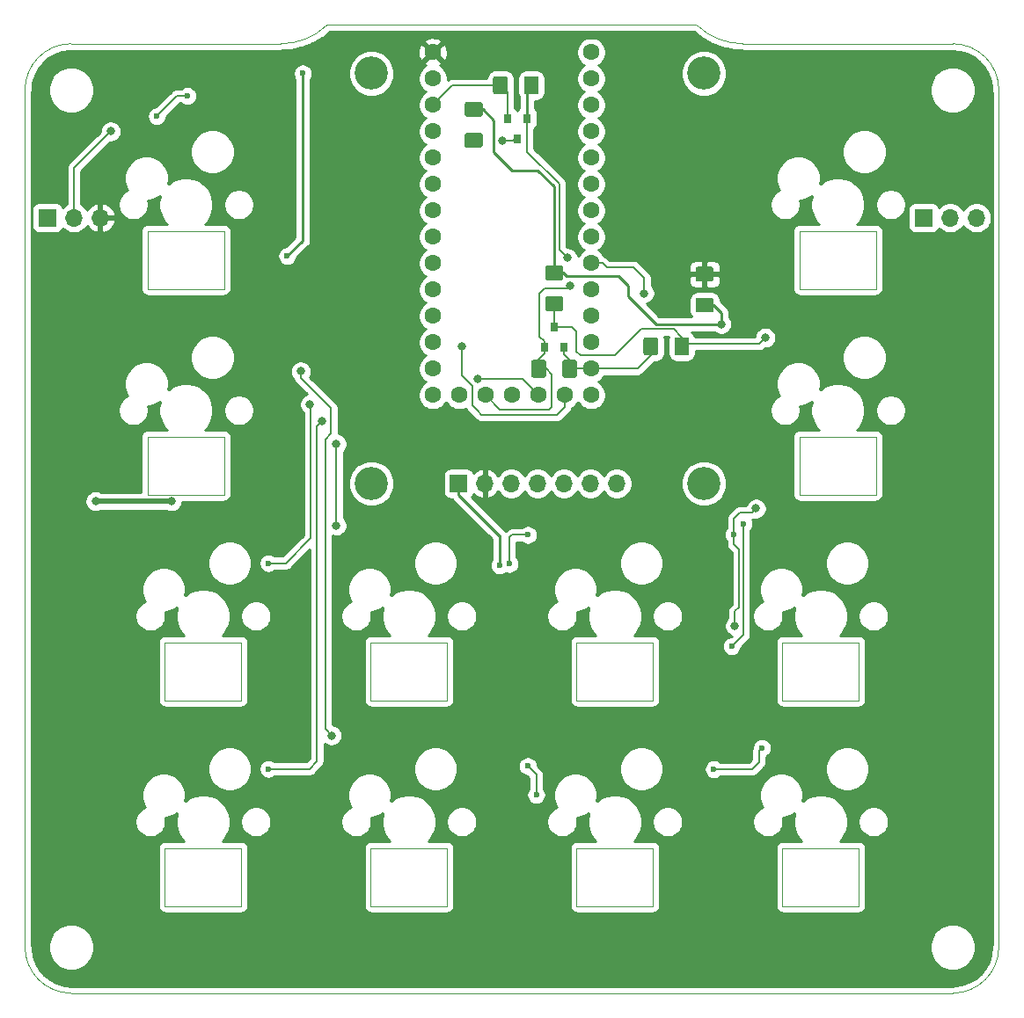
<source format=gbr>
G04 #@! TF.GenerationSoftware,KiCad,Pcbnew,(5.1.5)-3*
G04 #@! TF.CreationDate,2020-06-30T23:50:15-07:00*
G04 #@! TF.ProjectId,keypadV2,6b657970-6164-4563-922e-6b696361645f,rev?*
G04 #@! TF.SameCoordinates,Original*
G04 #@! TF.FileFunction,Copper,L1,Top*
G04 #@! TF.FilePolarity,Positive*
%FSLAX46Y46*%
G04 Gerber Fmt 4.6, Leading zero omitted, Abs format (unit mm)*
G04 Created by KiCad (PCBNEW (5.1.5)-3) date 2020-06-30 23:50:15*
%MOMM*%
%LPD*%
G04 APERTURE LIST*
%ADD10C,0.050000*%
%ADD11C,0.120000*%
%ADD12C,3.200000*%
%ADD13R,1.700000X1.700000*%
%ADD14O,1.700000X1.700000*%
%ADD15C,0.100000*%
%ADD16R,0.800000X0.900000*%
%ADD17C,1.600000*%
%ADD18C,0.600000*%
%ADD19C,1.200000*%
%ADD20C,0.800000*%
%ADD21C,0.250000*%
%ADD22C,0.500000*%
%ADD23C,0.135000*%
%ADD24C,0.200000*%
%ADD25C,0.254000*%
G04 APERTURE END LIST*
D10*
X154178000Y-69024500D02*
X154178000Y-63436500D01*
X146812000Y-69024500D02*
X154178000Y-69024500D01*
X154178000Y-63436500D02*
X146812000Y-63436500D01*
X146812000Y-63436500D02*
X146812000Y-69024500D01*
X154178000Y-88836500D02*
X154178000Y-83248500D01*
X146812000Y-88836500D02*
X154178000Y-88836500D01*
X154178000Y-83248500D02*
X146812000Y-83248500D01*
X146812000Y-83248500D02*
X146812000Y-88836500D01*
X155829000Y-108648500D02*
X155829000Y-103060500D01*
X148463000Y-108648500D02*
X155829000Y-108648500D01*
X155829000Y-103060500D02*
X148463000Y-103060500D01*
X148463000Y-103060500D02*
X148463000Y-108648500D01*
X155829000Y-128460500D02*
X155829000Y-122872500D01*
X148463000Y-128460500D02*
X155829000Y-128460500D01*
X155829000Y-122872500D02*
X148463000Y-122872500D01*
X148463000Y-122872500D02*
X148463000Y-128460500D01*
X175641000Y-128460500D02*
X175641000Y-122872500D01*
X168275000Y-128460500D02*
X175641000Y-128460500D01*
X175641000Y-122872500D02*
X168275000Y-122872500D01*
X168275000Y-122872500D02*
X168275000Y-128460500D01*
X175641000Y-108648500D02*
X175641000Y-103060500D01*
X168275000Y-108648500D02*
X175641000Y-108648500D01*
X175641000Y-103060500D02*
X168275000Y-103060500D01*
X168275000Y-103060500D02*
X168275000Y-108648500D01*
X195453000Y-108648500D02*
X195453000Y-103060500D01*
X188087000Y-108648500D02*
X195453000Y-108648500D01*
X195453000Y-103060500D02*
X188087000Y-103060500D01*
X188087000Y-103060500D02*
X188087000Y-108648500D01*
X195453000Y-128460500D02*
X195453000Y-122872500D01*
X188087000Y-128460500D02*
X195453000Y-128460500D01*
X195453000Y-122872500D02*
X188087000Y-122872500D01*
X188087000Y-122872500D02*
X188087000Y-128460500D01*
X215265000Y-128460500D02*
X215265000Y-122872500D01*
X207899000Y-128460500D02*
X215265000Y-128460500D01*
X215265000Y-122872500D02*
X207899000Y-122872500D01*
X207899000Y-122872500D02*
X207899000Y-128460500D01*
X215265000Y-108648500D02*
X215265000Y-103060500D01*
X207899000Y-108648500D02*
X215265000Y-108648500D01*
X215265000Y-103060500D02*
X207899000Y-103060500D01*
X207899000Y-103060500D02*
X207899000Y-108648500D01*
X216916000Y-83248500D02*
X209550000Y-83248500D01*
X209550000Y-88836500D02*
X216916000Y-88836500D01*
X216916000Y-88836500D02*
X216916000Y-83248500D01*
X209550000Y-83248500D02*
X209550000Y-88836500D01*
X216916000Y-69024500D02*
X216916000Y-63436500D01*
X209550000Y-69024500D02*
X216916000Y-69024500D01*
X209550000Y-63436500D02*
X209550000Y-69024500D01*
X216916000Y-63436500D02*
X209550000Y-63436500D01*
X224282000Y-45402500D02*
X204089000Y-45402500D01*
X199459533Y-43557442D02*
X164268467Y-43557442D01*
X199728941Y-43669034D02*
G75*
G03X204089000Y-45402500I4360059J4616534D01*
G01*
X199728941Y-43669034D02*
G75*
G03X199459533Y-43557442I-269408J-269408D01*
G01*
X163999059Y-43669034D02*
G75*
G02X164268467Y-43557442I269408J-269408D01*
G01*
X163999059Y-43669034D02*
G75*
G02X159639000Y-45402500I-4360059J4616534D01*
G01*
X139446000Y-45402500D02*
X159639000Y-45402500D01*
X135001000Y-49847500D02*
X135001000Y-132397500D01*
X224282000Y-136842500D02*
X139446000Y-136842500D01*
X228727000Y-49847500D02*
X228727000Y-132397500D01*
D11*
X135001000Y-49847500D02*
G75*
G02X139446000Y-45402500I4445000J0D01*
G01*
X224282000Y-45402500D02*
G75*
G02X228727000Y-49847500I0J-4445000D01*
G01*
X228727000Y-132397500D02*
G75*
G02X224282000Y-136842500I-4445000J0D01*
G01*
X139446000Y-136842500D02*
G75*
G02X135001000Y-132397500I0J4445000D01*
G01*
D12*
X200329800Y-87757000D03*
X200329800Y-48260000D03*
X168325800Y-48260000D03*
X168325800Y-87757000D03*
D13*
X221488000Y-62166500D03*
D14*
X224028000Y-62166500D03*
X226568000Y-62166500D03*
G04 #@! TA.AperFunction,SMDPad,CuDef*
D15*
G36*
X201055504Y-69864204D02*
G01*
X201079773Y-69867804D01*
X201103571Y-69873765D01*
X201126671Y-69882030D01*
X201148849Y-69892520D01*
X201169893Y-69905133D01*
X201189598Y-69919747D01*
X201207777Y-69936223D01*
X201224253Y-69954402D01*
X201238867Y-69974107D01*
X201251480Y-69995151D01*
X201261970Y-70017329D01*
X201270235Y-70040429D01*
X201276196Y-70064227D01*
X201279796Y-70088496D01*
X201281000Y-70113000D01*
X201281000Y-71038000D01*
X201279796Y-71062504D01*
X201276196Y-71086773D01*
X201270235Y-71110571D01*
X201261970Y-71133671D01*
X201251480Y-71155849D01*
X201238867Y-71176893D01*
X201224253Y-71196598D01*
X201207777Y-71214777D01*
X201189598Y-71231253D01*
X201169893Y-71245867D01*
X201148849Y-71258480D01*
X201126671Y-71268970D01*
X201103571Y-71277235D01*
X201079773Y-71283196D01*
X201055504Y-71286796D01*
X201031000Y-71288000D01*
X199781000Y-71288000D01*
X199756496Y-71286796D01*
X199732227Y-71283196D01*
X199708429Y-71277235D01*
X199685329Y-71268970D01*
X199663151Y-71258480D01*
X199642107Y-71245867D01*
X199622402Y-71231253D01*
X199604223Y-71214777D01*
X199587747Y-71196598D01*
X199573133Y-71176893D01*
X199560520Y-71155849D01*
X199550030Y-71133671D01*
X199541765Y-71110571D01*
X199535804Y-71086773D01*
X199532204Y-71062504D01*
X199531000Y-71038000D01*
X199531000Y-70113000D01*
X199532204Y-70088496D01*
X199535804Y-70064227D01*
X199541765Y-70040429D01*
X199550030Y-70017329D01*
X199560520Y-69995151D01*
X199573133Y-69974107D01*
X199587747Y-69954402D01*
X199604223Y-69936223D01*
X199622402Y-69919747D01*
X199642107Y-69905133D01*
X199663151Y-69892520D01*
X199685329Y-69882030D01*
X199708429Y-69873765D01*
X199732227Y-69867804D01*
X199756496Y-69864204D01*
X199781000Y-69863000D01*
X201031000Y-69863000D01*
X201055504Y-69864204D01*
G37*
G04 #@! TD.AperFunction*
G04 #@! TA.AperFunction,SMDPad,CuDef*
G36*
X201055504Y-66889204D02*
G01*
X201079773Y-66892804D01*
X201103571Y-66898765D01*
X201126671Y-66907030D01*
X201148849Y-66917520D01*
X201169893Y-66930133D01*
X201189598Y-66944747D01*
X201207777Y-66961223D01*
X201224253Y-66979402D01*
X201238867Y-66999107D01*
X201251480Y-67020151D01*
X201261970Y-67042329D01*
X201270235Y-67065429D01*
X201276196Y-67089227D01*
X201279796Y-67113496D01*
X201281000Y-67138000D01*
X201281000Y-68063000D01*
X201279796Y-68087504D01*
X201276196Y-68111773D01*
X201270235Y-68135571D01*
X201261970Y-68158671D01*
X201251480Y-68180849D01*
X201238867Y-68201893D01*
X201224253Y-68221598D01*
X201207777Y-68239777D01*
X201189598Y-68256253D01*
X201169893Y-68270867D01*
X201148849Y-68283480D01*
X201126671Y-68293970D01*
X201103571Y-68302235D01*
X201079773Y-68308196D01*
X201055504Y-68311796D01*
X201031000Y-68313000D01*
X199781000Y-68313000D01*
X199756496Y-68311796D01*
X199732227Y-68308196D01*
X199708429Y-68302235D01*
X199685329Y-68293970D01*
X199663151Y-68283480D01*
X199642107Y-68270867D01*
X199622402Y-68256253D01*
X199604223Y-68239777D01*
X199587747Y-68221598D01*
X199573133Y-68201893D01*
X199560520Y-68180849D01*
X199550030Y-68158671D01*
X199541765Y-68135571D01*
X199535804Y-68111773D01*
X199532204Y-68087504D01*
X199531000Y-68063000D01*
X199531000Y-67138000D01*
X199532204Y-67113496D01*
X199535804Y-67089227D01*
X199541765Y-67065429D01*
X199550030Y-67042329D01*
X199560520Y-67020151D01*
X199573133Y-66999107D01*
X199587747Y-66979402D01*
X199604223Y-66961223D01*
X199622402Y-66944747D01*
X199642107Y-66930133D01*
X199663151Y-66917520D01*
X199685329Y-66907030D01*
X199708429Y-66898765D01*
X199732227Y-66892804D01*
X199756496Y-66889204D01*
X199781000Y-66888000D01*
X201031000Y-66888000D01*
X201055504Y-66889204D01*
G37*
G04 #@! TD.AperFunction*
D16*
X183322000Y-52594000D03*
X181422000Y-52594000D03*
X182372000Y-54594000D03*
G04 #@! TA.AperFunction,SMDPad,CuDef*
D15*
G36*
X184219504Y-48529204D02*
G01*
X184243773Y-48532804D01*
X184267571Y-48538765D01*
X184290671Y-48547030D01*
X184312849Y-48557520D01*
X184333893Y-48570133D01*
X184353598Y-48584747D01*
X184371777Y-48601223D01*
X184388253Y-48619402D01*
X184402867Y-48639107D01*
X184415480Y-48660151D01*
X184425970Y-48682329D01*
X184434235Y-48705429D01*
X184440196Y-48729227D01*
X184443796Y-48753496D01*
X184445000Y-48778000D01*
X184445000Y-50028000D01*
X184443796Y-50052504D01*
X184440196Y-50076773D01*
X184434235Y-50100571D01*
X184425970Y-50123671D01*
X184415480Y-50145849D01*
X184402867Y-50166893D01*
X184388253Y-50186598D01*
X184371777Y-50204777D01*
X184353598Y-50221253D01*
X184333893Y-50235867D01*
X184312849Y-50248480D01*
X184290671Y-50258970D01*
X184267571Y-50267235D01*
X184243773Y-50273196D01*
X184219504Y-50276796D01*
X184195000Y-50278000D01*
X183270000Y-50278000D01*
X183245496Y-50276796D01*
X183221227Y-50273196D01*
X183197429Y-50267235D01*
X183174329Y-50258970D01*
X183152151Y-50248480D01*
X183131107Y-50235867D01*
X183111402Y-50221253D01*
X183093223Y-50204777D01*
X183076747Y-50186598D01*
X183062133Y-50166893D01*
X183049520Y-50145849D01*
X183039030Y-50123671D01*
X183030765Y-50100571D01*
X183024804Y-50076773D01*
X183021204Y-50052504D01*
X183020000Y-50028000D01*
X183020000Y-48778000D01*
X183021204Y-48753496D01*
X183024804Y-48729227D01*
X183030765Y-48705429D01*
X183039030Y-48682329D01*
X183049520Y-48660151D01*
X183062133Y-48639107D01*
X183076747Y-48619402D01*
X183093223Y-48601223D01*
X183111402Y-48584747D01*
X183131107Y-48570133D01*
X183152151Y-48557520D01*
X183174329Y-48547030D01*
X183197429Y-48538765D01*
X183221227Y-48532804D01*
X183245496Y-48529204D01*
X183270000Y-48528000D01*
X184195000Y-48528000D01*
X184219504Y-48529204D01*
G37*
G04 #@! TD.AperFunction*
G04 #@! TA.AperFunction,SMDPad,CuDef*
G36*
X181244504Y-48529204D02*
G01*
X181268773Y-48532804D01*
X181292571Y-48538765D01*
X181315671Y-48547030D01*
X181337849Y-48557520D01*
X181358893Y-48570133D01*
X181378598Y-48584747D01*
X181396777Y-48601223D01*
X181413253Y-48619402D01*
X181427867Y-48639107D01*
X181440480Y-48660151D01*
X181450970Y-48682329D01*
X181459235Y-48705429D01*
X181465196Y-48729227D01*
X181468796Y-48753496D01*
X181470000Y-48778000D01*
X181470000Y-50028000D01*
X181468796Y-50052504D01*
X181465196Y-50076773D01*
X181459235Y-50100571D01*
X181450970Y-50123671D01*
X181440480Y-50145849D01*
X181427867Y-50166893D01*
X181413253Y-50186598D01*
X181396777Y-50204777D01*
X181378598Y-50221253D01*
X181358893Y-50235867D01*
X181337849Y-50248480D01*
X181315671Y-50258970D01*
X181292571Y-50267235D01*
X181268773Y-50273196D01*
X181244504Y-50276796D01*
X181220000Y-50278000D01*
X180295000Y-50278000D01*
X180270496Y-50276796D01*
X180246227Y-50273196D01*
X180222429Y-50267235D01*
X180199329Y-50258970D01*
X180177151Y-50248480D01*
X180156107Y-50235867D01*
X180136402Y-50221253D01*
X180118223Y-50204777D01*
X180101747Y-50186598D01*
X180087133Y-50166893D01*
X180074520Y-50145849D01*
X180064030Y-50123671D01*
X180055765Y-50100571D01*
X180049804Y-50076773D01*
X180046204Y-50052504D01*
X180045000Y-50028000D01*
X180045000Y-48778000D01*
X180046204Y-48753496D01*
X180049804Y-48729227D01*
X180055765Y-48705429D01*
X180064030Y-48682329D01*
X180074520Y-48660151D01*
X180087133Y-48639107D01*
X180101747Y-48619402D01*
X180118223Y-48601223D01*
X180136402Y-48584747D01*
X180156107Y-48570133D01*
X180177151Y-48557520D01*
X180199329Y-48547030D01*
X180222429Y-48538765D01*
X180246227Y-48532804D01*
X180270496Y-48529204D01*
X180295000Y-48528000D01*
X181220000Y-48528000D01*
X181244504Y-48529204D01*
G37*
G04 #@! TD.AperFunction*
G04 #@! TA.AperFunction,SMDPad,CuDef*
G36*
X178830504Y-53989204D02*
G01*
X178854773Y-53992804D01*
X178878571Y-53998765D01*
X178901671Y-54007030D01*
X178923849Y-54017520D01*
X178944893Y-54030133D01*
X178964598Y-54044747D01*
X178982777Y-54061223D01*
X178999253Y-54079402D01*
X179013867Y-54099107D01*
X179026480Y-54120151D01*
X179036970Y-54142329D01*
X179045235Y-54165429D01*
X179051196Y-54189227D01*
X179054796Y-54213496D01*
X179056000Y-54238000D01*
X179056000Y-55163000D01*
X179054796Y-55187504D01*
X179051196Y-55211773D01*
X179045235Y-55235571D01*
X179036970Y-55258671D01*
X179026480Y-55280849D01*
X179013867Y-55301893D01*
X178999253Y-55321598D01*
X178982777Y-55339777D01*
X178964598Y-55356253D01*
X178944893Y-55370867D01*
X178923849Y-55383480D01*
X178901671Y-55393970D01*
X178878571Y-55402235D01*
X178854773Y-55408196D01*
X178830504Y-55411796D01*
X178806000Y-55413000D01*
X177556000Y-55413000D01*
X177531496Y-55411796D01*
X177507227Y-55408196D01*
X177483429Y-55402235D01*
X177460329Y-55393970D01*
X177438151Y-55383480D01*
X177417107Y-55370867D01*
X177397402Y-55356253D01*
X177379223Y-55339777D01*
X177362747Y-55321598D01*
X177348133Y-55301893D01*
X177335520Y-55280849D01*
X177325030Y-55258671D01*
X177316765Y-55235571D01*
X177310804Y-55211773D01*
X177307204Y-55187504D01*
X177306000Y-55163000D01*
X177306000Y-54238000D01*
X177307204Y-54213496D01*
X177310804Y-54189227D01*
X177316765Y-54165429D01*
X177325030Y-54142329D01*
X177335520Y-54120151D01*
X177348133Y-54099107D01*
X177362747Y-54079402D01*
X177379223Y-54061223D01*
X177397402Y-54044747D01*
X177417107Y-54030133D01*
X177438151Y-54017520D01*
X177460329Y-54007030D01*
X177483429Y-53998765D01*
X177507227Y-53992804D01*
X177531496Y-53989204D01*
X177556000Y-53988000D01*
X178806000Y-53988000D01*
X178830504Y-53989204D01*
G37*
G04 #@! TD.AperFunction*
G04 #@! TA.AperFunction,SMDPad,CuDef*
G36*
X178830504Y-51014204D02*
G01*
X178854773Y-51017804D01*
X178878571Y-51023765D01*
X178901671Y-51032030D01*
X178923849Y-51042520D01*
X178944893Y-51055133D01*
X178964598Y-51069747D01*
X178982777Y-51086223D01*
X178999253Y-51104402D01*
X179013867Y-51124107D01*
X179026480Y-51145151D01*
X179036970Y-51167329D01*
X179045235Y-51190429D01*
X179051196Y-51214227D01*
X179054796Y-51238496D01*
X179056000Y-51263000D01*
X179056000Y-52188000D01*
X179054796Y-52212504D01*
X179051196Y-52236773D01*
X179045235Y-52260571D01*
X179036970Y-52283671D01*
X179026480Y-52305849D01*
X179013867Y-52326893D01*
X178999253Y-52346598D01*
X178982777Y-52364777D01*
X178964598Y-52381253D01*
X178944893Y-52395867D01*
X178923849Y-52408480D01*
X178901671Y-52418970D01*
X178878571Y-52427235D01*
X178854773Y-52433196D01*
X178830504Y-52436796D01*
X178806000Y-52438000D01*
X177556000Y-52438000D01*
X177531496Y-52436796D01*
X177507227Y-52433196D01*
X177483429Y-52427235D01*
X177460329Y-52418970D01*
X177438151Y-52408480D01*
X177417107Y-52395867D01*
X177397402Y-52381253D01*
X177379223Y-52364777D01*
X177362747Y-52346598D01*
X177348133Y-52326893D01*
X177335520Y-52305849D01*
X177325030Y-52283671D01*
X177316765Y-52260571D01*
X177310804Y-52236773D01*
X177307204Y-52212504D01*
X177306000Y-52188000D01*
X177306000Y-51263000D01*
X177307204Y-51238496D01*
X177310804Y-51214227D01*
X177316765Y-51190429D01*
X177325030Y-51167329D01*
X177335520Y-51145151D01*
X177348133Y-51124107D01*
X177362747Y-51104402D01*
X177379223Y-51086223D01*
X177397402Y-51069747D01*
X177417107Y-51055133D01*
X177438151Y-51042520D01*
X177460329Y-51032030D01*
X177483429Y-51023765D01*
X177507227Y-51017804D01*
X177531496Y-51014204D01*
X177556000Y-51013000D01*
X178806000Y-51013000D01*
X178830504Y-51014204D01*
G37*
G04 #@! TD.AperFunction*
D14*
X191960500Y-87757000D03*
X189420500Y-87757000D03*
X186880500Y-87757000D03*
X184340500Y-87757000D03*
X181800500Y-87757000D03*
X179260500Y-87757000D03*
D13*
X176720500Y-87757000D03*
D17*
X174244000Y-79248000D03*
X189484000Y-79248000D03*
X186944000Y-79248000D03*
X174244000Y-46228000D03*
X189484000Y-56388000D03*
X189484000Y-58928000D03*
X174244000Y-53848000D03*
X184404000Y-79248000D03*
X189484000Y-48768000D03*
X174244000Y-58928000D03*
X189484000Y-53848000D03*
X179324000Y-79248000D03*
X174244000Y-56388000D03*
X174244000Y-76708000D03*
X174244000Y-74168000D03*
X174244000Y-61468000D03*
X174244000Y-64008000D03*
X174244000Y-66548000D03*
X174244000Y-69088000D03*
X174244000Y-71628000D03*
X189484000Y-51308000D03*
X189484000Y-61468000D03*
X189484000Y-71628000D03*
X189484000Y-76708000D03*
X181864000Y-79248000D03*
X174244000Y-48768000D03*
X176784000Y-79248000D03*
X174244000Y-51308000D03*
X189484000Y-46228000D03*
X189484000Y-66548000D03*
X189484000Y-74168000D03*
X189484000Y-64008000D03*
X189484000Y-69088000D03*
D13*
X137160000Y-62166500D03*
D14*
X139700000Y-62166500D03*
X142240000Y-62166500D03*
D16*
X184978000Y-74660000D03*
X186878000Y-74660000D03*
X185928000Y-72660000D03*
G04 #@! TA.AperFunction,SMDPad,CuDef*
D15*
G36*
X198697504Y-73675204D02*
G01*
X198721773Y-73678804D01*
X198745571Y-73684765D01*
X198768671Y-73693030D01*
X198790849Y-73703520D01*
X198811893Y-73716133D01*
X198831598Y-73730747D01*
X198849777Y-73747223D01*
X198866253Y-73765402D01*
X198880867Y-73785107D01*
X198893480Y-73806151D01*
X198903970Y-73828329D01*
X198912235Y-73851429D01*
X198918196Y-73875227D01*
X198921796Y-73899496D01*
X198923000Y-73924000D01*
X198923000Y-75174000D01*
X198921796Y-75198504D01*
X198918196Y-75222773D01*
X198912235Y-75246571D01*
X198903970Y-75269671D01*
X198893480Y-75291849D01*
X198880867Y-75312893D01*
X198866253Y-75332598D01*
X198849777Y-75350777D01*
X198831598Y-75367253D01*
X198811893Y-75381867D01*
X198790849Y-75394480D01*
X198768671Y-75404970D01*
X198745571Y-75413235D01*
X198721773Y-75419196D01*
X198697504Y-75422796D01*
X198673000Y-75424000D01*
X197748000Y-75424000D01*
X197723496Y-75422796D01*
X197699227Y-75419196D01*
X197675429Y-75413235D01*
X197652329Y-75404970D01*
X197630151Y-75394480D01*
X197609107Y-75381867D01*
X197589402Y-75367253D01*
X197571223Y-75350777D01*
X197554747Y-75332598D01*
X197540133Y-75312893D01*
X197527520Y-75291849D01*
X197517030Y-75269671D01*
X197508765Y-75246571D01*
X197502804Y-75222773D01*
X197499204Y-75198504D01*
X197498000Y-75174000D01*
X197498000Y-73924000D01*
X197499204Y-73899496D01*
X197502804Y-73875227D01*
X197508765Y-73851429D01*
X197517030Y-73828329D01*
X197527520Y-73806151D01*
X197540133Y-73785107D01*
X197554747Y-73765402D01*
X197571223Y-73747223D01*
X197589402Y-73730747D01*
X197609107Y-73716133D01*
X197630151Y-73703520D01*
X197652329Y-73693030D01*
X197675429Y-73684765D01*
X197699227Y-73678804D01*
X197723496Y-73675204D01*
X197748000Y-73674000D01*
X198673000Y-73674000D01*
X198697504Y-73675204D01*
G37*
G04 #@! TD.AperFunction*
G04 #@! TA.AperFunction,SMDPad,CuDef*
G36*
X195722504Y-73675204D02*
G01*
X195746773Y-73678804D01*
X195770571Y-73684765D01*
X195793671Y-73693030D01*
X195815849Y-73703520D01*
X195836893Y-73716133D01*
X195856598Y-73730747D01*
X195874777Y-73747223D01*
X195891253Y-73765402D01*
X195905867Y-73785107D01*
X195918480Y-73806151D01*
X195928970Y-73828329D01*
X195937235Y-73851429D01*
X195943196Y-73875227D01*
X195946796Y-73899496D01*
X195948000Y-73924000D01*
X195948000Y-75174000D01*
X195946796Y-75198504D01*
X195943196Y-75222773D01*
X195937235Y-75246571D01*
X195928970Y-75269671D01*
X195918480Y-75291849D01*
X195905867Y-75312893D01*
X195891253Y-75332598D01*
X195874777Y-75350777D01*
X195856598Y-75367253D01*
X195836893Y-75381867D01*
X195815849Y-75394480D01*
X195793671Y-75404970D01*
X195770571Y-75413235D01*
X195746773Y-75419196D01*
X195722504Y-75422796D01*
X195698000Y-75424000D01*
X194773000Y-75424000D01*
X194748496Y-75422796D01*
X194724227Y-75419196D01*
X194700429Y-75413235D01*
X194677329Y-75404970D01*
X194655151Y-75394480D01*
X194634107Y-75381867D01*
X194614402Y-75367253D01*
X194596223Y-75350777D01*
X194579747Y-75332598D01*
X194565133Y-75312893D01*
X194552520Y-75291849D01*
X194542030Y-75269671D01*
X194533765Y-75246571D01*
X194527804Y-75222773D01*
X194524204Y-75198504D01*
X194523000Y-75174000D01*
X194523000Y-73924000D01*
X194524204Y-73899496D01*
X194527804Y-73875227D01*
X194533765Y-73851429D01*
X194542030Y-73828329D01*
X194552520Y-73806151D01*
X194565133Y-73785107D01*
X194579747Y-73765402D01*
X194596223Y-73747223D01*
X194614402Y-73730747D01*
X194634107Y-73716133D01*
X194655151Y-73703520D01*
X194677329Y-73693030D01*
X194700429Y-73684765D01*
X194724227Y-73678804D01*
X194748496Y-73675204D01*
X194773000Y-73674000D01*
X195698000Y-73674000D01*
X195722504Y-73675204D01*
G37*
G04 #@! TD.AperFunction*
G04 #@! TA.AperFunction,SMDPad,CuDef*
G36*
X184927504Y-75834204D02*
G01*
X184951773Y-75837804D01*
X184975571Y-75843765D01*
X184998671Y-75852030D01*
X185020849Y-75862520D01*
X185041893Y-75875133D01*
X185061598Y-75889747D01*
X185079777Y-75906223D01*
X185096253Y-75924402D01*
X185110867Y-75944107D01*
X185123480Y-75965151D01*
X185133970Y-75987329D01*
X185142235Y-76010429D01*
X185148196Y-76034227D01*
X185151796Y-76058496D01*
X185153000Y-76083000D01*
X185153000Y-77333000D01*
X185151796Y-77357504D01*
X185148196Y-77381773D01*
X185142235Y-77405571D01*
X185133970Y-77428671D01*
X185123480Y-77450849D01*
X185110867Y-77471893D01*
X185096253Y-77491598D01*
X185079777Y-77509777D01*
X185061598Y-77526253D01*
X185041893Y-77540867D01*
X185020849Y-77553480D01*
X184998671Y-77563970D01*
X184975571Y-77572235D01*
X184951773Y-77578196D01*
X184927504Y-77581796D01*
X184903000Y-77583000D01*
X183978000Y-77583000D01*
X183953496Y-77581796D01*
X183929227Y-77578196D01*
X183905429Y-77572235D01*
X183882329Y-77563970D01*
X183860151Y-77553480D01*
X183839107Y-77540867D01*
X183819402Y-77526253D01*
X183801223Y-77509777D01*
X183784747Y-77491598D01*
X183770133Y-77471893D01*
X183757520Y-77450849D01*
X183747030Y-77428671D01*
X183738765Y-77405571D01*
X183732804Y-77381773D01*
X183729204Y-77357504D01*
X183728000Y-77333000D01*
X183728000Y-76083000D01*
X183729204Y-76058496D01*
X183732804Y-76034227D01*
X183738765Y-76010429D01*
X183747030Y-75987329D01*
X183757520Y-75965151D01*
X183770133Y-75944107D01*
X183784747Y-75924402D01*
X183801223Y-75906223D01*
X183819402Y-75889747D01*
X183839107Y-75875133D01*
X183860151Y-75862520D01*
X183882329Y-75852030D01*
X183905429Y-75843765D01*
X183929227Y-75837804D01*
X183953496Y-75834204D01*
X183978000Y-75833000D01*
X184903000Y-75833000D01*
X184927504Y-75834204D01*
G37*
G04 #@! TD.AperFunction*
G04 #@! TA.AperFunction,SMDPad,CuDef*
G36*
X187902504Y-75834204D02*
G01*
X187926773Y-75837804D01*
X187950571Y-75843765D01*
X187973671Y-75852030D01*
X187995849Y-75862520D01*
X188016893Y-75875133D01*
X188036598Y-75889747D01*
X188054777Y-75906223D01*
X188071253Y-75924402D01*
X188085867Y-75944107D01*
X188098480Y-75965151D01*
X188108970Y-75987329D01*
X188117235Y-76010429D01*
X188123196Y-76034227D01*
X188126796Y-76058496D01*
X188128000Y-76083000D01*
X188128000Y-77333000D01*
X188126796Y-77357504D01*
X188123196Y-77381773D01*
X188117235Y-77405571D01*
X188108970Y-77428671D01*
X188098480Y-77450849D01*
X188085867Y-77471893D01*
X188071253Y-77491598D01*
X188054777Y-77509777D01*
X188036598Y-77526253D01*
X188016893Y-77540867D01*
X187995849Y-77553480D01*
X187973671Y-77563970D01*
X187950571Y-77572235D01*
X187926773Y-77578196D01*
X187902504Y-77581796D01*
X187878000Y-77583000D01*
X186953000Y-77583000D01*
X186928496Y-77581796D01*
X186904227Y-77578196D01*
X186880429Y-77572235D01*
X186857329Y-77563970D01*
X186835151Y-77553480D01*
X186814107Y-77540867D01*
X186794402Y-77526253D01*
X186776223Y-77509777D01*
X186759747Y-77491598D01*
X186745133Y-77471893D01*
X186732520Y-77450849D01*
X186722030Y-77428671D01*
X186713765Y-77405571D01*
X186707804Y-77381773D01*
X186704204Y-77357504D01*
X186703000Y-77333000D01*
X186703000Y-76083000D01*
X186704204Y-76058496D01*
X186707804Y-76034227D01*
X186713765Y-76010429D01*
X186722030Y-75987329D01*
X186732520Y-75965151D01*
X186745133Y-75944107D01*
X186759747Y-75924402D01*
X186776223Y-75906223D01*
X186794402Y-75889747D01*
X186814107Y-75875133D01*
X186835151Y-75862520D01*
X186857329Y-75852030D01*
X186880429Y-75843765D01*
X186904227Y-75837804D01*
X186928496Y-75834204D01*
X186953000Y-75833000D01*
X187878000Y-75833000D01*
X187902504Y-75834204D01*
G37*
G04 #@! TD.AperFunction*
G04 #@! TA.AperFunction,SMDPad,CuDef*
G36*
X186577504Y-69737204D02*
G01*
X186601773Y-69740804D01*
X186625571Y-69746765D01*
X186648671Y-69755030D01*
X186670849Y-69765520D01*
X186691893Y-69778133D01*
X186711598Y-69792747D01*
X186729777Y-69809223D01*
X186746253Y-69827402D01*
X186760867Y-69847107D01*
X186773480Y-69868151D01*
X186783970Y-69890329D01*
X186792235Y-69913429D01*
X186798196Y-69937227D01*
X186801796Y-69961496D01*
X186803000Y-69986000D01*
X186803000Y-70911000D01*
X186801796Y-70935504D01*
X186798196Y-70959773D01*
X186792235Y-70983571D01*
X186783970Y-71006671D01*
X186773480Y-71028849D01*
X186760867Y-71049893D01*
X186746253Y-71069598D01*
X186729777Y-71087777D01*
X186711598Y-71104253D01*
X186691893Y-71118867D01*
X186670849Y-71131480D01*
X186648671Y-71141970D01*
X186625571Y-71150235D01*
X186601773Y-71156196D01*
X186577504Y-71159796D01*
X186553000Y-71161000D01*
X185303000Y-71161000D01*
X185278496Y-71159796D01*
X185254227Y-71156196D01*
X185230429Y-71150235D01*
X185207329Y-71141970D01*
X185185151Y-71131480D01*
X185164107Y-71118867D01*
X185144402Y-71104253D01*
X185126223Y-71087777D01*
X185109747Y-71069598D01*
X185095133Y-71049893D01*
X185082520Y-71028849D01*
X185072030Y-71006671D01*
X185063765Y-70983571D01*
X185057804Y-70959773D01*
X185054204Y-70935504D01*
X185053000Y-70911000D01*
X185053000Y-69986000D01*
X185054204Y-69961496D01*
X185057804Y-69937227D01*
X185063765Y-69913429D01*
X185072030Y-69890329D01*
X185082520Y-69868151D01*
X185095133Y-69847107D01*
X185109747Y-69827402D01*
X185126223Y-69809223D01*
X185144402Y-69792747D01*
X185164107Y-69778133D01*
X185185151Y-69765520D01*
X185207329Y-69755030D01*
X185230429Y-69746765D01*
X185254227Y-69740804D01*
X185278496Y-69737204D01*
X185303000Y-69736000D01*
X186553000Y-69736000D01*
X186577504Y-69737204D01*
G37*
G04 #@! TD.AperFunction*
G04 #@! TA.AperFunction,SMDPad,CuDef*
G36*
X186577504Y-66762204D02*
G01*
X186601773Y-66765804D01*
X186625571Y-66771765D01*
X186648671Y-66780030D01*
X186670849Y-66790520D01*
X186691893Y-66803133D01*
X186711598Y-66817747D01*
X186729777Y-66834223D01*
X186746253Y-66852402D01*
X186760867Y-66872107D01*
X186773480Y-66893151D01*
X186783970Y-66915329D01*
X186792235Y-66938429D01*
X186798196Y-66962227D01*
X186801796Y-66986496D01*
X186803000Y-67011000D01*
X186803000Y-67936000D01*
X186801796Y-67960504D01*
X186798196Y-67984773D01*
X186792235Y-68008571D01*
X186783970Y-68031671D01*
X186773480Y-68053849D01*
X186760867Y-68074893D01*
X186746253Y-68094598D01*
X186729777Y-68112777D01*
X186711598Y-68129253D01*
X186691893Y-68143867D01*
X186670849Y-68156480D01*
X186648671Y-68166970D01*
X186625571Y-68175235D01*
X186601773Y-68181196D01*
X186577504Y-68184796D01*
X186553000Y-68186000D01*
X185303000Y-68186000D01*
X185278496Y-68184796D01*
X185254227Y-68181196D01*
X185230429Y-68175235D01*
X185207329Y-68166970D01*
X185185151Y-68156480D01*
X185164107Y-68143867D01*
X185144402Y-68129253D01*
X185126223Y-68112777D01*
X185109747Y-68094598D01*
X185095133Y-68074893D01*
X185082520Y-68053849D01*
X185072030Y-68031671D01*
X185063765Y-68008571D01*
X185057804Y-67984773D01*
X185054204Y-67960504D01*
X185053000Y-67936000D01*
X185053000Y-67011000D01*
X185054204Y-66986496D01*
X185057804Y-66962227D01*
X185063765Y-66938429D01*
X185072030Y-66915329D01*
X185082520Y-66893151D01*
X185095133Y-66872107D01*
X185109747Y-66852402D01*
X185126223Y-66834223D01*
X185144402Y-66817747D01*
X185164107Y-66803133D01*
X185185151Y-66790520D01*
X185207329Y-66780030D01*
X185230429Y-66771765D01*
X185254227Y-66765804D01*
X185278496Y-66762204D01*
X185303000Y-66761000D01*
X186553000Y-66761000D01*
X186577504Y-66762204D01*
G37*
G04 #@! TD.AperFunction*
D18*
X157264100Y-65836800D03*
D19*
X215138000Y-48514000D03*
X216662000Y-48514000D03*
X215138000Y-50038000D03*
X216662000Y-50038000D03*
X218186000Y-50038000D03*
X218186000Y-48514000D03*
X218186000Y-51562000D03*
X216662000Y-51562000D03*
X215138000Y-51562000D03*
X195580000Y-59436000D03*
X197358000Y-59436000D03*
X199136000Y-59436000D03*
X198120000Y-60706000D03*
X196342000Y-60706000D03*
D20*
X160782000Y-100584000D03*
X160782000Y-101600000D03*
X160782000Y-102616000D03*
X159766000Y-102616000D03*
X159766000Y-101600000D03*
X159766000Y-100584000D03*
X160782000Y-99568000D03*
X159766000Y-99568000D03*
D18*
X180657500Y-95651236D03*
X160237500Y-65849500D03*
X161734500Y-48260000D03*
D20*
X141795500Y-89471500D03*
X149098000Y-89471500D03*
X178181000Y-51725500D03*
X202020000Y-72402500D03*
D18*
X150622000Y-50431700D03*
X147681000Y-52387500D03*
D20*
X164973000Y-91821000D03*
X164973000Y-83947000D03*
D18*
X183388000Y-92710000D03*
X181610000Y-95504000D03*
X201295000Y-115272500D03*
X205930500Y-113220500D03*
X203200000Y-92666500D03*
D20*
X203327000Y-101473000D03*
X205359000Y-90170000D03*
D18*
X184200800Y-117741700D03*
X183388000Y-114978500D03*
D20*
X161544000Y-76962000D03*
X164502000Y-112026500D03*
D18*
X204152500Y-91630500D03*
X203009500Y-103441500D03*
D20*
X143256000Y-53848000D03*
X178181000Y-54700500D03*
X180975000Y-54737000D03*
X187452000Y-68707000D03*
X187198000Y-66040000D03*
D18*
X158436000Y-95440500D03*
D20*
X162433000Y-80137000D03*
D18*
X158436000Y-115252500D03*
D20*
X163576000Y-81788000D03*
X177038000Y-74549000D03*
X178562000Y-77724000D03*
X194600000Y-69431000D03*
X206248000Y-73709500D03*
D21*
X180657500Y-95651236D02*
X180657500Y-92773500D01*
X180637000Y-92773500D02*
X176720500Y-88857000D01*
X176720500Y-88857000D02*
X176720500Y-87757000D01*
X180657500Y-92773500D02*
X180637000Y-92773500D01*
X161734500Y-64352500D02*
X160237500Y-65849500D01*
X161734500Y-48260000D02*
X161734500Y-64352500D01*
D22*
X141795500Y-89471500D02*
X142361185Y-89471500D01*
X142361185Y-89471500D02*
X149098000Y-89471500D01*
D23*
X202196000Y-72226500D02*
X202020000Y-72402500D01*
D21*
X179056000Y-51725500D02*
X180086000Y-52755500D01*
X178181000Y-51725500D02*
X179056000Y-51725500D01*
X180086000Y-55810002D02*
X181864000Y-57588002D01*
X180086000Y-52755500D02*
X180086000Y-55810002D01*
X181864000Y-57588002D02*
X184334002Y-57588002D01*
X185928000Y-59182000D02*
X185928000Y-67473500D01*
X184334002Y-57588002D02*
X185928000Y-59182000D01*
X195719500Y-72402500D02*
X202020000Y-72402500D01*
X186803000Y-67473500D02*
X187147500Y-67818000D01*
X185928000Y-67473500D02*
X186803000Y-67473500D01*
X192151000Y-67818000D02*
X193040000Y-68707000D01*
X193040000Y-69723000D02*
X195719500Y-72402500D01*
X193040000Y-68707000D02*
X193040000Y-69723000D01*
X187147500Y-67818000D02*
X192151000Y-67818000D01*
X202020000Y-71314500D02*
X202020000Y-72402500D01*
X200406000Y-70575500D02*
X201281000Y-70575500D01*
X201281000Y-70575500D02*
X202020000Y-71314500D01*
D23*
X150622000Y-50431700D02*
X149636800Y-50431700D01*
X149636800Y-50431700D02*
X147681000Y-52387500D01*
X147681000Y-52387500D02*
X147681000Y-52387500D01*
X164973000Y-91821000D02*
X164973000Y-83947000D01*
X181610000Y-95504000D02*
X181610000Y-95079736D01*
X183388000Y-92710000D02*
X181864000Y-92710000D01*
X181610000Y-92964000D02*
X181610000Y-95079736D01*
X181864000Y-92710000D02*
X181610000Y-92964000D01*
X204958000Y-115272500D02*
X201295000Y-115272500D01*
X205630501Y-114599999D02*
X204958000Y-115272500D01*
X205630501Y-113520499D02*
X205630501Y-114599999D01*
X205930500Y-113220500D02*
X205630501Y-113520499D01*
X203200000Y-92666500D02*
X203200000Y-93301500D01*
X203816001Y-90569999D02*
X203200000Y-91186000D01*
X203200000Y-91186000D02*
X203200000Y-92666500D01*
X205359000Y-90170000D02*
X204959001Y-90569999D01*
X204959001Y-90569999D02*
X203816001Y-90569999D01*
X203200000Y-93301500D02*
X203200000Y-93599000D01*
X203200000Y-93599000D02*
X203708000Y-94107000D01*
X203708000Y-94107000D02*
X203708000Y-99695000D01*
X203708000Y-99695000D02*
X203327000Y-100076000D01*
X203327000Y-100076000D02*
X203327000Y-101473000D01*
X184200800Y-117741700D02*
X184200800Y-115791300D01*
X184200800Y-115791300D02*
X183388000Y-114978500D01*
X163893500Y-111418000D02*
X164502000Y-112026500D01*
X163893500Y-83502500D02*
X163893500Y-111418000D01*
X164465000Y-80518000D02*
X164465000Y-82931000D01*
X161544000Y-76962000D02*
X161544000Y-77597000D01*
X164465000Y-82931000D02*
X163893500Y-83502500D01*
X161544000Y-77597000D02*
X164465000Y-80518000D01*
X204152500Y-91630500D02*
X204152500Y-102298500D01*
X204152500Y-102298500D02*
X203009500Y-103441500D01*
X139700000Y-58153300D02*
X139700000Y-62166500D01*
X139700000Y-58153300D02*
X139700000Y-57404000D01*
X139700000Y-57404000D02*
X143256000Y-53848000D01*
D24*
X178287500Y-54594000D02*
X178181000Y-54700500D01*
D23*
X178181000Y-54700500D02*
X178017500Y-54700500D01*
D24*
X178181000Y-54700500D02*
X178181000Y-54700500D01*
D23*
X182007000Y-54594000D02*
X182372000Y-54594000D01*
X182229000Y-54737000D02*
X182372000Y-54594000D01*
X180975000Y-54737000D02*
X182229000Y-54737000D01*
D21*
X183322000Y-49813500D02*
X183732500Y-49403000D01*
X183322000Y-52594000D02*
X183322000Y-49813500D01*
D23*
X184440500Y-75782500D02*
X184440500Y-76708000D01*
X184978000Y-74660000D02*
X184978000Y-75245000D01*
X184978000Y-75245000D02*
X184440500Y-75782500D01*
X179324000Y-79248000D02*
X180721000Y-80645000D01*
X180721000Y-80645000D02*
X185420000Y-80645000D01*
X185420000Y-80645000D02*
X185674000Y-80391000D01*
X185153000Y-76708000D02*
X184440500Y-76708000D01*
X185674000Y-77229000D02*
X185153000Y-76708000D01*
X185674000Y-80391000D02*
X185674000Y-77229000D01*
X184978000Y-74075000D02*
X184531000Y-73628000D01*
X184978000Y-74660000D02*
X184978000Y-74075000D01*
X184531000Y-73628000D02*
X184531000Y-70026128D01*
X184531000Y-70026128D02*
X184531000Y-69469000D01*
X184531000Y-69469000D02*
X185039000Y-68961000D01*
X185039000Y-68961000D02*
X187198000Y-68961000D01*
X187198000Y-68961000D02*
X187452000Y-68707000D01*
X183322000Y-55814000D02*
X183322000Y-52594000D01*
X186436000Y-58928000D02*
X183322000Y-55814000D01*
X187198000Y-66040000D02*
X186436000Y-65278000D01*
X186436000Y-65278000D02*
X186436000Y-58928000D01*
X162496500Y-93027500D02*
X160083500Y-95440500D01*
X160083500Y-95440500D02*
X158436000Y-95440500D01*
X162433000Y-80137000D02*
X162496500Y-80200500D01*
X162496500Y-80200500D02*
X162496500Y-93027500D01*
X163100501Y-114521499D02*
X162369500Y-115252500D01*
X162369500Y-115252500D02*
X158436000Y-115252500D01*
X163576000Y-81788000D02*
X163100501Y-82263499D01*
X163100501Y-82263499D02*
X163100501Y-114521499D01*
X186944000Y-80379370D02*
X186170370Y-81153000D01*
X186944000Y-79248000D02*
X186944000Y-80379370D01*
X186170370Y-81153000D02*
X178943000Y-81153000D01*
X178943000Y-81153000D02*
X178562000Y-80772000D01*
X178562000Y-80772000D02*
X178054000Y-80264000D01*
X178054000Y-80264000D02*
X178054000Y-78359000D01*
X178054000Y-78359000D02*
X177038000Y-77343000D01*
X177038000Y-77343000D02*
X177038000Y-74549000D01*
X184404000Y-79248000D02*
X182880000Y-77724000D01*
X182880000Y-77724000D02*
X178562000Y-77724000D01*
X190615370Y-66548000D02*
X190996370Y-66929000D01*
X189484000Y-66548000D02*
X190615370Y-66548000D01*
X190996370Y-66929000D02*
X193548000Y-66929000D01*
X193548000Y-66929000D02*
X194600000Y-67981000D01*
X194600000Y-67981000D02*
X194600000Y-69431000D01*
X185928000Y-72660000D02*
X185928000Y-70448500D01*
X185928000Y-72660000D02*
X187595000Y-72660000D01*
X187595000Y-72660000D02*
X188087000Y-73152000D01*
X188087000Y-73152000D02*
X188087000Y-75057000D01*
X188087000Y-75057000D02*
X188468000Y-75438000D01*
X188468000Y-75438000D02*
X191770000Y-75438000D01*
X191770000Y-75438000D02*
X194310000Y-72898000D01*
X198210500Y-73674000D02*
X198210500Y-74549000D01*
X197434500Y-72898000D02*
X198210500Y-73674000D01*
X194310000Y-72898000D02*
X197434500Y-72898000D01*
X205662500Y-74295000D02*
X206248000Y-73709500D01*
X198464500Y-74295000D02*
X205662500Y-74295000D01*
X198210500Y-74549000D02*
X198464500Y-74295000D01*
X176149000Y-49403000D02*
X180757500Y-49403000D01*
X174244000Y-51308000D02*
X176149000Y-49403000D01*
X181422000Y-50067500D02*
X180757500Y-49403000D01*
X181422000Y-52594000D02*
X181422000Y-50067500D01*
X187415500Y-76708000D02*
X187415500Y-75833000D01*
X186878000Y-75295500D02*
X186878000Y-74660000D01*
X187415500Y-75833000D02*
X186878000Y-75295500D01*
X188352630Y-76708000D02*
X187415500Y-76708000D01*
X189484000Y-76708000D02*
X188352630Y-76708000D01*
X195235500Y-75424000D02*
X195235500Y-74549000D01*
X193951500Y-76708000D02*
X195235500Y-75424000D01*
X189484000Y-76708000D02*
X193951500Y-76708000D01*
D25*
G36*
X199935140Y-44697697D02*
G01*
X199973595Y-44724805D01*
X200011715Y-44752501D01*
X200861311Y-45273134D01*
X200953590Y-45320152D01*
X200953597Y-45320154D01*
X201874171Y-45701469D01*
X201972668Y-45733473D01*
X202941567Y-45966085D01*
X203043858Y-45982286D01*
X204030757Y-46059957D01*
X204056581Y-46062500D01*
X224074132Y-46062500D01*
X224148792Y-46084615D01*
X224215991Y-46094358D01*
X224990512Y-46168254D01*
X225673454Y-46368607D01*
X226306192Y-46694488D01*
X226865898Y-47134143D01*
X227332363Y-47671695D01*
X227688766Y-48287760D01*
X227922243Y-48960104D01*
X228027916Y-49688924D01*
X228032207Y-49864481D01*
X228047954Y-49995557D01*
X228067000Y-50055058D01*
X228067001Y-132189629D01*
X228044885Y-132264292D01*
X228035142Y-132331490D01*
X227961246Y-133106012D01*
X227760893Y-133788954D01*
X227435009Y-134421695D01*
X226995357Y-134981398D01*
X226457805Y-135447863D01*
X225841738Y-135804267D01*
X225169397Y-136037743D01*
X224440576Y-136143416D01*
X224265019Y-136147707D01*
X224133943Y-136163454D01*
X224074442Y-136182500D01*
X139653868Y-136182500D01*
X139579208Y-136160385D01*
X139512010Y-136150642D01*
X138737488Y-136076746D01*
X138054546Y-135876393D01*
X137421805Y-135550509D01*
X136862102Y-135110857D01*
X136395637Y-134573305D01*
X136039233Y-133957238D01*
X135805757Y-133284897D01*
X135700084Y-132556076D01*
X135695793Y-132380519D01*
X135680046Y-132249443D01*
X135661000Y-132189942D01*
X135661000Y-132177372D01*
X137211000Y-132177372D01*
X137211000Y-132617628D01*
X137296890Y-133049425D01*
X137465369Y-133456169D01*
X137709962Y-133822229D01*
X138021271Y-134133538D01*
X138387331Y-134378131D01*
X138794075Y-134546610D01*
X139225872Y-134632500D01*
X139666128Y-134632500D01*
X140097925Y-134546610D01*
X140504669Y-134378131D01*
X140870729Y-134133538D01*
X141182038Y-133822229D01*
X141426631Y-133456169D01*
X141595110Y-133049425D01*
X141681000Y-132617628D01*
X141681000Y-132177372D01*
X222047000Y-132177372D01*
X222047000Y-132617628D01*
X222132890Y-133049425D01*
X222301369Y-133456169D01*
X222545962Y-133822229D01*
X222857271Y-134133538D01*
X223223331Y-134378131D01*
X223630075Y-134546610D01*
X224061872Y-134632500D01*
X224502128Y-134632500D01*
X224933925Y-134546610D01*
X225340669Y-134378131D01*
X225706729Y-134133538D01*
X226018038Y-133822229D01*
X226262631Y-133456169D01*
X226431110Y-133049425D01*
X226517000Y-132617628D01*
X226517000Y-132177372D01*
X226431110Y-131745575D01*
X226262631Y-131338831D01*
X226018038Y-130972771D01*
X225706729Y-130661462D01*
X225340669Y-130416869D01*
X224933925Y-130248390D01*
X224502128Y-130162500D01*
X224061872Y-130162500D01*
X223630075Y-130248390D01*
X223223331Y-130416869D01*
X222857271Y-130661462D01*
X222545962Y-130972771D01*
X222301369Y-131338831D01*
X222132890Y-131745575D01*
X222047000Y-132177372D01*
X141681000Y-132177372D01*
X141595110Y-131745575D01*
X141426631Y-131338831D01*
X141182038Y-130972771D01*
X140870729Y-130661462D01*
X140504669Y-130416869D01*
X140097925Y-130248390D01*
X139666128Y-130162500D01*
X139225872Y-130162500D01*
X138794075Y-130248390D01*
X138387331Y-130416869D01*
X138021271Y-130661462D01*
X137709962Y-130972771D01*
X137465369Y-131338831D01*
X137296890Y-131745575D01*
X137211000Y-132177372D01*
X135661000Y-132177372D01*
X135661000Y-120186152D01*
X145580100Y-120186152D01*
X145580100Y-120478848D01*
X145637202Y-120765921D01*
X145749212Y-121036338D01*
X145911826Y-121279706D01*
X146118794Y-121486674D01*
X146362162Y-121649288D01*
X146632579Y-121761298D01*
X146919652Y-121818400D01*
X147212348Y-121818400D01*
X147499421Y-121761298D01*
X147769838Y-121649288D01*
X148013206Y-121486674D01*
X148220174Y-121279706D01*
X148382788Y-121036338D01*
X148494798Y-120765921D01*
X148551900Y-120478848D01*
X148551900Y-120186152D01*
X148500451Y-119927500D01*
X148546279Y-119927500D01*
X148958756Y-119845453D01*
X149347302Y-119684512D01*
X149653708Y-119479779D01*
X149618127Y-119565678D01*
X149517100Y-120073576D01*
X149517100Y-120591424D01*
X149618127Y-121099322D01*
X149816299Y-121577751D01*
X150104000Y-122008326D01*
X150308174Y-122212500D01*
X148495419Y-122212500D01*
X148463000Y-122209307D01*
X148430581Y-122212500D01*
X148333617Y-122222050D01*
X148209207Y-122259790D01*
X148094550Y-122321075D01*
X147994052Y-122403552D01*
X147911575Y-122504050D01*
X147850290Y-122618707D01*
X147812550Y-122743117D01*
X147799807Y-122872500D01*
X147803000Y-122904919D01*
X147803001Y-128428071D01*
X147799807Y-128460500D01*
X147812550Y-128589883D01*
X147850290Y-128714293D01*
X147911575Y-128828950D01*
X147994052Y-128929448D01*
X148094550Y-129011925D01*
X148209207Y-129073210D01*
X148333617Y-129110950D01*
X148430581Y-129120500D01*
X148463000Y-129123693D01*
X148495419Y-129120500D01*
X155796581Y-129120500D01*
X155829000Y-129123693D01*
X155861419Y-129120500D01*
X155958383Y-129110950D01*
X156082793Y-129073210D01*
X156197450Y-129011925D01*
X156297948Y-128929448D01*
X156380425Y-128828950D01*
X156441710Y-128714293D01*
X156479450Y-128589883D01*
X156492193Y-128460500D01*
X156489000Y-128428081D01*
X156489000Y-122904919D01*
X156492193Y-122872500D01*
X156479450Y-122743117D01*
X156441710Y-122618707D01*
X156380425Y-122504050D01*
X156297948Y-122403552D01*
X156197450Y-122321075D01*
X156082793Y-122259790D01*
X155958383Y-122222050D01*
X155861419Y-122212500D01*
X155829000Y-122209307D01*
X155796581Y-122212500D01*
X153983826Y-122212500D01*
X154188000Y-122008326D01*
X154475701Y-121577751D01*
X154673873Y-121099322D01*
X154774900Y-120591424D01*
X154774900Y-120186152D01*
X155740100Y-120186152D01*
X155740100Y-120478848D01*
X155797202Y-120765921D01*
X155909212Y-121036338D01*
X156071826Y-121279706D01*
X156278794Y-121486674D01*
X156522162Y-121649288D01*
X156792579Y-121761298D01*
X157079652Y-121818400D01*
X157372348Y-121818400D01*
X157659421Y-121761298D01*
X157929838Y-121649288D01*
X158173206Y-121486674D01*
X158380174Y-121279706D01*
X158542788Y-121036338D01*
X158654798Y-120765921D01*
X158711900Y-120478848D01*
X158711900Y-120186152D01*
X165392100Y-120186152D01*
X165392100Y-120478848D01*
X165449202Y-120765921D01*
X165561212Y-121036338D01*
X165723826Y-121279706D01*
X165930794Y-121486674D01*
X166174162Y-121649288D01*
X166444579Y-121761298D01*
X166731652Y-121818400D01*
X167024348Y-121818400D01*
X167311421Y-121761298D01*
X167581838Y-121649288D01*
X167825206Y-121486674D01*
X168032174Y-121279706D01*
X168194788Y-121036338D01*
X168306798Y-120765921D01*
X168363900Y-120478848D01*
X168363900Y-120186152D01*
X168312451Y-119927500D01*
X168358279Y-119927500D01*
X168770756Y-119845453D01*
X169159302Y-119684512D01*
X169465708Y-119479779D01*
X169430127Y-119565678D01*
X169329100Y-120073576D01*
X169329100Y-120591424D01*
X169430127Y-121099322D01*
X169628299Y-121577751D01*
X169916000Y-122008326D01*
X170120174Y-122212500D01*
X168307419Y-122212500D01*
X168275000Y-122209307D01*
X168242581Y-122212500D01*
X168145617Y-122222050D01*
X168021207Y-122259790D01*
X167906550Y-122321075D01*
X167806052Y-122403552D01*
X167723575Y-122504050D01*
X167662290Y-122618707D01*
X167624550Y-122743117D01*
X167611807Y-122872500D01*
X167615000Y-122904919D01*
X167615001Y-128428071D01*
X167611807Y-128460500D01*
X167624550Y-128589883D01*
X167662290Y-128714293D01*
X167723575Y-128828950D01*
X167806052Y-128929448D01*
X167906550Y-129011925D01*
X168021207Y-129073210D01*
X168145617Y-129110950D01*
X168242581Y-129120500D01*
X168275000Y-129123693D01*
X168307419Y-129120500D01*
X175608581Y-129120500D01*
X175641000Y-129123693D01*
X175673419Y-129120500D01*
X175770383Y-129110950D01*
X175894793Y-129073210D01*
X176009450Y-129011925D01*
X176109948Y-128929448D01*
X176192425Y-128828950D01*
X176253710Y-128714293D01*
X176291450Y-128589883D01*
X176304193Y-128460500D01*
X176301000Y-128428081D01*
X176301000Y-122904919D01*
X176304193Y-122872500D01*
X176291450Y-122743117D01*
X176253710Y-122618707D01*
X176192425Y-122504050D01*
X176109948Y-122403552D01*
X176009450Y-122321075D01*
X175894793Y-122259790D01*
X175770383Y-122222050D01*
X175673419Y-122212500D01*
X175641000Y-122209307D01*
X175608581Y-122212500D01*
X173795826Y-122212500D01*
X174000000Y-122008326D01*
X174287701Y-121577751D01*
X174485873Y-121099322D01*
X174586900Y-120591424D01*
X174586900Y-120186152D01*
X175552100Y-120186152D01*
X175552100Y-120478848D01*
X175609202Y-120765921D01*
X175721212Y-121036338D01*
X175883826Y-121279706D01*
X176090794Y-121486674D01*
X176334162Y-121649288D01*
X176604579Y-121761298D01*
X176891652Y-121818400D01*
X177184348Y-121818400D01*
X177471421Y-121761298D01*
X177741838Y-121649288D01*
X177985206Y-121486674D01*
X178192174Y-121279706D01*
X178354788Y-121036338D01*
X178466798Y-120765921D01*
X178523900Y-120478848D01*
X178523900Y-120186152D01*
X185204100Y-120186152D01*
X185204100Y-120478848D01*
X185261202Y-120765921D01*
X185373212Y-121036338D01*
X185535826Y-121279706D01*
X185742794Y-121486674D01*
X185986162Y-121649288D01*
X186256579Y-121761298D01*
X186543652Y-121818400D01*
X186836348Y-121818400D01*
X187123421Y-121761298D01*
X187393838Y-121649288D01*
X187637206Y-121486674D01*
X187844174Y-121279706D01*
X188006788Y-121036338D01*
X188118798Y-120765921D01*
X188175900Y-120478848D01*
X188175900Y-120186152D01*
X188124451Y-119927500D01*
X188170279Y-119927500D01*
X188582756Y-119845453D01*
X188971302Y-119684512D01*
X189277708Y-119479779D01*
X189242127Y-119565678D01*
X189141100Y-120073576D01*
X189141100Y-120591424D01*
X189242127Y-121099322D01*
X189440299Y-121577751D01*
X189728000Y-122008326D01*
X189932174Y-122212500D01*
X188119419Y-122212500D01*
X188087000Y-122209307D01*
X188054581Y-122212500D01*
X187957617Y-122222050D01*
X187833207Y-122259790D01*
X187718550Y-122321075D01*
X187618052Y-122403552D01*
X187535575Y-122504050D01*
X187474290Y-122618707D01*
X187436550Y-122743117D01*
X187423807Y-122872500D01*
X187427000Y-122904919D01*
X187427001Y-128428071D01*
X187423807Y-128460500D01*
X187436550Y-128589883D01*
X187474290Y-128714293D01*
X187535575Y-128828950D01*
X187618052Y-128929448D01*
X187718550Y-129011925D01*
X187833207Y-129073210D01*
X187957617Y-129110950D01*
X188054581Y-129120500D01*
X188087000Y-129123693D01*
X188119419Y-129120500D01*
X195420581Y-129120500D01*
X195453000Y-129123693D01*
X195485419Y-129120500D01*
X195582383Y-129110950D01*
X195706793Y-129073210D01*
X195821450Y-129011925D01*
X195921948Y-128929448D01*
X196004425Y-128828950D01*
X196065710Y-128714293D01*
X196103450Y-128589883D01*
X196116193Y-128460500D01*
X196113000Y-128428081D01*
X196113000Y-122904919D01*
X196116193Y-122872500D01*
X196103450Y-122743117D01*
X196065710Y-122618707D01*
X196004425Y-122504050D01*
X195921948Y-122403552D01*
X195821450Y-122321075D01*
X195706793Y-122259790D01*
X195582383Y-122222050D01*
X195485419Y-122212500D01*
X195453000Y-122209307D01*
X195420581Y-122212500D01*
X193607826Y-122212500D01*
X193812000Y-122008326D01*
X194099701Y-121577751D01*
X194297873Y-121099322D01*
X194398900Y-120591424D01*
X194398900Y-120186152D01*
X195364100Y-120186152D01*
X195364100Y-120478848D01*
X195421202Y-120765921D01*
X195533212Y-121036338D01*
X195695826Y-121279706D01*
X195902794Y-121486674D01*
X196146162Y-121649288D01*
X196416579Y-121761298D01*
X196703652Y-121818400D01*
X196996348Y-121818400D01*
X197283421Y-121761298D01*
X197553838Y-121649288D01*
X197797206Y-121486674D01*
X198004174Y-121279706D01*
X198166788Y-121036338D01*
X198278798Y-120765921D01*
X198335900Y-120478848D01*
X198335900Y-120186152D01*
X205016100Y-120186152D01*
X205016100Y-120478848D01*
X205073202Y-120765921D01*
X205185212Y-121036338D01*
X205347826Y-121279706D01*
X205554794Y-121486674D01*
X205798162Y-121649288D01*
X206068579Y-121761298D01*
X206355652Y-121818400D01*
X206648348Y-121818400D01*
X206935421Y-121761298D01*
X207205838Y-121649288D01*
X207449206Y-121486674D01*
X207656174Y-121279706D01*
X207818788Y-121036338D01*
X207930798Y-120765921D01*
X207987900Y-120478848D01*
X207987900Y-120186152D01*
X207936451Y-119927500D01*
X207982279Y-119927500D01*
X208394756Y-119845453D01*
X208783302Y-119684512D01*
X209089708Y-119479779D01*
X209054127Y-119565678D01*
X208953100Y-120073576D01*
X208953100Y-120591424D01*
X209054127Y-121099322D01*
X209252299Y-121577751D01*
X209540000Y-122008326D01*
X209744174Y-122212500D01*
X207931419Y-122212500D01*
X207899000Y-122209307D01*
X207866581Y-122212500D01*
X207769617Y-122222050D01*
X207645207Y-122259790D01*
X207530550Y-122321075D01*
X207430052Y-122403552D01*
X207347575Y-122504050D01*
X207286290Y-122618707D01*
X207248550Y-122743117D01*
X207235807Y-122872500D01*
X207239000Y-122904919D01*
X207239001Y-128428071D01*
X207235807Y-128460500D01*
X207248550Y-128589883D01*
X207286290Y-128714293D01*
X207347575Y-128828950D01*
X207430052Y-128929448D01*
X207530550Y-129011925D01*
X207645207Y-129073210D01*
X207769617Y-129110950D01*
X207866581Y-129120500D01*
X207899000Y-129123693D01*
X207931419Y-129120500D01*
X215232581Y-129120500D01*
X215265000Y-129123693D01*
X215297419Y-129120500D01*
X215394383Y-129110950D01*
X215518793Y-129073210D01*
X215633450Y-129011925D01*
X215733948Y-128929448D01*
X215816425Y-128828950D01*
X215877710Y-128714293D01*
X215915450Y-128589883D01*
X215928193Y-128460500D01*
X215925000Y-128428081D01*
X215925000Y-122904919D01*
X215928193Y-122872500D01*
X215915450Y-122743117D01*
X215877710Y-122618707D01*
X215816425Y-122504050D01*
X215733948Y-122403552D01*
X215633450Y-122321075D01*
X215518793Y-122259790D01*
X215394383Y-122222050D01*
X215297419Y-122212500D01*
X215265000Y-122209307D01*
X215232581Y-122212500D01*
X213419826Y-122212500D01*
X213624000Y-122008326D01*
X213911701Y-121577751D01*
X214109873Y-121099322D01*
X214210900Y-120591424D01*
X214210900Y-120186152D01*
X215176100Y-120186152D01*
X215176100Y-120478848D01*
X215233202Y-120765921D01*
X215345212Y-121036338D01*
X215507826Y-121279706D01*
X215714794Y-121486674D01*
X215958162Y-121649288D01*
X216228579Y-121761298D01*
X216515652Y-121818400D01*
X216808348Y-121818400D01*
X217095421Y-121761298D01*
X217365838Y-121649288D01*
X217609206Y-121486674D01*
X217816174Y-121279706D01*
X217978788Y-121036338D01*
X218090798Y-120765921D01*
X218147900Y-120478848D01*
X218147900Y-120186152D01*
X218090798Y-119899079D01*
X217978788Y-119628662D01*
X217816174Y-119385294D01*
X217609206Y-119178326D01*
X217365838Y-119015712D01*
X217095421Y-118903702D01*
X216808348Y-118846600D01*
X216515652Y-118846600D01*
X216228579Y-118903702D01*
X215958162Y-119015712D01*
X215714794Y-119178326D01*
X215507826Y-119385294D01*
X215345212Y-119628662D01*
X215233202Y-119899079D01*
X215176100Y-120186152D01*
X214210900Y-120186152D01*
X214210900Y-120073576D01*
X214109873Y-119565678D01*
X213911701Y-119087249D01*
X213624000Y-118656674D01*
X213257826Y-118290500D01*
X212827251Y-118002799D01*
X212348822Y-117804627D01*
X211840924Y-117703600D01*
X211323076Y-117703600D01*
X210815178Y-117804627D01*
X210336749Y-118002799D01*
X209906174Y-118290500D01*
X209835763Y-118360911D01*
X209907000Y-118002779D01*
X209907000Y-117582221D01*
X209824953Y-117169744D01*
X209664012Y-116781198D01*
X209430363Y-116431517D01*
X209132983Y-116134137D01*
X208783302Y-115900488D01*
X208394756Y-115739547D01*
X207982279Y-115657500D01*
X207561721Y-115657500D01*
X207149244Y-115739547D01*
X206760698Y-115900488D01*
X206411017Y-116134137D01*
X206113637Y-116431517D01*
X205879988Y-116781198D01*
X205719047Y-117169744D01*
X205637000Y-117582221D01*
X205637000Y-118002779D01*
X205719047Y-118415256D01*
X205879988Y-118803802D01*
X205973150Y-118943230D01*
X205798162Y-119015712D01*
X205554794Y-119178326D01*
X205347826Y-119385294D01*
X205185212Y-119628662D01*
X205073202Y-119899079D01*
X205016100Y-120186152D01*
X198335900Y-120186152D01*
X198278798Y-119899079D01*
X198166788Y-119628662D01*
X198004174Y-119385294D01*
X197797206Y-119178326D01*
X197553838Y-119015712D01*
X197283421Y-118903702D01*
X196996348Y-118846600D01*
X196703652Y-118846600D01*
X196416579Y-118903702D01*
X196146162Y-119015712D01*
X195902794Y-119178326D01*
X195695826Y-119385294D01*
X195533212Y-119628662D01*
X195421202Y-119899079D01*
X195364100Y-120186152D01*
X194398900Y-120186152D01*
X194398900Y-120073576D01*
X194297873Y-119565678D01*
X194099701Y-119087249D01*
X193812000Y-118656674D01*
X193445826Y-118290500D01*
X193015251Y-118002799D01*
X192536822Y-117804627D01*
X192028924Y-117703600D01*
X191511076Y-117703600D01*
X191003178Y-117804627D01*
X190524749Y-118002799D01*
X190094174Y-118290500D01*
X190023763Y-118360911D01*
X190095000Y-118002779D01*
X190095000Y-117582221D01*
X190012953Y-117169744D01*
X189852012Y-116781198D01*
X189618363Y-116431517D01*
X189320983Y-116134137D01*
X188971302Y-115900488D01*
X188582756Y-115739547D01*
X188170279Y-115657500D01*
X187749721Y-115657500D01*
X187337244Y-115739547D01*
X186948698Y-115900488D01*
X186599017Y-116134137D01*
X186301637Y-116431517D01*
X186067988Y-116781198D01*
X185907047Y-117169744D01*
X185825000Y-117582221D01*
X185825000Y-118002779D01*
X185907047Y-118415256D01*
X186067988Y-118803802D01*
X186161150Y-118943230D01*
X185986162Y-119015712D01*
X185742794Y-119178326D01*
X185535826Y-119385294D01*
X185373212Y-119628662D01*
X185261202Y-119899079D01*
X185204100Y-120186152D01*
X178523900Y-120186152D01*
X178466798Y-119899079D01*
X178354788Y-119628662D01*
X178192174Y-119385294D01*
X177985206Y-119178326D01*
X177741838Y-119015712D01*
X177471421Y-118903702D01*
X177184348Y-118846600D01*
X176891652Y-118846600D01*
X176604579Y-118903702D01*
X176334162Y-119015712D01*
X176090794Y-119178326D01*
X175883826Y-119385294D01*
X175721212Y-119628662D01*
X175609202Y-119899079D01*
X175552100Y-120186152D01*
X174586900Y-120186152D01*
X174586900Y-120073576D01*
X174485873Y-119565678D01*
X174287701Y-119087249D01*
X174000000Y-118656674D01*
X173633826Y-118290500D01*
X173203251Y-118002799D01*
X172724822Y-117804627D01*
X172216924Y-117703600D01*
X171699076Y-117703600D01*
X171191178Y-117804627D01*
X170712749Y-118002799D01*
X170282174Y-118290500D01*
X170211763Y-118360911D01*
X170283000Y-118002779D01*
X170283000Y-117582221D01*
X170200953Y-117169744D01*
X170040012Y-116781198D01*
X169806363Y-116431517D01*
X169508983Y-116134137D01*
X169159302Y-115900488D01*
X168770756Y-115739547D01*
X168358279Y-115657500D01*
X167937721Y-115657500D01*
X167525244Y-115739547D01*
X167136698Y-115900488D01*
X166787017Y-116134137D01*
X166489637Y-116431517D01*
X166255988Y-116781198D01*
X166095047Y-117169744D01*
X166013000Y-117582221D01*
X166013000Y-118002779D01*
X166095047Y-118415256D01*
X166255988Y-118803802D01*
X166349150Y-118943230D01*
X166174162Y-119015712D01*
X165930794Y-119178326D01*
X165723826Y-119385294D01*
X165561212Y-119628662D01*
X165449202Y-119899079D01*
X165392100Y-120186152D01*
X158711900Y-120186152D01*
X158654798Y-119899079D01*
X158542788Y-119628662D01*
X158380174Y-119385294D01*
X158173206Y-119178326D01*
X157929838Y-119015712D01*
X157659421Y-118903702D01*
X157372348Y-118846600D01*
X157079652Y-118846600D01*
X156792579Y-118903702D01*
X156522162Y-119015712D01*
X156278794Y-119178326D01*
X156071826Y-119385294D01*
X155909212Y-119628662D01*
X155797202Y-119899079D01*
X155740100Y-120186152D01*
X154774900Y-120186152D01*
X154774900Y-120073576D01*
X154673873Y-119565678D01*
X154475701Y-119087249D01*
X154188000Y-118656674D01*
X153821826Y-118290500D01*
X153391251Y-118002799D01*
X152912822Y-117804627D01*
X152404924Y-117703600D01*
X151887076Y-117703600D01*
X151379178Y-117804627D01*
X150900749Y-118002799D01*
X150470174Y-118290500D01*
X150399763Y-118360911D01*
X150471000Y-118002779D01*
X150471000Y-117582221D01*
X150388953Y-117169744D01*
X150228012Y-116781198D01*
X149994363Y-116431517D01*
X149696983Y-116134137D01*
X149347302Y-115900488D01*
X148958756Y-115739547D01*
X148546279Y-115657500D01*
X148125721Y-115657500D01*
X147713244Y-115739547D01*
X147324698Y-115900488D01*
X146975017Y-116134137D01*
X146677637Y-116431517D01*
X146443988Y-116781198D01*
X146283047Y-117169744D01*
X146201000Y-117582221D01*
X146201000Y-118002779D01*
X146283047Y-118415256D01*
X146443988Y-118803802D01*
X146537150Y-118943230D01*
X146362162Y-119015712D01*
X146118794Y-119178326D01*
X145911826Y-119385294D01*
X145749212Y-119628662D01*
X145637202Y-119899079D01*
X145580100Y-120186152D01*
X135661000Y-120186152D01*
X135661000Y-115042221D01*
X152551000Y-115042221D01*
X152551000Y-115462779D01*
X152633047Y-115875256D01*
X152793988Y-116263802D01*
X153027637Y-116613483D01*
X153325017Y-116910863D01*
X153674698Y-117144512D01*
X154063244Y-117305453D01*
X154475721Y-117387500D01*
X154896279Y-117387500D01*
X155308756Y-117305453D01*
X155697302Y-117144512D01*
X156046983Y-116910863D01*
X156344363Y-116613483D01*
X156578012Y-116263802D01*
X156738953Y-115875256D01*
X156821000Y-115462779D01*
X156821000Y-115042221D01*
X156738953Y-114629744D01*
X156578012Y-114241198D01*
X156344363Y-113891517D01*
X156046983Y-113594137D01*
X155697302Y-113360488D01*
X155308756Y-113199547D01*
X154896279Y-113117500D01*
X154475721Y-113117500D01*
X154063244Y-113199547D01*
X153674698Y-113360488D01*
X153325017Y-113594137D01*
X153027637Y-113891517D01*
X152793988Y-114241198D01*
X152633047Y-114629744D01*
X152551000Y-115042221D01*
X135661000Y-115042221D01*
X135661000Y-100374152D01*
X145580100Y-100374152D01*
X145580100Y-100666848D01*
X145637202Y-100953921D01*
X145749212Y-101224338D01*
X145911826Y-101467706D01*
X146118794Y-101674674D01*
X146362162Y-101837288D01*
X146632579Y-101949298D01*
X146919652Y-102006400D01*
X147212348Y-102006400D01*
X147499421Y-101949298D01*
X147769838Y-101837288D01*
X148013206Y-101674674D01*
X148220174Y-101467706D01*
X148382788Y-101224338D01*
X148494798Y-100953921D01*
X148551900Y-100666848D01*
X148551900Y-100374152D01*
X148500451Y-100115500D01*
X148546279Y-100115500D01*
X148958756Y-100033453D01*
X149347302Y-99872512D01*
X149653708Y-99667779D01*
X149618127Y-99753678D01*
X149517100Y-100261576D01*
X149517100Y-100779424D01*
X149618127Y-101287322D01*
X149816299Y-101765751D01*
X150104000Y-102196326D01*
X150308174Y-102400500D01*
X148495419Y-102400500D01*
X148463000Y-102397307D01*
X148430581Y-102400500D01*
X148333617Y-102410050D01*
X148209207Y-102447790D01*
X148094550Y-102509075D01*
X147994052Y-102591552D01*
X147911575Y-102692050D01*
X147850290Y-102806707D01*
X147812550Y-102931117D01*
X147799807Y-103060500D01*
X147803000Y-103092919D01*
X147803001Y-108616071D01*
X147799807Y-108648500D01*
X147812550Y-108777883D01*
X147850290Y-108902293D01*
X147911575Y-109016950D01*
X147994052Y-109117448D01*
X148094550Y-109199925D01*
X148209207Y-109261210D01*
X148333617Y-109298950D01*
X148430581Y-109308500D01*
X148463000Y-109311693D01*
X148495419Y-109308500D01*
X155796581Y-109308500D01*
X155829000Y-109311693D01*
X155861419Y-109308500D01*
X155958383Y-109298950D01*
X156082793Y-109261210D01*
X156197450Y-109199925D01*
X156297948Y-109117448D01*
X156380425Y-109016950D01*
X156441710Y-108902293D01*
X156479450Y-108777883D01*
X156492193Y-108648500D01*
X156489000Y-108616081D01*
X156489000Y-103092919D01*
X156492193Y-103060500D01*
X156479450Y-102931117D01*
X156441710Y-102806707D01*
X156380425Y-102692050D01*
X156297948Y-102591552D01*
X156197450Y-102509075D01*
X156082793Y-102447790D01*
X155958383Y-102410050D01*
X155861419Y-102400500D01*
X155829000Y-102397307D01*
X155796581Y-102400500D01*
X153983826Y-102400500D01*
X154188000Y-102196326D01*
X154475701Y-101765751D01*
X154673873Y-101287322D01*
X154774900Y-100779424D01*
X154774900Y-100374152D01*
X155740100Y-100374152D01*
X155740100Y-100666848D01*
X155797202Y-100953921D01*
X155909212Y-101224338D01*
X156071826Y-101467706D01*
X156278794Y-101674674D01*
X156522162Y-101837288D01*
X156792579Y-101949298D01*
X157079652Y-102006400D01*
X157372348Y-102006400D01*
X157659421Y-101949298D01*
X157929838Y-101837288D01*
X158173206Y-101674674D01*
X158380174Y-101467706D01*
X158542788Y-101224338D01*
X158654798Y-100953921D01*
X158711900Y-100666848D01*
X158711900Y-100374152D01*
X158654798Y-100087079D01*
X158542788Y-99816662D01*
X158380174Y-99573294D01*
X158173206Y-99366326D01*
X157929838Y-99203712D01*
X157659421Y-99091702D01*
X157372348Y-99034600D01*
X157079652Y-99034600D01*
X156792579Y-99091702D01*
X156522162Y-99203712D01*
X156278794Y-99366326D01*
X156071826Y-99573294D01*
X155909212Y-99816662D01*
X155797202Y-100087079D01*
X155740100Y-100374152D01*
X154774900Y-100374152D01*
X154774900Y-100261576D01*
X154673873Y-99753678D01*
X154475701Y-99275249D01*
X154188000Y-98844674D01*
X153821826Y-98478500D01*
X153391251Y-98190799D01*
X152912822Y-97992627D01*
X152404924Y-97891600D01*
X151887076Y-97891600D01*
X151379178Y-97992627D01*
X150900749Y-98190799D01*
X150470174Y-98478500D01*
X150399763Y-98548911D01*
X150471000Y-98190779D01*
X150471000Y-97770221D01*
X150388953Y-97357744D01*
X150228012Y-96969198D01*
X149994363Y-96619517D01*
X149696983Y-96322137D01*
X149347302Y-96088488D01*
X148958756Y-95927547D01*
X148546279Y-95845500D01*
X148125721Y-95845500D01*
X147713244Y-95927547D01*
X147324698Y-96088488D01*
X146975017Y-96322137D01*
X146677637Y-96619517D01*
X146443988Y-96969198D01*
X146283047Y-97357744D01*
X146201000Y-97770221D01*
X146201000Y-98190779D01*
X146283047Y-98603256D01*
X146443988Y-98991802D01*
X146537150Y-99131230D01*
X146362162Y-99203712D01*
X146118794Y-99366326D01*
X145911826Y-99573294D01*
X145749212Y-99816662D01*
X145637202Y-100087079D01*
X145580100Y-100374152D01*
X135661000Y-100374152D01*
X135661000Y-95230221D01*
X152551000Y-95230221D01*
X152551000Y-95650779D01*
X152633047Y-96063256D01*
X152793988Y-96451802D01*
X153027637Y-96801483D01*
X153325017Y-97098863D01*
X153674698Y-97332512D01*
X154063244Y-97493453D01*
X154475721Y-97575500D01*
X154896279Y-97575500D01*
X155308756Y-97493453D01*
X155697302Y-97332512D01*
X156046983Y-97098863D01*
X156344363Y-96801483D01*
X156578012Y-96451802D01*
X156738953Y-96063256D01*
X156821000Y-95650779D01*
X156821000Y-95348411D01*
X157501000Y-95348411D01*
X157501000Y-95532589D01*
X157536932Y-95713229D01*
X157607414Y-95883389D01*
X157709738Y-96036528D01*
X157839972Y-96166762D01*
X157993111Y-96269086D01*
X158163271Y-96339568D01*
X158343911Y-96375500D01*
X158528089Y-96375500D01*
X158708729Y-96339568D01*
X158878889Y-96269086D01*
X159032028Y-96166762D01*
X159055790Y-96143000D01*
X160048990Y-96143000D01*
X160083500Y-96146399D01*
X160221214Y-96132835D01*
X160353636Y-96092666D01*
X160475676Y-96027434D01*
X160582646Y-95939646D01*
X160604650Y-95912834D01*
X162398001Y-94119483D01*
X162398002Y-114230513D01*
X162078516Y-114550000D01*
X159055790Y-114550000D01*
X159032028Y-114526238D01*
X158878889Y-114423914D01*
X158708729Y-114353432D01*
X158528089Y-114317500D01*
X158343911Y-114317500D01*
X158163271Y-114353432D01*
X157993111Y-114423914D01*
X157839972Y-114526238D01*
X157709738Y-114656472D01*
X157607414Y-114809611D01*
X157536932Y-114979771D01*
X157501000Y-115160411D01*
X157501000Y-115344589D01*
X157536932Y-115525229D01*
X157607414Y-115695389D01*
X157709738Y-115848528D01*
X157839972Y-115978762D01*
X157993111Y-116081086D01*
X158163271Y-116151568D01*
X158343911Y-116187500D01*
X158528089Y-116187500D01*
X158708729Y-116151568D01*
X158878889Y-116081086D01*
X159032028Y-115978762D01*
X159055790Y-115955000D01*
X162334990Y-115955000D01*
X162369500Y-115958399D01*
X162507214Y-115944835D01*
X162639636Y-115904666D01*
X162761676Y-115839434D01*
X162868646Y-115751646D01*
X162890650Y-115724834D01*
X163572840Y-115042645D01*
X163573356Y-115042221D01*
X172363000Y-115042221D01*
X172363000Y-115462779D01*
X172445047Y-115875256D01*
X172605988Y-116263802D01*
X172839637Y-116613483D01*
X173137017Y-116910863D01*
X173486698Y-117144512D01*
X173875244Y-117305453D01*
X174287721Y-117387500D01*
X174708279Y-117387500D01*
X175120756Y-117305453D01*
X175509302Y-117144512D01*
X175858983Y-116910863D01*
X176156363Y-116613483D01*
X176390012Y-116263802D01*
X176550953Y-115875256D01*
X176633000Y-115462779D01*
X176633000Y-115042221D01*
X176602008Y-114886411D01*
X182453000Y-114886411D01*
X182453000Y-115070589D01*
X182488932Y-115251229D01*
X182559414Y-115421389D01*
X182661738Y-115574528D01*
X182791972Y-115704762D01*
X182945111Y-115807086D01*
X183115271Y-115877568D01*
X183295911Y-115913500D01*
X183329515Y-115913500D01*
X183498301Y-116082286D01*
X183498300Y-117121910D01*
X183474538Y-117145672D01*
X183372214Y-117298811D01*
X183301732Y-117468971D01*
X183265800Y-117649611D01*
X183265800Y-117833789D01*
X183301732Y-118014429D01*
X183372214Y-118184589D01*
X183474538Y-118337728D01*
X183604772Y-118467962D01*
X183757911Y-118570286D01*
X183928071Y-118640768D01*
X184108711Y-118676700D01*
X184292889Y-118676700D01*
X184473529Y-118640768D01*
X184643689Y-118570286D01*
X184796828Y-118467962D01*
X184927062Y-118337728D01*
X185029386Y-118184589D01*
X185099868Y-118014429D01*
X185135800Y-117833789D01*
X185135800Y-117649611D01*
X185099868Y-117468971D01*
X185029386Y-117298811D01*
X184927062Y-117145672D01*
X184903300Y-117121910D01*
X184903300Y-115825810D01*
X184906699Y-115791300D01*
X184893135Y-115653585D01*
X184852966Y-115521164D01*
X184799635Y-115421389D01*
X184787734Y-115399124D01*
X184699946Y-115292154D01*
X184673139Y-115270154D01*
X184445206Y-115042221D01*
X192175000Y-115042221D01*
X192175000Y-115462779D01*
X192257047Y-115875256D01*
X192417988Y-116263802D01*
X192651637Y-116613483D01*
X192949017Y-116910863D01*
X193298698Y-117144512D01*
X193687244Y-117305453D01*
X194099721Y-117387500D01*
X194520279Y-117387500D01*
X194932756Y-117305453D01*
X195321302Y-117144512D01*
X195670983Y-116910863D01*
X195968363Y-116613483D01*
X196202012Y-116263802D01*
X196362953Y-115875256D01*
X196445000Y-115462779D01*
X196445000Y-115180411D01*
X200360000Y-115180411D01*
X200360000Y-115364589D01*
X200395932Y-115545229D01*
X200466414Y-115715389D01*
X200568738Y-115868528D01*
X200698972Y-115998762D01*
X200852111Y-116101086D01*
X201022271Y-116171568D01*
X201202911Y-116207500D01*
X201387089Y-116207500D01*
X201567729Y-116171568D01*
X201737889Y-116101086D01*
X201891028Y-115998762D01*
X201914790Y-115975000D01*
X204923490Y-115975000D01*
X204958000Y-115978399D01*
X205095714Y-115964835D01*
X205116931Y-115958399D01*
X205228136Y-115924666D01*
X205350176Y-115859434D01*
X205457146Y-115771646D01*
X205479150Y-115744834D01*
X206102840Y-115121145D01*
X206129647Y-115099145D01*
X206176363Y-115042221D01*
X211987000Y-115042221D01*
X211987000Y-115462779D01*
X212069047Y-115875256D01*
X212229988Y-116263802D01*
X212463637Y-116613483D01*
X212761017Y-116910863D01*
X213110698Y-117144512D01*
X213499244Y-117305453D01*
X213911721Y-117387500D01*
X214332279Y-117387500D01*
X214744756Y-117305453D01*
X215133302Y-117144512D01*
X215482983Y-116910863D01*
X215780363Y-116613483D01*
X216014012Y-116263802D01*
X216174953Y-115875256D01*
X216257000Y-115462779D01*
X216257000Y-115042221D01*
X216174953Y-114629744D01*
X216014012Y-114241198D01*
X215780363Y-113891517D01*
X215482983Y-113594137D01*
X215133302Y-113360488D01*
X214744756Y-113199547D01*
X214332279Y-113117500D01*
X213911721Y-113117500D01*
X213499244Y-113199547D01*
X213110698Y-113360488D01*
X212761017Y-113594137D01*
X212463637Y-113891517D01*
X212229988Y-114241198D01*
X212069047Y-114629744D01*
X211987000Y-115042221D01*
X206176363Y-115042221D01*
X206217435Y-114992175D01*
X206282667Y-114870135D01*
X206312025Y-114773354D01*
X206322836Y-114737714D01*
X206336400Y-114600000D01*
X206333001Y-114565490D01*
X206333001Y-114065815D01*
X206373389Y-114049086D01*
X206526528Y-113946762D01*
X206656762Y-113816528D01*
X206759086Y-113663389D01*
X206829568Y-113493229D01*
X206865500Y-113312589D01*
X206865500Y-113128411D01*
X206829568Y-112947771D01*
X206759086Y-112777611D01*
X206656762Y-112624472D01*
X206526528Y-112494238D01*
X206373389Y-112391914D01*
X206203229Y-112321432D01*
X206022589Y-112285500D01*
X205838411Y-112285500D01*
X205657771Y-112321432D01*
X205487611Y-112391914D01*
X205334472Y-112494238D01*
X205204238Y-112624472D01*
X205101914Y-112777611D01*
X205031432Y-112947771D01*
X204995500Y-113128411D01*
X204995500Y-113218251D01*
X204978335Y-113250364D01*
X204959460Y-113312589D01*
X204938166Y-113382785D01*
X204924602Y-113520499D01*
X204928001Y-113555009D01*
X204928002Y-114309014D01*
X204667016Y-114570000D01*
X201914790Y-114570000D01*
X201891028Y-114546238D01*
X201737889Y-114443914D01*
X201567729Y-114373432D01*
X201387089Y-114337500D01*
X201202911Y-114337500D01*
X201022271Y-114373432D01*
X200852111Y-114443914D01*
X200698972Y-114546238D01*
X200568738Y-114676472D01*
X200466414Y-114829611D01*
X200395932Y-114999771D01*
X200360000Y-115180411D01*
X196445000Y-115180411D01*
X196445000Y-115042221D01*
X196362953Y-114629744D01*
X196202012Y-114241198D01*
X195968363Y-113891517D01*
X195670983Y-113594137D01*
X195321302Y-113360488D01*
X194932756Y-113199547D01*
X194520279Y-113117500D01*
X194099721Y-113117500D01*
X193687244Y-113199547D01*
X193298698Y-113360488D01*
X192949017Y-113594137D01*
X192651637Y-113891517D01*
X192417988Y-114241198D01*
X192257047Y-114629744D01*
X192175000Y-115042221D01*
X184445206Y-115042221D01*
X184323000Y-114920015D01*
X184323000Y-114886411D01*
X184287068Y-114705771D01*
X184216586Y-114535611D01*
X184114262Y-114382472D01*
X183984028Y-114252238D01*
X183830889Y-114149914D01*
X183660729Y-114079432D01*
X183480089Y-114043500D01*
X183295911Y-114043500D01*
X183115271Y-114079432D01*
X182945111Y-114149914D01*
X182791972Y-114252238D01*
X182661738Y-114382472D01*
X182559414Y-114535611D01*
X182488932Y-114705771D01*
X182453000Y-114886411D01*
X176602008Y-114886411D01*
X176550953Y-114629744D01*
X176390012Y-114241198D01*
X176156363Y-113891517D01*
X175858983Y-113594137D01*
X175509302Y-113360488D01*
X175120756Y-113199547D01*
X174708279Y-113117500D01*
X174287721Y-113117500D01*
X173875244Y-113199547D01*
X173486698Y-113360488D01*
X173137017Y-113594137D01*
X172839637Y-113891517D01*
X172605988Y-114241198D01*
X172445047Y-114629744D01*
X172363000Y-115042221D01*
X163573356Y-115042221D01*
X163599647Y-115020645D01*
X163687435Y-114913675D01*
X163752667Y-114791635D01*
X163764279Y-114753354D01*
X163792836Y-114659214D01*
X163806400Y-114521499D01*
X163803001Y-114486989D01*
X163803001Y-112791212D01*
X163842226Y-112830437D01*
X164011744Y-112943705D01*
X164200102Y-113021726D01*
X164400061Y-113061500D01*
X164603939Y-113061500D01*
X164803898Y-113021726D01*
X164992256Y-112943705D01*
X165161774Y-112830437D01*
X165305937Y-112686274D01*
X165419205Y-112516756D01*
X165497226Y-112328398D01*
X165537000Y-112128439D01*
X165537000Y-111924561D01*
X165497226Y-111724602D01*
X165419205Y-111536244D01*
X165305937Y-111366726D01*
X165161774Y-111222563D01*
X164992256Y-111109295D01*
X164803898Y-111031274D01*
X164603939Y-110991500D01*
X164596000Y-110991500D01*
X164596000Y-100374152D01*
X165392100Y-100374152D01*
X165392100Y-100666848D01*
X165449202Y-100953921D01*
X165561212Y-101224338D01*
X165723826Y-101467706D01*
X165930794Y-101674674D01*
X166174162Y-101837288D01*
X166444579Y-101949298D01*
X166731652Y-102006400D01*
X167024348Y-102006400D01*
X167311421Y-101949298D01*
X167581838Y-101837288D01*
X167825206Y-101674674D01*
X168032174Y-101467706D01*
X168194788Y-101224338D01*
X168306798Y-100953921D01*
X168363900Y-100666848D01*
X168363900Y-100374152D01*
X168312451Y-100115500D01*
X168358279Y-100115500D01*
X168770756Y-100033453D01*
X169159302Y-99872512D01*
X169465708Y-99667779D01*
X169430127Y-99753678D01*
X169329100Y-100261576D01*
X169329100Y-100779424D01*
X169430127Y-101287322D01*
X169628299Y-101765751D01*
X169916000Y-102196326D01*
X170120174Y-102400500D01*
X168307419Y-102400500D01*
X168275000Y-102397307D01*
X168242581Y-102400500D01*
X168145617Y-102410050D01*
X168021207Y-102447790D01*
X167906550Y-102509075D01*
X167806052Y-102591552D01*
X167723575Y-102692050D01*
X167662290Y-102806707D01*
X167624550Y-102931117D01*
X167611807Y-103060500D01*
X167615000Y-103092919D01*
X167615001Y-108616071D01*
X167611807Y-108648500D01*
X167624550Y-108777883D01*
X167662290Y-108902293D01*
X167723575Y-109016950D01*
X167806052Y-109117448D01*
X167906550Y-109199925D01*
X168021207Y-109261210D01*
X168145617Y-109298950D01*
X168242581Y-109308500D01*
X168275000Y-109311693D01*
X168307419Y-109308500D01*
X175608581Y-109308500D01*
X175641000Y-109311693D01*
X175673419Y-109308500D01*
X175770383Y-109298950D01*
X175894793Y-109261210D01*
X176009450Y-109199925D01*
X176109948Y-109117448D01*
X176192425Y-109016950D01*
X176253710Y-108902293D01*
X176291450Y-108777883D01*
X176304193Y-108648500D01*
X176301000Y-108616081D01*
X176301000Y-103092919D01*
X176304193Y-103060500D01*
X176291450Y-102931117D01*
X176253710Y-102806707D01*
X176192425Y-102692050D01*
X176109948Y-102591552D01*
X176009450Y-102509075D01*
X175894793Y-102447790D01*
X175770383Y-102410050D01*
X175673419Y-102400500D01*
X175641000Y-102397307D01*
X175608581Y-102400500D01*
X173795826Y-102400500D01*
X174000000Y-102196326D01*
X174287701Y-101765751D01*
X174485873Y-101287322D01*
X174586900Y-100779424D01*
X174586900Y-100374152D01*
X175552100Y-100374152D01*
X175552100Y-100666848D01*
X175609202Y-100953921D01*
X175721212Y-101224338D01*
X175883826Y-101467706D01*
X176090794Y-101674674D01*
X176334162Y-101837288D01*
X176604579Y-101949298D01*
X176891652Y-102006400D01*
X177184348Y-102006400D01*
X177471421Y-101949298D01*
X177741838Y-101837288D01*
X177985206Y-101674674D01*
X178192174Y-101467706D01*
X178354788Y-101224338D01*
X178466798Y-100953921D01*
X178523900Y-100666848D01*
X178523900Y-100374152D01*
X185204100Y-100374152D01*
X185204100Y-100666848D01*
X185261202Y-100953921D01*
X185373212Y-101224338D01*
X185535826Y-101467706D01*
X185742794Y-101674674D01*
X185986162Y-101837288D01*
X186256579Y-101949298D01*
X186543652Y-102006400D01*
X186836348Y-102006400D01*
X187123421Y-101949298D01*
X187393838Y-101837288D01*
X187637206Y-101674674D01*
X187844174Y-101467706D01*
X188006788Y-101224338D01*
X188118798Y-100953921D01*
X188175900Y-100666848D01*
X188175900Y-100374152D01*
X188124451Y-100115500D01*
X188170279Y-100115500D01*
X188582756Y-100033453D01*
X188971302Y-99872512D01*
X189277708Y-99667779D01*
X189242127Y-99753678D01*
X189141100Y-100261576D01*
X189141100Y-100779424D01*
X189242127Y-101287322D01*
X189440299Y-101765751D01*
X189728000Y-102196326D01*
X189932174Y-102400500D01*
X188119419Y-102400500D01*
X188087000Y-102397307D01*
X188054581Y-102400500D01*
X187957617Y-102410050D01*
X187833207Y-102447790D01*
X187718550Y-102509075D01*
X187618052Y-102591552D01*
X187535575Y-102692050D01*
X187474290Y-102806707D01*
X187436550Y-102931117D01*
X187423807Y-103060500D01*
X187427000Y-103092919D01*
X187427001Y-108616071D01*
X187423807Y-108648500D01*
X187436550Y-108777883D01*
X187474290Y-108902293D01*
X187535575Y-109016950D01*
X187618052Y-109117448D01*
X187718550Y-109199925D01*
X187833207Y-109261210D01*
X187957617Y-109298950D01*
X188054581Y-109308500D01*
X188087000Y-109311693D01*
X188119419Y-109308500D01*
X195420581Y-109308500D01*
X195453000Y-109311693D01*
X195485419Y-109308500D01*
X195582383Y-109298950D01*
X195706793Y-109261210D01*
X195821450Y-109199925D01*
X195921948Y-109117448D01*
X196004425Y-109016950D01*
X196065710Y-108902293D01*
X196103450Y-108777883D01*
X196116193Y-108648500D01*
X196113000Y-108616081D01*
X196113000Y-103349411D01*
X202074500Y-103349411D01*
X202074500Y-103533589D01*
X202110432Y-103714229D01*
X202180914Y-103884389D01*
X202283238Y-104037528D01*
X202413472Y-104167762D01*
X202566611Y-104270086D01*
X202736771Y-104340568D01*
X202917411Y-104376500D01*
X203101589Y-104376500D01*
X203282229Y-104340568D01*
X203452389Y-104270086D01*
X203605528Y-104167762D01*
X203735762Y-104037528D01*
X203838086Y-103884389D01*
X203908568Y-103714229D01*
X203944500Y-103533589D01*
X203944500Y-103499984D01*
X204624839Y-102819646D01*
X204651646Y-102797646D01*
X204739434Y-102690676D01*
X204804666Y-102568636D01*
X204832650Y-102476384D01*
X204844835Y-102436215D01*
X204847412Y-102410050D01*
X204855000Y-102333010D01*
X204855000Y-102333003D01*
X204858398Y-102298501D01*
X204855000Y-102263999D01*
X204855000Y-100374152D01*
X205016100Y-100374152D01*
X205016100Y-100666848D01*
X205073202Y-100953921D01*
X205185212Y-101224338D01*
X205347826Y-101467706D01*
X205554794Y-101674674D01*
X205798162Y-101837288D01*
X206068579Y-101949298D01*
X206355652Y-102006400D01*
X206648348Y-102006400D01*
X206935421Y-101949298D01*
X207205838Y-101837288D01*
X207449206Y-101674674D01*
X207656174Y-101467706D01*
X207818788Y-101224338D01*
X207930798Y-100953921D01*
X207987900Y-100666848D01*
X207987900Y-100374152D01*
X207936451Y-100115500D01*
X207982279Y-100115500D01*
X208394756Y-100033453D01*
X208783302Y-99872512D01*
X209089708Y-99667779D01*
X209054127Y-99753678D01*
X208953100Y-100261576D01*
X208953100Y-100779424D01*
X209054127Y-101287322D01*
X209252299Y-101765751D01*
X209540000Y-102196326D01*
X209744174Y-102400500D01*
X207931419Y-102400500D01*
X207899000Y-102397307D01*
X207866581Y-102400500D01*
X207769617Y-102410050D01*
X207645207Y-102447790D01*
X207530550Y-102509075D01*
X207430052Y-102591552D01*
X207347575Y-102692050D01*
X207286290Y-102806707D01*
X207248550Y-102931117D01*
X207235807Y-103060500D01*
X207239000Y-103092919D01*
X207239001Y-108616071D01*
X207235807Y-108648500D01*
X207248550Y-108777883D01*
X207286290Y-108902293D01*
X207347575Y-109016950D01*
X207430052Y-109117448D01*
X207530550Y-109199925D01*
X207645207Y-109261210D01*
X207769617Y-109298950D01*
X207866581Y-109308500D01*
X207899000Y-109311693D01*
X207931419Y-109308500D01*
X215232581Y-109308500D01*
X215265000Y-109311693D01*
X215297419Y-109308500D01*
X215394383Y-109298950D01*
X215518793Y-109261210D01*
X215633450Y-109199925D01*
X215733948Y-109117448D01*
X215816425Y-109016950D01*
X215877710Y-108902293D01*
X215915450Y-108777883D01*
X215928193Y-108648500D01*
X215925000Y-108616081D01*
X215925000Y-103092919D01*
X215928193Y-103060500D01*
X215915450Y-102931117D01*
X215877710Y-102806707D01*
X215816425Y-102692050D01*
X215733948Y-102591552D01*
X215633450Y-102509075D01*
X215518793Y-102447790D01*
X215394383Y-102410050D01*
X215297419Y-102400500D01*
X215265000Y-102397307D01*
X215232581Y-102400500D01*
X213419826Y-102400500D01*
X213624000Y-102196326D01*
X213911701Y-101765751D01*
X214109873Y-101287322D01*
X214210900Y-100779424D01*
X214210900Y-100374152D01*
X215176100Y-100374152D01*
X215176100Y-100666848D01*
X215233202Y-100953921D01*
X215345212Y-101224338D01*
X215507826Y-101467706D01*
X215714794Y-101674674D01*
X215958162Y-101837288D01*
X216228579Y-101949298D01*
X216515652Y-102006400D01*
X216808348Y-102006400D01*
X217095421Y-101949298D01*
X217365838Y-101837288D01*
X217609206Y-101674674D01*
X217816174Y-101467706D01*
X217978788Y-101224338D01*
X218090798Y-100953921D01*
X218147900Y-100666848D01*
X218147900Y-100374152D01*
X218090798Y-100087079D01*
X217978788Y-99816662D01*
X217816174Y-99573294D01*
X217609206Y-99366326D01*
X217365838Y-99203712D01*
X217095421Y-99091702D01*
X216808348Y-99034600D01*
X216515652Y-99034600D01*
X216228579Y-99091702D01*
X215958162Y-99203712D01*
X215714794Y-99366326D01*
X215507826Y-99573294D01*
X215345212Y-99816662D01*
X215233202Y-100087079D01*
X215176100Y-100374152D01*
X214210900Y-100374152D01*
X214210900Y-100261576D01*
X214109873Y-99753678D01*
X213911701Y-99275249D01*
X213624000Y-98844674D01*
X213257826Y-98478500D01*
X212827251Y-98190799D01*
X212348822Y-97992627D01*
X211840924Y-97891600D01*
X211323076Y-97891600D01*
X210815178Y-97992627D01*
X210336749Y-98190799D01*
X209906174Y-98478500D01*
X209835763Y-98548911D01*
X209907000Y-98190779D01*
X209907000Y-97770221D01*
X209824953Y-97357744D01*
X209664012Y-96969198D01*
X209430363Y-96619517D01*
X209132983Y-96322137D01*
X208783302Y-96088488D01*
X208394756Y-95927547D01*
X207982279Y-95845500D01*
X207561721Y-95845500D01*
X207149244Y-95927547D01*
X206760698Y-96088488D01*
X206411017Y-96322137D01*
X206113637Y-96619517D01*
X205879988Y-96969198D01*
X205719047Y-97357744D01*
X205637000Y-97770221D01*
X205637000Y-98190779D01*
X205719047Y-98603256D01*
X205879988Y-98991802D01*
X205973150Y-99131230D01*
X205798162Y-99203712D01*
X205554794Y-99366326D01*
X205347826Y-99573294D01*
X205185212Y-99816662D01*
X205073202Y-100087079D01*
X205016100Y-100374152D01*
X204855000Y-100374152D01*
X204855000Y-95230221D01*
X211987000Y-95230221D01*
X211987000Y-95650779D01*
X212069047Y-96063256D01*
X212229988Y-96451802D01*
X212463637Y-96801483D01*
X212761017Y-97098863D01*
X213110698Y-97332512D01*
X213499244Y-97493453D01*
X213911721Y-97575500D01*
X214332279Y-97575500D01*
X214744756Y-97493453D01*
X215133302Y-97332512D01*
X215482983Y-97098863D01*
X215780363Y-96801483D01*
X216014012Y-96451802D01*
X216174953Y-96063256D01*
X216257000Y-95650779D01*
X216257000Y-95230221D01*
X216174953Y-94817744D01*
X216014012Y-94429198D01*
X215780363Y-94079517D01*
X215482983Y-93782137D01*
X215133302Y-93548488D01*
X214744756Y-93387547D01*
X214332279Y-93305500D01*
X213911721Y-93305500D01*
X213499244Y-93387547D01*
X213110698Y-93548488D01*
X212761017Y-93782137D01*
X212463637Y-94079517D01*
X212229988Y-94429198D01*
X212069047Y-94817744D01*
X211987000Y-95230221D01*
X204855000Y-95230221D01*
X204855000Y-92250290D01*
X204878762Y-92226528D01*
X204981086Y-92073389D01*
X205051568Y-91903229D01*
X205087500Y-91722589D01*
X205087500Y-91538411D01*
X205051568Y-91357771D01*
X205015356Y-91270347D01*
X205096715Y-91262334D01*
X205229137Y-91222165D01*
X205261250Y-91205000D01*
X205460939Y-91205000D01*
X205660898Y-91165226D01*
X205849256Y-91087205D01*
X206018774Y-90973937D01*
X206162937Y-90829774D01*
X206276205Y-90660256D01*
X206354226Y-90471898D01*
X206394000Y-90271939D01*
X206394000Y-90068061D01*
X206354226Y-89868102D01*
X206276205Y-89679744D01*
X206162937Y-89510226D01*
X206018774Y-89366063D01*
X205849256Y-89252795D01*
X205660898Y-89174774D01*
X205460939Y-89135000D01*
X205257061Y-89135000D01*
X205057102Y-89174774D01*
X204868744Y-89252795D01*
X204699226Y-89366063D01*
X204555063Y-89510226D01*
X204441795Y-89679744D01*
X204364024Y-89867499D01*
X203850511Y-89867499D01*
X203816001Y-89864100D01*
X203678286Y-89877664D01*
X203584511Y-89906110D01*
X203545865Y-89917833D01*
X203423825Y-89983065D01*
X203316855Y-90070853D01*
X203294856Y-90097659D01*
X202727662Y-90664854D01*
X202700854Y-90686855D01*
X202613066Y-90793825D01*
X202547834Y-90915865D01*
X202528885Y-90978334D01*
X202507665Y-91048286D01*
X202494101Y-91186000D01*
X202497500Y-91220510D01*
X202497501Y-92046709D01*
X202473738Y-92070472D01*
X202371414Y-92223611D01*
X202300932Y-92393771D01*
X202265000Y-92574411D01*
X202265000Y-92758589D01*
X202300932Y-92939229D01*
X202371414Y-93109389D01*
X202473738Y-93262528D01*
X202497500Y-93286290D01*
X202497500Y-93564490D01*
X202494101Y-93599000D01*
X202497500Y-93633509D01*
X202497500Y-93633510D01*
X202507665Y-93736714D01*
X202547834Y-93869136D01*
X202613066Y-93991176D01*
X202700855Y-94098146D01*
X202727661Y-94120145D01*
X203005500Y-94397985D01*
X203005501Y-99404015D01*
X202854662Y-99554854D01*
X202827854Y-99576855D01*
X202740066Y-99683825D01*
X202674834Y-99805865D01*
X202654617Y-99872512D01*
X202634665Y-99938286D01*
X202621101Y-100076000D01*
X202624500Y-100110510D01*
X202624500Y-100711789D01*
X202523063Y-100813226D01*
X202409795Y-100982744D01*
X202331774Y-101171102D01*
X202292000Y-101371061D01*
X202292000Y-101574939D01*
X202331774Y-101774898D01*
X202409795Y-101963256D01*
X202523063Y-102132774D01*
X202667226Y-102276937D01*
X202836744Y-102390205D01*
X202999779Y-102457737D01*
X202951016Y-102506500D01*
X202917411Y-102506500D01*
X202736771Y-102542432D01*
X202566611Y-102612914D01*
X202413472Y-102715238D01*
X202283238Y-102845472D01*
X202180914Y-102998611D01*
X202110432Y-103168771D01*
X202074500Y-103349411D01*
X196113000Y-103349411D01*
X196113000Y-103092919D01*
X196116193Y-103060500D01*
X196103450Y-102931117D01*
X196065710Y-102806707D01*
X196004425Y-102692050D01*
X195921948Y-102591552D01*
X195821450Y-102509075D01*
X195706793Y-102447790D01*
X195582383Y-102410050D01*
X195485419Y-102400500D01*
X195453000Y-102397307D01*
X195420581Y-102400500D01*
X193607826Y-102400500D01*
X193812000Y-102196326D01*
X194099701Y-101765751D01*
X194297873Y-101287322D01*
X194398900Y-100779424D01*
X194398900Y-100374152D01*
X195364100Y-100374152D01*
X195364100Y-100666848D01*
X195421202Y-100953921D01*
X195533212Y-101224338D01*
X195695826Y-101467706D01*
X195902794Y-101674674D01*
X196146162Y-101837288D01*
X196416579Y-101949298D01*
X196703652Y-102006400D01*
X196996348Y-102006400D01*
X197283421Y-101949298D01*
X197553838Y-101837288D01*
X197797206Y-101674674D01*
X198004174Y-101467706D01*
X198166788Y-101224338D01*
X198278798Y-100953921D01*
X198335900Y-100666848D01*
X198335900Y-100374152D01*
X198278798Y-100087079D01*
X198166788Y-99816662D01*
X198004174Y-99573294D01*
X197797206Y-99366326D01*
X197553838Y-99203712D01*
X197283421Y-99091702D01*
X196996348Y-99034600D01*
X196703652Y-99034600D01*
X196416579Y-99091702D01*
X196146162Y-99203712D01*
X195902794Y-99366326D01*
X195695826Y-99573294D01*
X195533212Y-99816662D01*
X195421202Y-100087079D01*
X195364100Y-100374152D01*
X194398900Y-100374152D01*
X194398900Y-100261576D01*
X194297873Y-99753678D01*
X194099701Y-99275249D01*
X193812000Y-98844674D01*
X193445826Y-98478500D01*
X193015251Y-98190799D01*
X192536822Y-97992627D01*
X192028924Y-97891600D01*
X191511076Y-97891600D01*
X191003178Y-97992627D01*
X190524749Y-98190799D01*
X190094174Y-98478500D01*
X190023763Y-98548911D01*
X190095000Y-98190779D01*
X190095000Y-97770221D01*
X190012953Y-97357744D01*
X189852012Y-96969198D01*
X189618363Y-96619517D01*
X189320983Y-96322137D01*
X188971302Y-96088488D01*
X188582756Y-95927547D01*
X188170279Y-95845500D01*
X187749721Y-95845500D01*
X187337244Y-95927547D01*
X186948698Y-96088488D01*
X186599017Y-96322137D01*
X186301637Y-96619517D01*
X186067988Y-96969198D01*
X185907047Y-97357744D01*
X185825000Y-97770221D01*
X185825000Y-98190779D01*
X185907047Y-98603256D01*
X186067988Y-98991802D01*
X186161150Y-99131230D01*
X185986162Y-99203712D01*
X185742794Y-99366326D01*
X185535826Y-99573294D01*
X185373212Y-99816662D01*
X185261202Y-100087079D01*
X185204100Y-100374152D01*
X178523900Y-100374152D01*
X178466798Y-100087079D01*
X178354788Y-99816662D01*
X178192174Y-99573294D01*
X177985206Y-99366326D01*
X177741838Y-99203712D01*
X177471421Y-99091702D01*
X177184348Y-99034600D01*
X176891652Y-99034600D01*
X176604579Y-99091702D01*
X176334162Y-99203712D01*
X176090794Y-99366326D01*
X175883826Y-99573294D01*
X175721212Y-99816662D01*
X175609202Y-100087079D01*
X175552100Y-100374152D01*
X174586900Y-100374152D01*
X174586900Y-100261576D01*
X174485873Y-99753678D01*
X174287701Y-99275249D01*
X174000000Y-98844674D01*
X173633826Y-98478500D01*
X173203251Y-98190799D01*
X172724822Y-97992627D01*
X172216924Y-97891600D01*
X171699076Y-97891600D01*
X171191178Y-97992627D01*
X170712749Y-98190799D01*
X170282174Y-98478500D01*
X170211763Y-98548911D01*
X170283000Y-98190779D01*
X170283000Y-97770221D01*
X170200953Y-97357744D01*
X170040012Y-96969198D01*
X169806363Y-96619517D01*
X169508983Y-96322137D01*
X169159302Y-96088488D01*
X168770756Y-95927547D01*
X168358279Y-95845500D01*
X167937721Y-95845500D01*
X167525244Y-95927547D01*
X167136698Y-96088488D01*
X166787017Y-96322137D01*
X166489637Y-96619517D01*
X166255988Y-96969198D01*
X166095047Y-97357744D01*
X166013000Y-97770221D01*
X166013000Y-98190779D01*
X166095047Y-98603256D01*
X166255988Y-98991802D01*
X166349150Y-99131230D01*
X166174162Y-99203712D01*
X165930794Y-99366326D01*
X165723826Y-99573294D01*
X165561212Y-99816662D01*
X165449202Y-100087079D01*
X165392100Y-100374152D01*
X164596000Y-100374152D01*
X164596000Y-95230221D01*
X172363000Y-95230221D01*
X172363000Y-95650779D01*
X172445047Y-96063256D01*
X172605988Y-96451802D01*
X172839637Y-96801483D01*
X173137017Y-97098863D01*
X173486698Y-97332512D01*
X173875244Y-97493453D01*
X174287721Y-97575500D01*
X174708279Y-97575500D01*
X175120756Y-97493453D01*
X175509302Y-97332512D01*
X175858983Y-97098863D01*
X176156363Y-96801483D01*
X176390012Y-96451802D01*
X176550953Y-96063256D01*
X176633000Y-95650779D01*
X176633000Y-95230221D01*
X176550953Y-94817744D01*
X176390012Y-94429198D01*
X176156363Y-94079517D01*
X175858983Y-93782137D01*
X175509302Y-93548488D01*
X175120756Y-93387547D01*
X174708279Y-93305500D01*
X174287721Y-93305500D01*
X173875244Y-93387547D01*
X173486698Y-93548488D01*
X173137017Y-93782137D01*
X172839637Y-94079517D01*
X172605988Y-94429198D01*
X172445047Y-94817744D01*
X172363000Y-95230221D01*
X164596000Y-95230221D01*
X164596000Y-92785118D01*
X164671102Y-92816226D01*
X164871061Y-92856000D01*
X165074939Y-92856000D01*
X165274898Y-92816226D01*
X165463256Y-92738205D01*
X165632774Y-92624937D01*
X165776937Y-92480774D01*
X165890205Y-92311256D01*
X165968226Y-92122898D01*
X166008000Y-91922939D01*
X166008000Y-91719061D01*
X165968226Y-91519102D01*
X165890205Y-91330744D01*
X165776937Y-91161226D01*
X165675500Y-91059789D01*
X165675500Y-87536872D01*
X166090800Y-87536872D01*
X166090800Y-87977128D01*
X166176690Y-88408925D01*
X166345169Y-88815669D01*
X166589762Y-89181729D01*
X166901071Y-89493038D01*
X167267131Y-89737631D01*
X167673875Y-89906110D01*
X168105672Y-89992000D01*
X168545928Y-89992000D01*
X168977725Y-89906110D01*
X169384469Y-89737631D01*
X169750529Y-89493038D01*
X170061838Y-89181729D01*
X170306431Y-88815669D01*
X170474910Y-88408925D01*
X170560800Y-87977128D01*
X170560800Y-87536872D01*
X170474910Y-87105075D01*
X170392865Y-86907000D01*
X175232428Y-86907000D01*
X175232428Y-88607000D01*
X175244688Y-88731482D01*
X175280998Y-88851180D01*
X175339963Y-88961494D01*
X175419315Y-89058185D01*
X175516006Y-89137537D01*
X175626320Y-89196502D01*
X175746018Y-89232812D01*
X175870500Y-89245072D01*
X176066174Y-89245072D01*
X176085526Y-89281276D01*
X176105364Y-89305448D01*
X176180499Y-89397001D01*
X176209503Y-89420804D01*
X179897501Y-93108804D01*
X179897500Y-95105700D01*
X179828914Y-95208347D01*
X179758432Y-95378507D01*
X179722500Y-95559147D01*
X179722500Y-95743325D01*
X179758432Y-95923965D01*
X179828914Y-96094125D01*
X179931238Y-96247264D01*
X180061472Y-96377498D01*
X180214611Y-96479822D01*
X180384771Y-96550304D01*
X180565411Y-96586236D01*
X180749589Y-96586236D01*
X180930229Y-96550304D01*
X181100389Y-96479822D01*
X181253528Y-96377498D01*
X181259975Y-96371051D01*
X181337271Y-96403068D01*
X181517911Y-96439000D01*
X181702089Y-96439000D01*
X181882729Y-96403068D01*
X182052889Y-96332586D01*
X182206028Y-96230262D01*
X182336262Y-96100028D01*
X182438586Y-95946889D01*
X182509068Y-95776729D01*
X182545000Y-95596089D01*
X182545000Y-95411911D01*
X182509068Y-95231271D01*
X182508634Y-95230221D01*
X192175000Y-95230221D01*
X192175000Y-95650779D01*
X192257047Y-96063256D01*
X192417988Y-96451802D01*
X192651637Y-96801483D01*
X192949017Y-97098863D01*
X193298698Y-97332512D01*
X193687244Y-97493453D01*
X194099721Y-97575500D01*
X194520279Y-97575500D01*
X194932756Y-97493453D01*
X195321302Y-97332512D01*
X195670983Y-97098863D01*
X195968363Y-96801483D01*
X196202012Y-96451802D01*
X196362953Y-96063256D01*
X196445000Y-95650779D01*
X196445000Y-95230221D01*
X196362953Y-94817744D01*
X196202012Y-94429198D01*
X195968363Y-94079517D01*
X195670983Y-93782137D01*
X195321302Y-93548488D01*
X194932756Y-93387547D01*
X194520279Y-93305500D01*
X194099721Y-93305500D01*
X193687244Y-93387547D01*
X193298698Y-93548488D01*
X192949017Y-93782137D01*
X192651637Y-94079517D01*
X192417988Y-94429198D01*
X192257047Y-94817744D01*
X192175000Y-95230221D01*
X182508634Y-95230221D01*
X182438586Y-95061111D01*
X182336262Y-94907972D01*
X182312500Y-94884210D01*
X182312500Y-93412500D01*
X182768210Y-93412500D01*
X182791972Y-93436262D01*
X182945111Y-93538586D01*
X183115271Y-93609068D01*
X183295911Y-93645000D01*
X183480089Y-93645000D01*
X183660729Y-93609068D01*
X183830889Y-93538586D01*
X183984028Y-93436262D01*
X184114262Y-93306028D01*
X184216586Y-93152889D01*
X184287068Y-92982729D01*
X184323000Y-92802089D01*
X184323000Y-92617911D01*
X184287068Y-92437271D01*
X184216586Y-92267111D01*
X184114262Y-92113972D01*
X183984028Y-91983738D01*
X183830889Y-91881414D01*
X183660729Y-91810932D01*
X183480089Y-91775000D01*
X183295911Y-91775000D01*
X183115271Y-91810932D01*
X182945111Y-91881414D01*
X182791972Y-91983738D01*
X182768210Y-92007500D01*
X181898501Y-92007500D01*
X181863999Y-92004102D01*
X181829497Y-92007500D01*
X181829490Y-92007500D01*
X181739373Y-92016376D01*
X181726285Y-92017665D01*
X181703763Y-92024497D01*
X181593864Y-92057834D01*
X181471824Y-92123066D01*
X181364854Y-92210854D01*
X181342850Y-92237666D01*
X181264896Y-92315620D01*
X181197501Y-92233499D01*
X181081776Y-92138526D01*
X181071148Y-92132845D01*
X178007845Y-89069543D01*
X178021685Y-89058185D01*
X178101037Y-88961494D01*
X178160002Y-88851180D01*
X178184466Y-88770534D01*
X178260231Y-88854588D01*
X178493580Y-89028641D01*
X178756401Y-89153825D01*
X178903610Y-89198476D01*
X179133500Y-89077155D01*
X179133500Y-87884000D01*
X179113500Y-87884000D01*
X179113500Y-87630000D01*
X179133500Y-87630000D01*
X179133500Y-86436845D01*
X179387500Y-86436845D01*
X179387500Y-87630000D01*
X179407500Y-87630000D01*
X179407500Y-87884000D01*
X179387500Y-87884000D01*
X179387500Y-89077155D01*
X179617390Y-89198476D01*
X179764599Y-89153825D01*
X180027420Y-89028641D01*
X180260769Y-88854588D01*
X180455678Y-88638355D01*
X180525305Y-88521466D01*
X180647025Y-88703632D01*
X180853868Y-88910475D01*
X181097089Y-89072990D01*
X181367342Y-89184932D01*
X181654240Y-89242000D01*
X181946760Y-89242000D01*
X182233658Y-89184932D01*
X182503911Y-89072990D01*
X182747132Y-88910475D01*
X182953975Y-88703632D01*
X183070500Y-88529240D01*
X183187025Y-88703632D01*
X183393868Y-88910475D01*
X183637089Y-89072990D01*
X183907342Y-89184932D01*
X184194240Y-89242000D01*
X184486760Y-89242000D01*
X184773658Y-89184932D01*
X185043911Y-89072990D01*
X185287132Y-88910475D01*
X185493975Y-88703632D01*
X185610500Y-88529240D01*
X185727025Y-88703632D01*
X185933868Y-88910475D01*
X186177089Y-89072990D01*
X186447342Y-89184932D01*
X186734240Y-89242000D01*
X187026760Y-89242000D01*
X187313658Y-89184932D01*
X187583911Y-89072990D01*
X187827132Y-88910475D01*
X188033975Y-88703632D01*
X188150500Y-88529240D01*
X188267025Y-88703632D01*
X188473868Y-88910475D01*
X188717089Y-89072990D01*
X188987342Y-89184932D01*
X189274240Y-89242000D01*
X189566760Y-89242000D01*
X189853658Y-89184932D01*
X190123911Y-89072990D01*
X190367132Y-88910475D01*
X190573975Y-88703632D01*
X190690500Y-88529240D01*
X190807025Y-88703632D01*
X191013868Y-88910475D01*
X191257089Y-89072990D01*
X191527342Y-89184932D01*
X191814240Y-89242000D01*
X192106760Y-89242000D01*
X192393658Y-89184932D01*
X192663911Y-89072990D01*
X192907132Y-88910475D01*
X193113975Y-88703632D01*
X193276490Y-88460411D01*
X193388432Y-88190158D01*
X193445500Y-87903260D01*
X193445500Y-87610740D01*
X193430807Y-87536872D01*
X198094800Y-87536872D01*
X198094800Y-87977128D01*
X198180690Y-88408925D01*
X198349169Y-88815669D01*
X198593762Y-89181729D01*
X198905071Y-89493038D01*
X199271131Y-89737631D01*
X199677875Y-89906110D01*
X200109672Y-89992000D01*
X200549928Y-89992000D01*
X200981725Y-89906110D01*
X201388469Y-89737631D01*
X201754529Y-89493038D01*
X202065838Y-89181729D01*
X202310431Y-88815669D01*
X202478910Y-88408925D01*
X202564800Y-87977128D01*
X202564800Y-87536872D01*
X202478910Y-87105075D01*
X202310431Y-86698331D01*
X202065838Y-86332271D01*
X201754529Y-86020962D01*
X201388469Y-85776369D01*
X200981725Y-85607890D01*
X200549928Y-85522000D01*
X200109672Y-85522000D01*
X199677875Y-85607890D01*
X199271131Y-85776369D01*
X198905071Y-86020962D01*
X198593762Y-86332271D01*
X198349169Y-86698331D01*
X198180690Y-87105075D01*
X198094800Y-87536872D01*
X193430807Y-87536872D01*
X193388432Y-87323842D01*
X193276490Y-87053589D01*
X193113975Y-86810368D01*
X192907132Y-86603525D01*
X192663911Y-86441010D01*
X192393658Y-86329068D01*
X192106760Y-86272000D01*
X191814240Y-86272000D01*
X191527342Y-86329068D01*
X191257089Y-86441010D01*
X191013868Y-86603525D01*
X190807025Y-86810368D01*
X190690500Y-86984760D01*
X190573975Y-86810368D01*
X190367132Y-86603525D01*
X190123911Y-86441010D01*
X189853658Y-86329068D01*
X189566760Y-86272000D01*
X189274240Y-86272000D01*
X188987342Y-86329068D01*
X188717089Y-86441010D01*
X188473868Y-86603525D01*
X188267025Y-86810368D01*
X188150500Y-86984760D01*
X188033975Y-86810368D01*
X187827132Y-86603525D01*
X187583911Y-86441010D01*
X187313658Y-86329068D01*
X187026760Y-86272000D01*
X186734240Y-86272000D01*
X186447342Y-86329068D01*
X186177089Y-86441010D01*
X185933868Y-86603525D01*
X185727025Y-86810368D01*
X185610500Y-86984760D01*
X185493975Y-86810368D01*
X185287132Y-86603525D01*
X185043911Y-86441010D01*
X184773658Y-86329068D01*
X184486760Y-86272000D01*
X184194240Y-86272000D01*
X183907342Y-86329068D01*
X183637089Y-86441010D01*
X183393868Y-86603525D01*
X183187025Y-86810368D01*
X183070500Y-86984760D01*
X182953975Y-86810368D01*
X182747132Y-86603525D01*
X182503911Y-86441010D01*
X182233658Y-86329068D01*
X181946760Y-86272000D01*
X181654240Y-86272000D01*
X181367342Y-86329068D01*
X181097089Y-86441010D01*
X180853868Y-86603525D01*
X180647025Y-86810368D01*
X180525305Y-86992534D01*
X180455678Y-86875645D01*
X180260769Y-86659412D01*
X180027420Y-86485359D01*
X179764599Y-86360175D01*
X179617390Y-86315524D01*
X179387500Y-86436845D01*
X179133500Y-86436845D01*
X178903610Y-86315524D01*
X178756401Y-86360175D01*
X178493580Y-86485359D01*
X178260231Y-86659412D01*
X178184466Y-86743466D01*
X178160002Y-86662820D01*
X178101037Y-86552506D01*
X178021685Y-86455815D01*
X177924994Y-86376463D01*
X177814680Y-86317498D01*
X177694982Y-86281188D01*
X177570500Y-86268928D01*
X175870500Y-86268928D01*
X175746018Y-86281188D01*
X175626320Y-86317498D01*
X175516006Y-86376463D01*
X175419315Y-86455815D01*
X175339963Y-86552506D01*
X175280998Y-86662820D01*
X175244688Y-86782518D01*
X175232428Y-86907000D01*
X170392865Y-86907000D01*
X170306431Y-86698331D01*
X170061838Y-86332271D01*
X169750529Y-86020962D01*
X169384469Y-85776369D01*
X168977725Y-85607890D01*
X168545928Y-85522000D01*
X168105672Y-85522000D01*
X167673875Y-85607890D01*
X167267131Y-85776369D01*
X166901071Y-86020962D01*
X166589762Y-86332271D01*
X166345169Y-86698331D01*
X166176690Y-87105075D01*
X166090800Y-87536872D01*
X165675500Y-87536872D01*
X165675500Y-84708211D01*
X165776937Y-84606774D01*
X165890205Y-84437256D01*
X165968226Y-84248898D01*
X166008000Y-84048939D01*
X166008000Y-83845061D01*
X165968226Y-83645102D01*
X165890205Y-83456744D01*
X165776937Y-83287226D01*
X165632774Y-83143063D01*
X165463256Y-83029795D01*
X165274898Y-82951774D01*
X165170891Y-82931086D01*
X165170899Y-82931001D01*
X165167500Y-82896491D01*
X165167500Y-80552510D01*
X165170899Y-80518000D01*
X165157335Y-80380285D01*
X165117166Y-80247864D01*
X165076968Y-80172659D01*
X165051934Y-80125824D01*
X165002920Y-80066101D01*
X164986144Y-80045659D01*
X164986141Y-80045656D01*
X164964145Y-80018854D01*
X164937344Y-79996859D01*
X162433782Y-77493298D01*
X162461205Y-77452256D01*
X162539226Y-77263898D01*
X162579000Y-77063939D01*
X162579000Y-76860061D01*
X162539226Y-76660102D01*
X162461205Y-76471744D01*
X162347937Y-76302226D01*
X162203774Y-76158063D01*
X162034256Y-76044795D01*
X161845898Y-75966774D01*
X161645939Y-75927000D01*
X161442061Y-75927000D01*
X161242102Y-75966774D01*
X161053744Y-76044795D01*
X160884226Y-76158063D01*
X160740063Y-76302226D01*
X160626795Y-76471744D01*
X160548774Y-76660102D01*
X160509000Y-76860061D01*
X160509000Y-77063939D01*
X160548774Y-77263898D01*
X160626795Y-77452256D01*
X160740063Y-77621774D01*
X160851519Y-77733230D01*
X160851665Y-77734714D01*
X160891834Y-77867136D01*
X160957067Y-77989176D01*
X161044855Y-78096146D01*
X161071662Y-78118146D01*
X162105779Y-79152263D01*
X161942744Y-79219795D01*
X161773226Y-79333063D01*
X161629063Y-79477226D01*
X161515795Y-79646744D01*
X161437774Y-79835102D01*
X161398000Y-80035061D01*
X161398000Y-80238939D01*
X161437774Y-80438898D01*
X161515795Y-80627256D01*
X161629063Y-80796774D01*
X161773226Y-80940937D01*
X161794000Y-80954818D01*
X161794001Y-92736514D01*
X159792516Y-94738000D01*
X159055790Y-94738000D01*
X159032028Y-94714238D01*
X158878889Y-94611914D01*
X158708729Y-94541432D01*
X158528089Y-94505500D01*
X158343911Y-94505500D01*
X158163271Y-94541432D01*
X157993111Y-94611914D01*
X157839972Y-94714238D01*
X157709738Y-94844472D01*
X157607414Y-94997611D01*
X157536932Y-95167771D01*
X157501000Y-95348411D01*
X156821000Y-95348411D01*
X156821000Y-95230221D01*
X156738953Y-94817744D01*
X156578012Y-94429198D01*
X156344363Y-94079517D01*
X156046983Y-93782137D01*
X155697302Y-93548488D01*
X155308756Y-93387547D01*
X154896279Y-93305500D01*
X154475721Y-93305500D01*
X154063244Y-93387547D01*
X153674698Y-93548488D01*
X153325017Y-93782137D01*
X153027637Y-94079517D01*
X152793988Y-94429198D01*
X152633047Y-94817744D01*
X152551000Y-95230221D01*
X135661000Y-95230221D01*
X135661000Y-89369561D01*
X140760500Y-89369561D01*
X140760500Y-89573439D01*
X140800274Y-89773398D01*
X140878295Y-89961756D01*
X140991563Y-90131274D01*
X141135726Y-90275437D01*
X141305244Y-90388705D01*
X141493602Y-90466726D01*
X141693561Y-90506500D01*
X141897439Y-90506500D01*
X142097398Y-90466726D01*
X142285756Y-90388705D01*
X142333954Y-90356500D01*
X148559546Y-90356500D01*
X148607744Y-90388705D01*
X148796102Y-90466726D01*
X148996061Y-90506500D01*
X149199939Y-90506500D01*
X149399898Y-90466726D01*
X149588256Y-90388705D01*
X149757774Y-90275437D01*
X149901937Y-90131274D01*
X150015205Y-89961756D01*
X150093226Y-89773398D01*
X150133000Y-89573439D01*
X150133000Y-89496500D01*
X154145581Y-89496500D01*
X154178000Y-89499693D01*
X154210419Y-89496500D01*
X154307383Y-89486950D01*
X154431793Y-89449210D01*
X154546450Y-89387925D01*
X154646948Y-89305448D01*
X154729425Y-89204950D01*
X154790710Y-89090293D01*
X154828450Y-88965883D01*
X154841193Y-88836500D01*
X154838000Y-88804081D01*
X154838000Y-83280919D01*
X154841193Y-83248500D01*
X154828450Y-83119117D01*
X154790710Y-82994707D01*
X154729425Y-82880050D01*
X154646948Y-82779552D01*
X154546450Y-82697075D01*
X154431793Y-82635790D01*
X154307383Y-82598050D01*
X154210419Y-82588500D01*
X154178000Y-82585307D01*
X154145581Y-82588500D01*
X152332826Y-82588500D01*
X152537000Y-82384326D01*
X152824701Y-81953751D01*
X153022873Y-81475322D01*
X153123900Y-80967424D01*
X153123900Y-80562152D01*
X154089100Y-80562152D01*
X154089100Y-80854848D01*
X154146202Y-81141921D01*
X154258212Y-81412338D01*
X154420826Y-81655706D01*
X154627794Y-81862674D01*
X154871162Y-82025288D01*
X155141579Y-82137298D01*
X155428652Y-82194400D01*
X155721348Y-82194400D01*
X156008421Y-82137298D01*
X156278838Y-82025288D01*
X156522206Y-81862674D01*
X156729174Y-81655706D01*
X156891788Y-81412338D01*
X157003798Y-81141921D01*
X157060900Y-80854848D01*
X157060900Y-80562152D01*
X157003798Y-80275079D01*
X156891788Y-80004662D01*
X156729174Y-79761294D01*
X156522206Y-79554326D01*
X156278838Y-79391712D01*
X156008421Y-79279702D01*
X155721348Y-79222600D01*
X155428652Y-79222600D01*
X155141579Y-79279702D01*
X154871162Y-79391712D01*
X154627794Y-79554326D01*
X154420826Y-79761294D01*
X154258212Y-80004662D01*
X154146202Y-80275079D01*
X154089100Y-80562152D01*
X153123900Y-80562152D01*
X153123900Y-80449576D01*
X153022873Y-79941678D01*
X152824701Y-79463249D01*
X152537000Y-79032674D01*
X152170826Y-78666500D01*
X151740251Y-78378799D01*
X151261822Y-78180627D01*
X150753924Y-78079600D01*
X150236076Y-78079600D01*
X149728178Y-78180627D01*
X149249749Y-78378799D01*
X148819174Y-78666500D01*
X148748763Y-78736911D01*
X148820000Y-78378779D01*
X148820000Y-77958221D01*
X148737953Y-77545744D01*
X148577012Y-77157198D01*
X148343363Y-76807517D01*
X148045983Y-76510137D01*
X147696302Y-76276488D01*
X147307756Y-76115547D01*
X146895279Y-76033500D01*
X146474721Y-76033500D01*
X146062244Y-76115547D01*
X145673698Y-76276488D01*
X145324017Y-76510137D01*
X145026637Y-76807517D01*
X144792988Y-77157198D01*
X144632047Y-77545744D01*
X144550000Y-77958221D01*
X144550000Y-78378779D01*
X144632047Y-78791256D01*
X144792988Y-79179802D01*
X144886150Y-79319230D01*
X144711162Y-79391712D01*
X144467794Y-79554326D01*
X144260826Y-79761294D01*
X144098212Y-80004662D01*
X143986202Y-80275079D01*
X143929100Y-80562152D01*
X143929100Y-80854848D01*
X143986202Y-81141921D01*
X144098212Y-81412338D01*
X144260826Y-81655706D01*
X144467794Y-81862674D01*
X144711162Y-82025288D01*
X144981579Y-82137298D01*
X145268652Y-82194400D01*
X145561348Y-82194400D01*
X145848421Y-82137298D01*
X146118838Y-82025288D01*
X146362206Y-81862674D01*
X146569174Y-81655706D01*
X146731788Y-81412338D01*
X146843798Y-81141921D01*
X146900900Y-80854848D01*
X146900900Y-80562152D01*
X146849451Y-80303500D01*
X146895279Y-80303500D01*
X147307756Y-80221453D01*
X147696302Y-80060512D01*
X148002708Y-79855779D01*
X147967127Y-79941678D01*
X147866100Y-80449576D01*
X147866100Y-80967424D01*
X147967127Y-81475322D01*
X148165299Y-81953751D01*
X148453000Y-82384326D01*
X148657174Y-82588500D01*
X146844419Y-82588500D01*
X146812000Y-82585307D01*
X146779581Y-82588500D01*
X146682617Y-82598050D01*
X146558207Y-82635790D01*
X146443550Y-82697075D01*
X146343052Y-82779552D01*
X146260575Y-82880050D01*
X146199290Y-82994707D01*
X146161550Y-83119117D01*
X146148807Y-83248500D01*
X146152000Y-83280919D01*
X146152001Y-88586500D01*
X142333954Y-88586500D01*
X142285756Y-88554295D01*
X142097398Y-88476274D01*
X141897439Y-88436500D01*
X141693561Y-88436500D01*
X141493602Y-88476274D01*
X141305244Y-88554295D01*
X141135726Y-88667563D01*
X140991563Y-88811726D01*
X140878295Y-88981244D01*
X140800274Y-89169602D01*
X140760500Y-89369561D01*
X135661000Y-89369561D01*
X135661000Y-75418221D01*
X150900000Y-75418221D01*
X150900000Y-75838779D01*
X150982047Y-76251256D01*
X151142988Y-76639802D01*
X151376637Y-76989483D01*
X151674017Y-77286863D01*
X152023698Y-77520512D01*
X152412244Y-77681453D01*
X152824721Y-77763500D01*
X153245279Y-77763500D01*
X153657756Y-77681453D01*
X154046302Y-77520512D01*
X154395983Y-77286863D01*
X154693363Y-76989483D01*
X154927012Y-76639802D01*
X155087953Y-76251256D01*
X155170000Y-75838779D01*
X155170000Y-75418221D01*
X155087953Y-75005744D01*
X154927012Y-74617198D01*
X154693363Y-74267517D01*
X154395983Y-73970137D01*
X154046302Y-73736488D01*
X153657756Y-73575547D01*
X153245279Y-73493500D01*
X152824721Y-73493500D01*
X152412244Y-73575547D01*
X152023698Y-73736488D01*
X151674017Y-73970137D01*
X151376637Y-74267517D01*
X151142988Y-74617198D01*
X150982047Y-75005744D01*
X150900000Y-75418221D01*
X135661000Y-75418221D01*
X135661000Y-61316500D01*
X135671928Y-61316500D01*
X135671928Y-63016500D01*
X135684188Y-63140982D01*
X135720498Y-63260680D01*
X135779463Y-63370994D01*
X135858815Y-63467685D01*
X135955506Y-63547037D01*
X136065820Y-63606002D01*
X136185518Y-63642312D01*
X136310000Y-63654572D01*
X138010000Y-63654572D01*
X138134482Y-63642312D01*
X138254180Y-63606002D01*
X138364494Y-63547037D01*
X138461185Y-63467685D01*
X138540537Y-63370994D01*
X138599502Y-63260680D01*
X138621513Y-63188120D01*
X138753368Y-63319975D01*
X138996589Y-63482490D01*
X139266842Y-63594432D01*
X139553740Y-63651500D01*
X139846260Y-63651500D01*
X140133158Y-63594432D01*
X140403411Y-63482490D01*
X140646632Y-63319975D01*
X140853475Y-63113132D01*
X140975195Y-62930966D01*
X141044822Y-63047855D01*
X141239731Y-63264088D01*
X141473080Y-63438141D01*
X141735901Y-63563325D01*
X141883110Y-63607976D01*
X142113000Y-63486655D01*
X142113000Y-62293500D01*
X142367000Y-62293500D01*
X142367000Y-63486655D01*
X142596890Y-63607976D01*
X142744099Y-63563325D01*
X143006920Y-63438141D01*
X143240269Y-63264088D01*
X143435178Y-63047855D01*
X143584157Y-62797752D01*
X143681481Y-62523391D01*
X143560814Y-62293500D01*
X142367000Y-62293500D01*
X142113000Y-62293500D01*
X142093000Y-62293500D01*
X142093000Y-62039500D01*
X142113000Y-62039500D01*
X142113000Y-60846345D01*
X142367000Y-60846345D01*
X142367000Y-62039500D01*
X143560814Y-62039500D01*
X143681481Y-61809609D01*
X143584157Y-61535248D01*
X143435178Y-61285145D01*
X143240269Y-61068912D01*
X143006920Y-60894859D01*
X142744099Y-60769675D01*
X142679735Y-60750152D01*
X143929100Y-60750152D01*
X143929100Y-61042848D01*
X143986202Y-61329921D01*
X144098212Y-61600338D01*
X144260826Y-61843706D01*
X144467794Y-62050674D01*
X144711162Y-62213288D01*
X144981579Y-62325298D01*
X145268652Y-62382400D01*
X145561348Y-62382400D01*
X145848421Y-62325298D01*
X146118838Y-62213288D01*
X146362206Y-62050674D01*
X146569174Y-61843706D01*
X146731788Y-61600338D01*
X146843798Y-61329921D01*
X146900900Y-61042848D01*
X146900900Y-60750152D01*
X146849451Y-60491500D01*
X146895279Y-60491500D01*
X147307756Y-60409453D01*
X147696302Y-60248512D01*
X148002708Y-60043779D01*
X147967127Y-60129678D01*
X147866100Y-60637576D01*
X147866100Y-61155424D01*
X147967127Y-61663322D01*
X148165299Y-62141751D01*
X148453000Y-62572326D01*
X148657174Y-62776500D01*
X146844419Y-62776500D01*
X146812000Y-62773307D01*
X146779581Y-62776500D01*
X146682617Y-62786050D01*
X146558207Y-62823790D01*
X146443550Y-62885075D01*
X146343052Y-62967552D01*
X146260575Y-63068050D01*
X146199290Y-63182707D01*
X146161550Y-63307117D01*
X146148807Y-63436500D01*
X146152000Y-63468919D01*
X146152001Y-68992071D01*
X146148807Y-69024500D01*
X146161550Y-69153883D01*
X146199290Y-69278293D01*
X146260575Y-69392950D01*
X146343052Y-69493448D01*
X146443550Y-69575925D01*
X146558207Y-69637210D01*
X146682617Y-69674950D01*
X146779581Y-69684500D01*
X146812000Y-69687693D01*
X146844419Y-69684500D01*
X154145581Y-69684500D01*
X154178000Y-69687693D01*
X154210419Y-69684500D01*
X154307383Y-69674950D01*
X154431793Y-69637210D01*
X154546450Y-69575925D01*
X154646948Y-69493448D01*
X154729425Y-69392950D01*
X154790710Y-69278293D01*
X154828450Y-69153883D01*
X154841193Y-69024500D01*
X154838000Y-68992081D01*
X154838000Y-65757411D01*
X159302500Y-65757411D01*
X159302500Y-65941589D01*
X159338432Y-66122229D01*
X159408914Y-66292389D01*
X159511238Y-66445528D01*
X159641472Y-66575762D01*
X159794611Y-66678086D01*
X159964771Y-66748568D01*
X160145411Y-66784500D01*
X160329589Y-66784500D01*
X160510229Y-66748568D01*
X160680389Y-66678086D01*
X160833528Y-66575762D01*
X160963762Y-66445528D01*
X161066086Y-66292389D01*
X161136568Y-66122229D01*
X161160653Y-66001149D01*
X162245503Y-64916299D01*
X162274501Y-64892501D01*
X162369474Y-64776776D01*
X162440046Y-64644747D01*
X162483503Y-64501486D01*
X162494500Y-64389833D01*
X162494500Y-64389825D01*
X162498176Y-64352500D01*
X162494500Y-64315175D01*
X162494500Y-48805535D01*
X162563086Y-48702889D01*
X162633568Y-48532729D01*
X162669500Y-48352089D01*
X162669500Y-48167911D01*
X162644032Y-48039872D01*
X166090800Y-48039872D01*
X166090800Y-48480128D01*
X166176690Y-48911925D01*
X166345169Y-49318669D01*
X166589762Y-49684729D01*
X166901071Y-49996038D01*
X167267131Y-50240631D01*
X167673875Y-50409110D01*
X168105672Y-50495000D01*
X168545928Y-50495000D01*
X168977725Y-50409110D01*
X169384469Y-50240631D01*
X169750529Y-49996038D01*
X170061838Y-49684729D01*
X170306431Y-49318669D01*
X170474910Y-48911925D01*
X170531651Y-48626665D01*
X172809000Y-48626665D01*
X172809000Y-48909335D01*
X172864147Y-49186574D01*
X172972320Y-49447727D01*
X173129363Y-49682759D01*
X173329241Y-49882637D01*
X173561759Y-50038000D01*
X173329241Y-50193363D01*
X173129363Y-50393241D01*
X172972320Y-50628273D01*
X172864147Y-50889426D01*
X172809000Y-51166665D01*
X172809000Y-51449335D01*
X172864147Y-51726574D01*
X172972320Y-51987727D01*
X173129363Y-52222759D01*
X173329241Y-52422637D01*
X173561759Y-52578000D01*
X173329241Y-52733363D01*
X173129363Y-52933241D01*
X172972320Y-53168273D01*
X172864147Y-53429426D01*
X172809000Y-53706665D01*
X172809000Y-53989335D01*
X172864147Y-54266574D01*
X172972320Y-54527727D01*
X173129363Y-54762759D01*
X173329241Y-54962637D01*
X173561759Y-55118000D01*
X173329241Y-55273363D01*
X173129363Y-55473241D01*
X172972320Y-55708273D01*
X172864147Y-55969426D01*
X172809000Y-56246665D01*
X172809000Y-56529335D01*
X172864147Y-56806574D01*
X172972320Y-57067727D01*
X173129363Y-57302759D01*
X173329241Y-57502637D01*
X173561759Y-57658000D01*
X173329241Y-57813363D01*
X173129363Y-58013241D01*
X172972320Y-58248273D01*
X172864147Y-58509426D01*
X172809000Y-58786665D01*
X172809000Y-59069335D01*
X172864147Y-59346574D01*
X172972320Y-59607727D01*
X173129363Y-59842759D01*
X173329241Y-60042637D01*
X173561759Y-60198000D01*
X173329241Y-60353363D01*
X173129363Y-60553241D01*
X172972320Y-60788273D01*
X172864147Y-61049426D01*
X172809000Y-61326665D01*
X172809000Y-61609335D01*
X172864147Y-61886574D01*
X172972320Y-62147727D01*
X173129363Y-62382759D01*
X173329241Y-62582637D01*
X173561759Y-62738000D01*
X173329241Y-62893363D01*
X173129363Y-63093241D01*
X172972320Y-63328273D01*
X172864147Y-63589426D01*
X172809000Y-63866665D01*
X172809000Y-64149335D01*
X172864147Y-64426574D01*
X172972320Y-64687727D01*
X173129363Y-64922759D01*
X173329241Y-65122637D01*
X173561759Y-65278000D01*
X173329241Y-65433363D01*
X173129363Y-65633241D01*
X172972320Y-65868273D01*
X172864147Y-66129426D01*
X172809000Y-66406665D01*
X172809000Y-66689335D01*
X172864147Y-66966574D01*
X172972320Y-67227727D01*
X173129363Y-67462759D01*
X173329241Y-67662637D01*
X173561759Y-67818000D01*
X173329241Y-67973363D01*
X173129363Y-68173241D01*
X172972320Y-68408273D01*
X172864147Y-68669426D01*
X172809000Y-68946665D01*
X172809000Y-69229335D01*
X172864147Y-69506574D01*
X172972320Y-69767727D01*
X173129363Y-70002759D01*
X173329241Y-70202637D01*
X173561759Y-70358000D01*
X173329241Y-70513363D01*
X173129363Y-70713241D01*
X172972320Y-70948273D01*
X172864147Y-71209426D01*
X172809000Y-71486665D01*
X172809000Y-71769335D01*
X172864147Y-72046574D01*
X172972320Y-72307727D01*
X173129363Y-72542759D01*
X173329241Y-72742637D01*
X173561759Y-72898000D01*
X173329241Y-73053363D01*
X173129363Y-73253241D01*
X172972320Y-73488273D01*
X172864147Y-73749426D01*
X172809000Y-74026665D01*
X172809000Y-74309335D01*
X172864147Y-74586574D01*
X172972320Y-74847727D01*
X173129363Y-75082759D01*
X173329241Y-75282637D01*
X173561759Y-75438000D01*
X173329241Y-75593363D01*
X173129363Y-75793241D01*
X172972320Y-76028273D01*
X172864147Y-76289426D01*
X172809000Y-76566665D01*
X172809000Y-76849335D01*
X172864147Y-77126574D01*
X172972320Y-77387727D01*
X173129363Y-77622759D01*
X173329241Y-77822637D01*
X173561759Y-77978000D01*
X173329241Y-78133363D01*
X173129363Y-78333241D01*
X172972320Y-78568273D01*
X172864147Y-78829426D01*
X172809000Y-79106665D01*
X172809000Y-79389335D01*
X172864147Y-79666574D01*
X172972320Y-79927727D01*
X173129363Y-80162759D01*
X173329241Y-80362637D01*
X173564273Y-80519680D01*
X173825426Y-80627853D01*
X174102665Y-80683000D01*
X174385335Y-80683000D01*
X174662574Y-80627853D01*
X174923727Y-80519680D01*
X175158759Y-80362637D01*
X175358637Y-80162759D01*
X175514000Y-79930241D01*
X175669363Y-80162759D01*
X175869241Y-80362637D01*
X176104273Y-80519680D01*
X176365426Y-80627853D01*
X176642665Y-80683000D01*
X176925335Y-80683000D01*
X177202574Y-80627853D01*
X177406727Y-80543290D01*
X177467066Y-80656175D01*
X177554854Y-80763145D01*
X177581662Y-80785146D01*
X178089659Y-81293144D01*
X178089665Y-81293149D01*
X178421850Y-81625334D01*
X178443854Y-81652146D01*
X178550824Y-81739934D01*
X178672864Y-81805166D01*
X178765116Y-81833150D01*
X178805285Y-81845335D01*
X178818373Y-81846624D01*
X178908490Y-81855500D01*
X178908497Y-81855500D01*
X178942999Y-81858898D01*
X178977501Y-81855500D01*
X186135860Y-81855500D01*
X186170370Y-81858899D01*
X186308084Y-81845335D01*
X186440506Y-81805166D01*
X186562546Y-81739934D01*
X186669516Y-81652146D01*
X186691520Y-81625334D01*
X187416339Y-80900516D01*
X187443146Y-80878516D01*
X187530934Y-80771546D01*
X187596166Y-80649506D01*
X187624150Y-80557254D01*
X187636335Y-80517085D01*
X187636950Y-80510845D01*
X187858759Y-80362637D01*
X188058637Y-80162759D01*
X188214000Y-79930241D01*
X188369363Y-80162759D01*
X188569241Y-80362637D01*
X188804273Y-80519680D01*
X189065426Y-80627853D01*
X189342665Y-80683000D01*
X189625335Y-80683000D01*
X189902574Y-80627853D01*
X190061190Y-80562152D01*
X206667100Y-80562152D01*
X206667100Y-80854848D01*
X206724202Y-81141921D01*
X206836212Y-81412338D01*
X206998826Y-81655706D01*
X207205794Y-81862674D01*
X207449162Y-82025288D01*
X207719579Y-82137298D01*
X208006652Y-82194400D01*
X208299348Y-82194400D01*
X208586421Y-82137298D01*
X208856838Y-82025288D01*
X209100206Y-81862674D01*
X209307174Y-81655706D01*
X209469788Y-81412338D01*
X209581798Y-81141921D01*
X209638900Y-80854848D01*
X209638900Y-80562152D01*
X209587451Y-80303500D01*
X209633279Y-80303500D01*
X210045756Y-80221453D01*
X210434302Y-80060512D01*
X210740708Y-79855779D01*
X210705127Y-79941678D01*
X210604100Y-80449576D01*
X210604100Y-80967424D01*
X210705127Y-81475322D01*
X210903299Y-81953751D01*
X211191000Y-82384326D01*
X211395174Y-82588500D01*
X209582419Y-82588500D01*
X209550000Y-82585307D01*
X209517581Y-82588500D01*
X209420617Y-82598050D01*
X209296207Y-82635790D01*
X209181550Y-82697075D01*
X209081052Y-82779552D01*
X208998575Y-82880050D01*
X208937290Y-82994707D01*
X208899550Y-83119117D01*
X208886807Y-83248500D01*
X208890000Y-83280919D01*
X208890001Y-88804071D01*
X208886807Y-88836500D01*
X208899550Y-88965883D01*
X208937290Y-89090293D01*
X208998575Y-89204950D01*
X209081052Y-89305448D01*
X209181550Y-89387925D01*
X209296207Y-89449210D01*
X209420617Y-89486950D01*
X209517581Y-89496500D01*
X209550000Y-89499693D01*
X209582419Y-89496500D01*
X216883581Y-89496500D01*
X216916000Y-89499693D01*
X216948419Y-89496500D01*
X217045383Y-89486950D01*
X217169793Y-89449210D01*
X217284450Y-89387925D01*
X217384948Y-89305448D01*
X217467425Y-89204950D01*
X217528710Y-89090293D01*
X217566450Y-88965883D01*
X217579193Y-88836500D01*
X217576000Y-88804081D01*
X217576000Y-83280919D01*
X217579193Y-83248500D01*
X217566450Y-83119117D01*
X217528710Y-82994707D01*
X217467425Y-82880050D01*
X217384948Y-82779552D01*
X217284450Y-82697075D01*
X217169793Y-82635790D01*
X217045383Y-82598050D01*
X216948419Y-82588500D01*
X216916000Y-82585307D01*
X216883581Y-82588500D01*
X215070826Y-82588500D01*
X215275000Y-82384326D01*
X215562701Y-81953751D01*
X215760873Y-81475322D01*
X215861900Y-80967424D01*
X215861900Y-80562152D01*
X216827100Y-80562152D01*
X216827100Y-80854848D01*
X216884202Y-81141921D01*
X216996212Y-81412338D01*
X217158826Y-81655706D01*
X217365794Y-81862674D01*
X217609162Y-82025288D01*
X217879579Y-82137298D01*
X218166652Y-82194400D01*
X218459348Y-82194400D01*
X218746421Y-82137298D01*
X219016838Y-82025288D01*
X219260206Y-81862674D01*
X219467174Y-81655706D01*
X219629788Y-81412338D01*
X219741798Y-81141921D01*
X219798900Y-80854848D01*
X219798900Y-80562152D01*
X219741798Y-80275079D01*
X219629788Y-80004662D01*
X219467174Y-79761294D01*
X219260206Y-79554326D01*
X219016838Y-79391712D01*
X218746421Y-79279702D01*
X218459348Y-79222600D01*
X218166652Y-79222600D01*
X217879579Y-79279702D01*
X217609162Y-79391712D01*
X217365794Y-79554326D01*
X217158826Y-79761294D01*
X216996212Y-80004662D01*
X216884202Y-80275079D01*
X216827100Y-80562152D01*
X215861900Y-80562152D01*
X215861900Y-80449576D01*
X215760873Y-79941678D01*
X215562701Y-79463249D01*
X215275000Y-79032674D01*
X214908826Y-78666500D01*
X214478251Y-78378799D01*
X213999822Y-78180627D01*
X213491924Y-78079600D01*
X212974076Y-78079600D01*
X212466178Y-78180627D01*
X211987749Y-78378799D01*
X211557174Y-78666500D01*
X211486763Y-78736911D01*
X211558000Y-78378779D01*
X211558000Y-77958221D01*
X211475953Y-77545744D01*
X211315012Y-77157198D01*
X211081363Y-76807517D01*
X210783983Y-76510137D01*
X210434302Y-76276488D01*
X210045756Y-76115547D01*
X209633279Y-76033500D01*
X209212721Y-76033500D01*
X208800244Y-76115547D01*
X208411698Y-76276488D01*
X208062017Y-76510137D01*
X207764637Y-76807517D01*
X207530988Y-77157198D01*
X207370047Y-77545744D01*
X207288000Y-77958221D01*
X207288000Y-78378779D01*
X207370047Y-78791256D01*
X207530988Y-79179802D01*
X207624150Y-79319230D01*
X207449162Y-79391712D01*
X207205794Y-79554326D01*
X206998826Y-79761294D01*
X206836212Y-80004662D01*
X206724202Y-80275079D01*
X206667100Y-80562152D01*
X190061190Y-80562152D01*
X190163727Y-80519680D01*
X190398759Y-80362637D01*
X190598637Y-80162759D01*
X190755680Y-79927727D01*
X190863853Y-79666574D01*
X190919000Y-79389335D01*
X190919000Y-79106665D01*
X190863853Y-78829426D01*
X190755680Y-78568273D01*
X190598637Y-78333241D01*
X190398759Y-78133363D01*
X190166241Y-77978000D01*
X190398759Y-77822637D01*
X190598637Y-77622759D01*
X190740464Y-77410500D01*
X193916990Y-77410500D01*
X193951500Y-77413899D01*
X194089214Y-77400335D01*
X194221636Y-77360166D01*
X194343676Y-77294934D01*
X194450646Y-77207146D01*
X194472650Y-77180334D01*
X195590913Y-76062072D01*
X195698000Y-76062072D01*
X195871254Y-76045008D01*
X196037850Y-75994472D01*
X196191386Y-75912405D01*
X196325962Y-75801962D01*
X196436405Y-75667386D01*
X196518472Y-75513850D01*
X196569008Y-75347254D01*
X196586072Y-75174000D01*
X196586072Y-73924000D01*
X196569008Y-73750746D01*
X196523432Y-73600500D01*
X196922568Y-73600500D01*
X196876992Y-73750746D01*
X196859928Y-73924000D01*
X196859928Y-75174000D01*
X196876992Y-75347254D01*
X196927528Y-75513850D01*
X197009595Y-75667386D01*
X197120038Y-75801962D01*
X197254614Y-75912405D01*
X197408150Y-75994472D01*
X197574746Y-76045008D01*
X197748000Y-76062072D01*
X198673000Y-76062072D01*
X198846254Y-76045008D01*
X199012850Y-75994472D01*
X199166386Y-75912405D01*
X199300962Y-75801962D01*
X199411405Y-75667386D01*
X199493472Y-75513850D01*
X199522480Y-75418221D01*
X213638000Y-75418221D01*
X213638000Y-75838779D01*
X213720047Y-76251256D01*
X213880988Y-76639802D01*
X214114637Y-76989483D01*
X214412017Y-77286863D01*
X214761698Y-77520512D01*
X215150244Y-77681453D01*
X215562721Y-77763500D01*
X215983279Y-77763500D01*
X216395756Y-77681453D01*
X216784302Y-77520512D01*
X217133983Y-77286863D01*
X217431363Y-76989483D01*
X217665012Y-76639802D01*
X217825953Y-76251256D01*
X217908000Y-75838779D01*
X217908000Y-75418221D01*
X217825953Y-75005744D01*
X217665012Y-74617198D01*
X217431363Y-74267517D01*
X217133983Y-73970137D01*
X216784302Y-73736488D01*
X216395756Y-73575547D01*
X215983279Y-73493500D01*
X215562721Y-73493500D01*
X215150244Y-73575547D01*
X214761698Y-73736488D01*
X214412017Y-73970137D01*
X214114637Y-74267517D01*
X213880988Y-74617198D01*
X213720047Y-75005744D01*
X213638000Y-75418221D01*
X199522480Y-75418221D01*
X199544008Y-75347254D01*
X199561072Y-75174000D01*
X199561072Y-74997500D01*
X205627990Y-74997500D01*
X205662500Y-75000899D01*
X205800214Y-74987335D01*
X205932636Y-74947166D01*
X206054676Y-74881934D01*
X206161646Y-74794146D01*
X206183650Y-74767334D01*
X206206484Y-74744500D01*
X206349939Y-74744500D01*
X206549898Y-74704726D01*
X206738256Y-74626705D01*
X206907774Y-74513437D01*
X207051937Y-74369274D01*
X207165205Y-74199756D01*
X207243226Y-74011398D01*
X207283000Y-73811439D01*
X207283000Y-73607561D01*
X207243226Y-73407602D01*
X207165205Y-73219244D01*
X207051937Y-73049726D01*
X206907774Y-72905563D01*
X206738256Y-72792295D01*
X206549898Y-72714274D01*
X206349939Y-72674500D01*
X206146061Y-72674500D01*
X205946102Y-72714274D01*
X205757744Y-72792295D01*
X205588226Y-72905563D01*
X205444063Y-73049726D01*
X205330795Y-73219244D01*
X205252774Y-73407602D01*
X205215996Y-73592500D01*
X199496005Y-73592500D01*
X199493472Y-73584150D01*
X199411405Y-73430614D01*
X199300962Y-73296038D01*
X199166386Y-73185595D01*
X199123178Y-73162500D01*
X201316289Y-73162500D01*
X201360226Y-73206437D01*
X201529744Y-73319705D01*
X201718102Y-73397726D01*
X201918061Y-73437500D01*
X202121939Y-73437500D01*
X202321898Y-73397726D01*
X202510256Y-73319705D01*
X202679774Y-73206437D01*
X202823937Y-73062274D01*
X202937205Y-72892756D01*
X203015226Y-72704398D01*
X203055000Y-72504439D01*
X203055000Y-72300561D01*
X203015226Y-72100602D01*
X202937205Y-71912244D01*
X202823937Y-71742726D01*
X202780000Y-71698789D01*
X202780000Y-71351823D01*
X202783676Y-71314500D01*
X202780000Y-71277177D01*
X202780000Y-71277167D01*
X202769003Y-71165514D01*
X202725546Y-71022253D01*
X202654974Y-70890224D01*
X202560001Y-70774499D01*
X202531004Y-70750702D01*
X201919072Y-70138771D01*
X201919072Y-70113000D01*
X201902008Y-69939746D01*
X201851472Y-69773150D01*
X201769405Y-69619614D01*
X201658962Y-69485038D01*
X201524386Y-69374595D01*
X201370850Y-69292528D01*
X201204254Y-69241992D01*
X201031000Y-69224928D01*
X199781000Y-69224928D01*
X199607746Y-69241992D01*
X199441150Y-69292528D01*
X199287614Y-69374595D01*
X199153038Y-69485038D01*
X199042595Y-69619614D01*
X198960528Y-69773150D01*
X198909992Y-69939746D01*
X198892928Y-70113000D01*
X198892928Y-71038000D01*
X198909992Y-71211254D01*
X198960528Y-71377850D01*
X199042595Y-71531386D01*
X199133783Y-71642500D01*
X196034302Y-71642500D01*
X194831942Y-70440141D01*
X194901898Y-70426226D01*
X195090256Y-70348205D01*
X195259774Y-70234937D01*
X195403937Y-70090774D01*
X195517205Y-69921256D01*
X195595226Y-69732898D01*
X195635000Y-69532939D01*
X195635000Y-69329061D01*
X195595226Y-69129102D01*
X195517205Y-68940744D01*
X195403937Y-68771226D01*
X195302500Y-68669789D01*
X195302500Y-68313000D01*
X198892928Y-68313000D01*
X198905188Y-68437482D01*
X198941498Y-68557180D01*
X199000463Y-68667494D01*
X199079815Y-68764185D01*
X199176506Y-68843537D01*
X199286820Y-68902502D01*
X199406518Y-68938812D01*
X199531000Y-68951072D01*
X200120250Y-68948000D01*
X200279000Y-68789250D01*
X200279000Y-67727500D01*
X200533000Y-67727500D01*
X200533000Y-68789250D01*
X200691750Y-68948000D01*
X201281000Y-68951072D01*
X201405482Y-68938812D01*
X201525180Y-68902502D01*
X201635494Y-68843537D01*
X201732185Y-68764185D01*
X201811537Y-68667494D01*
X201870502Y-68557180D01*
X201906812Y-68437482D01*
X201919072Y-68313000D01*
X201916000Y-67886250D01*
X201757250Y-67727500D01*
X200533000Y-67727500D01*
X200279000Y-67727500D01*
X199054750Y-67727500D01*
X198896000Y-67886250D01*
X198892928Y-68313000D01*
X195302500Y-68313000D01*
X195302500Y-68015510D01*
X195305899Y-67981000D01*
X195292335Y-67843285D01*
X195252166Y-67710864D01*
X195229797Y-67669015D01*
X195186934Y-67588824D01*
X195179724Y-67580038D01*
X195121145Y-67508659D01*
X195121137Y-67508651D01*
X195099145Y-67481854D01*
X195072349Y-67459863D01*
X194500485Y-66888000D01*
X198892928Y-66888000D01*
X198896000Y-67314750D01*
X199054750Y-67473500D01*
X200279000Y-67473500D01*
X200279000Y-66411750D01*
X200533000Y-66411750D01*
X200533000Y-67473500D01*
X201757250Y-67473500D01*
X201916000Y-67314750D01*
X201919072Y-66888000D01*
X201906812Y-66763518D01*
X201870502Y-66643820D01*
X201811537Y-66533506D01*
X201732185Y-66436815D01*
X201635494Y-66357463D01*
X201525180Y-66298498D01*
X201405482Y-66262188D01*
X201281000Y-66249928D01*
X200691750Y-66253000D01*
X200533000Y-66411750D01*
X200279000Y-66411750D01*
X200120250Y-66253000D01*
X199531000Y-66249928D01*
X199406518Y-66262188D01*
X199286820Y-66298498D01*
X199176506Y-66357463D01*
X199079815Y-66436815D01*
X199000463Y-66533506D01*
X198941498Y-66643820D01*
X198905188Y-66763518D01*
X198892928Y-66888000D01*
X194500485Y-66888000D01*
X194069150Y-66456666D01*
X194047146Y-66429854D01*
X193940176Y-66342066D01*
X193818136Y-66276834D01*
X193685714Y-66236665D01*
X193582510Y-66226500D01*
X193548000Y-66223101D01*
X193513490Y-66226500D01*
X191287354Y-66226500D01*
X191136520Y-66075666D01*
X191114516Y-66048854D01*
X191007546Y-65961066D01*
X190885506Y-65895834D01*
X190753084Y-65855665D01*
X190746845Y-65855050D01*
X190598637Y-65633241D01*
X190398759Y-65433363D01*
X190166241Y-65278000D01*
X190398759Y-65122637D01*
X190598637Y-64922759D01*
X190755680Y-64687727D01*
X190863853Y-64426574D01*
X190919000Y-64149335D01*
X190919000Y-63866665D01*
X190863853Y-63589426D01*
X190755680Y-63328273D01*
X190598637Y-63093241D01*
X190398759Y-62893363D01*
X190166241Y-62738000D01*
X190398759Y-62582637D01*
X190598637Y-62382759D01*
X190755680Y-62147727D01*
X190863853Y-61886574D01*
X190919000Y-61609335D01*
X190919000Y-61326665D01*
X190863853Y-61049426D01*
X190755680Y-60788273D01*
X190730209Y-60750152D01*
X206667100Y-60750152D01*
X206667100Y-61042848D01*
X206724202Y-61329921D01*
X206836212Y-61600338D01*
X206998826Y-61843706D01*
X207205794Y-62050674D01*
X207449162Y-62213288D01*
X207719579Y-62325298D01*
X208006652Y-62382400D01*
X208299348Y-62382400D01*
X208586421Y-62325298D01*
X208856838Y-62213288D01*
X209100206Y-62050674D01*
X209307174Y-61843706D01*
X209469788Y-61600338D01*
X209581798Y-61329921D01*
X209638900Y-61042848D01*
X209638900Y-60750152D01*
X209587451Y-60491500D01*
X209633279Y-60491500D01*
X210045756Y-60409453D01*
X210434302Y-60248512D01*
X210740708Y-60043779D01*
X210705127Y-60129678D01*
X210604100Y-60637576D01*
X210604100Y-61155424D01*
X210705127Y-61663322D01*
X210903299Y-62141751D01*
X211191000Y-62572326D01*
X211395174Y-62776500D01*
X209582419Y-62776500D01*
X209550000Y-62773307D01*
X209517581Y-62776500D01*
X209420617Y-62786050D01*
X209296207Y-62823790D01*
X209181550Y-62885075D01*
X209081052Y-62967552D01*
X208998575Y-63068050D01*
X208937290Y-63182707D01*
X208899550Y-63307117D01*
X208886807Y-63436500D01*
X208890000Y-63468919D01*
X208890001Y-68992071D01*
X208886807Y-69024500D01*
X208899550Y-69153883D01*
X208937290Y-69278293D01*
X208998575Y-69392950D01*
X209081052Y-69493448D01*
X209181550Y-69575925D01*
X209296207Y-69637210D01*
X209420617Y-69674950D01*
X209517581Y-69684500D01*
X209550000Y-69687693D01*
X209582419Y-69684500D01*
X216883581Y-69684500D01*
X216916000Y-69687693D01*
X216948419Y-69684500D01*
X217045383Y-69674950D01*
X217169793Y-69637210D01*
X217284450Y-69575925D01*
X217384948Y-69493448D01*
X217467425Y-69392950D01*
X217528710Y-69278293D01*
X217566450Y-69153883D01*
X217579193Y-69024500D01*
X217576000Y-68992081D01*
X217576000Y-63468919D01*
X217579193Y-63436500D01*
X217566450Y-63307117D01*
X217528710Y-63182707D01*
X217467425Y-63068050D01*
X217384948Y-62967552D01*
X217284450Y-62885075D01*
X217169793Y-62823790D01*
X217045383Y-62786050D01*
X216948419Y-62776500D01*
X216916000Y-62773307D01*
X216883581Y-62776500D01*
X215070826Y-62776500D01*
X215275000Y-62572326D01*
X215562701Y-62141751D01*
X215760873Y-61663322D01*
X215861900Y-61155424D01*
X215861900Y-60750152D01*
X216827100Y-60750152D01*
X216827100Y-61042848D01*
X216884202Y-61329921D01*
X216996212Y-61600338D01*
X217158826Y-61843706D01*
X217365794Y-62050674D01*
X217609162Y-62213288D01*
X217879579Y-62325298D01*
X218166652Y-62382400D01*
X218459348Y-62382400D01*
X218746421Y-62325298D01*
X219016838Y-62213288D01*
X219260206Y-62050674D01*
X219467174Y-61843706D01*
X219629788Y-61600338D01*
X219741798Y-61329921D01*
X219744467Y-61316500D01*
X219999928Y-61316500D01*
X219999928Y-63016500D01*
X220012188Y-63140982D01*
X220048498Y-63260680D01*
X220107463Y-63370994D01*
X220186815Y-63467685D01*
X220283506Y-63547037D01*
X220393820Y-63606002D01*
X220513518Y-63642312D01*
X220638000Y-63654572D01*
X222338000Y-63654572D01*
X222462482Y-63642312D01*
X222582180Y-63606002D01*
X222692494Y-63547037D01*
X222789185Y-63467685D01*
X222868537Y-63370994D01*
X222927502Y-63260680D01*
X222949513Y-63188120D01*
X223081368Y-63319975D01*
X223324589Y-63482490D01*
X223594842Y-63594432D01*
X223881740Y-63651500D01*
X224174260Y-63651500D01*
X224461158Y-63594432D01*
X224731411Y-63482490D01*
X224974632Y-63319975D01*
X225181475Y-63113132D01*
X225298000Y-62938740D01*
X225414525Y-63113132D01*
X225621368Y-63319975D01*
X225864589Y-63482490D01*
X226134842Y-63594432D01*
X226421740Y-63651500D01*
X226714260Y-63651500D01*
X227001158Y-63594432D01*
X227271411Y-63482490D01*
X227514632Y-63319975D01*
X227721475Y-63113132D01*
X227883990Y-62869911D01*
X227995932Y-62599658D01*
X228053000Y-62312760D01*
X228053000Y-62020240D01*
X227995932Y-61733342D01*
X227883990Y-61463089D01*
X227721475Y-61219868D01*
X227514632Y-61013025D01*
X227271411Y-60850510D01*
X227001158Y-60738568D01*
X226714260Y-60681500D01*
X226421740Y-60681500D01*
X226134842Y-60738568D01*
X225864589Y-60850510D01*
X225621368Y-61013025D01*
X225414525Y-61219868D01*
X225298000Y-61394260D01*
X225181475Y-61219868D01*
X224974632Y-61013025D01*
X224731411Y-60850510D01*
X224461158Y-60738568D01*
X224174260Y-60681500D01*
X223881740Y-60681500D01*
X223594842Y-60738568D01*
X223324589Y-60850510D01*
X223081368Y-61013025D01*
X222949513Y-61144880D01*
X222927502Y-61072320D01*
X222868537Y-60962006D01*
X222789185Y-60865315D01*
X222692494Y-60785963D01*
X222582180Y-60726998D01*
X222462482Y-60690688D01*
X222338000Y-60678428D01*
X220638000Y-60678428D01*
X220513518Y-60690688D01*
X220393820Y-60726998D01*
X220283506Y-60785963D01*
X220186815Y-60865315D01*
X220107463Y-60962006D01*
X220048498Y-61072320D01*
X220012188Y-61192018D01*
X219999928Y-61316500D01*
X219744467Y-61316500D01*
X219798900Y-61042848D01*
X219798900Y-60750152D01*
X219741798Y-60463079D01*
X219629788Y-60192662D01*
X219467174Y-59949294D01*
X219260206Y-59742326D01*
X219016838Y-59579712D01*
X218746421Y-59467702D01*
X218459348Y-59410600D01*
X218166652Y-59410600D01*
X217879579Y-59467702D01*
X217609162Y-59579712D01*
X217365794Y-59742326D01*
X217158826Y-59949294D01*
X216996212Y-60192662D01*
X216884202Y-60463079D01*
X216827100Y-60750152D01*
X215861900Y-60750152D01*
X215861900Y-60637576D01*
X215760873Y-60129678D01*
X215562701Y-59651249D01*
X215275000Y-59220674D01*
X214908826Y-58854500D01*
X214478251Y-58566799D01*
X213999822Y-58368627D01*
X213491924Y-58267600D01*
X212974076Y-58267600D01*
X212466178Y-58368627D01*
X211987749Y-58566799D01*
X211557174Y-58854500D01*
X211486763Y-58924911D01*
X211558000Y-58566779D01*
X211558000Y-58146221D01*
X211475953Y-57733744D01*
X211315012Y-57345198D01*
X211081363Y-56995517D01*
X210783983Y-56698137D01*
X210434302Y-56464488D01*
X210045756Y-56303547D01*
X209633279Y-56221500D01*
X209212721Y-56221500D01*
X208800244Y-56303547D01*
X208411698Y-56464488D01*
X208062017Y-56698137D01*
X207764637Y-56995517D01*
X207530988Y-57345198D01*
X207370047Y-57733744D01*
X207288000Y-58146221D01*
X207288000Y-58566779D01*
X207370047Y-58979256D01*
X207530988Y-59367802D01*
X207624150Y-59507230D01*
X207449162Y-59579712D01*
X207205794Y-59742326D01*
X206998826Y-59949294D01*
X206836212Y-60192662D01*
X206724202Y-60463079D01*
X206667100Y-60750152D01*
X190730209Y-60750152D01*
X190598637Y-60553241D01*
X190398759Y-60353363D01*
X190166241Y-60198000D01*
X190398759Y-60042637D01*
X190598637Y-59842759D01*
X190755680Y-59607727D01*
X190863853Y-59346574D01*
X190919000Y-59069335D01*
X190919000Y-58786665D01*
X190863853Y-58509426D01*
X190755680Y-58248273D01*
X190598637Y-58013241D01*
X190398759Y-57813363D01*
X190166241Y-57658000D01*
X190398759Y-57502637D01*
X190598637Y-57302759D01*
X190755680Y-57067727D01*
X190863853Y-56806574D01*
X190919000Y-56529335D01*
X190919000Y-56246665D01*
X190863853Y-55969426D01*
X190755680Y-55708273D01*
X190687492Y-55606221D01*
X213638000Y-55606221D01*
X213638000Y-56026779D01*
X213720047Y-56439256D01*
X213880988Y-56827802D01*
X214114637Y-57177483D01*
X214412017Y-57474863D01*
X214761698Y-57708512D01*
X215150244Y-57869453D01*
X215562721Y-57951500D01*
X215983279Y-57951500D01*
X216395756Y-57869453D01*
X216784302Y-57708512D01*
X217133983Y-57474863D01*
X217431363Y-57177483D01*
X217665012Y-56827802D01*
X217825953Y-56439256D01*
X217908000Y-56026779D01*
X217908000Y-55606221D01*
X217825953Y-55193744D01*
X217665012Y-54805198D01*
X217431363Y-54455517D01*
X217133983Y-54158137D01*
X216784302Y-53924488D01*
X216395756Y-53763547D01*
X215983279Y-53681500D01*
X215562721Y-53681500D01*
X215150244Y-53763547D01*
X214761698Y-53924488D01*
X214412017Y-54158137D01*
X214114637Y-54455517D01*
X213880988Y-54805198D01*
X213720047Y-55193744D01*
X213638000Y-55606221D01*
X190687492Y-55606221D01*
X190598637Y-55473241D01*
X190398759Y-55273363D01*
X190166241Y-55118000D01*
X190398759Y-54962637D01*
X190598637Y-54762759D01*
X190755680Y-54527727D01*
X190863853Y-54266574D01*
X190919000Y-53989335D01*
X190919000Y-53706665D01*
X190863853Y-53429426D01*
X190755680Y-53168273D01*
X190598637Y-52933241D01*
X190398759Y-52733363D01*
X190166241Y-52578000D01*
X190398759Y-52422637D01*
X190598637Y-52222759D01*
X190755680Y-51987727D01*
X190863853Y-51726574D01*
X190919000Y-51449335D01*
X190919000Y-51166665D01*
X190863853Y-50889426D01*
X190755680Y-50628273D01*
X190598637Y-50393241D01*
X190398759Y-50193363D01*
X190166241Y-50038000D01*
X190398759Y-49882637D01*
X190598637Y-49682759D01*
X190755680Y-49447727D01*
X190863853Y-49186574D01*
X190919000Y-48909335D01*
X190919000Y-48626665D01*
X190863853Y-48349426D01*
X190755680Y-48088273D01*
X190723340Y-48039872D01*
X198094800Y-48039872D01*
X198094800Y-48480128D01*
X198180690Y-48911925D01*
X198349169Y-49318669D01*
X198593762Y-49684729D01*
X198905071Y-49996038D01*
X199271131Y-50240631D01*
X199677875Y-50409110D01*
X200109672Y-50495000D01*
X200549928Y-50495000D01*
X200981725Y-50409110D01*
X201388469Y-50240631D01*
X201754529Y-49996038D01*
X202065838Y-49684729D01*
X202104162Y-49627372D01*
X222047000Y-49627372D01*
X222047000Y-50067628D01*
X222132890Y-50499425D01*
X222301369Y-50906169D01*
X222545962Y-51272229D01*
X222857271Y-51583538D01*
X223223331Y-51828131D01*
X223630075Y-51996610D01*
X224061872Y-52082500D01*
X224502128Y-52082500D01*
X224933925Y-51996610D01*
X225340669Y-51828131D01*
X225706729Y-51583538D01*
X226018038Y-51272229D01*
X226262631Y-50906169D01*
X226431110Y-50499425D01*
X226517000Y-50067628D01*
X226517000Y-49627372D01*
X226431110Y-49195575D01*
X226262631Y-48788831D01*
X226018038Y-48422771D01*
X225706729Y-48111462D01*
X225340669Y-47866869D01*
X224933925Y-47698390D01*
X224502128Y-47612500D01*
X224061872Y-47612500D01*
X223630075Y-47698390D01*
X223223331Y-47866869D01*
X222857271Y-48111462D01*
X222545962Y-48422771D01*
X222301369Y-48788831D01*
X222132890Y-49195575D01*
X222047000Y-49627372D01*
X202104162Y-49627372D01*
X202310431Y-49318669D01*
X202478910Y-48911925D01*
X202564800Y-48480128D01*
X202564800Y-48039872D01*
X202478910Y-47608075D01*
X202310431Y-47201331D01*
X202065838Y-46835271D01*
X201754529Y-46523962D01*
X201388469Y-46279369D01*
X200981725Y-46110890D01*
X200549928Y-46025000D01*
X200109672Y-46025000D01*
X199677875Y-46110890D01*
X199271131Y-46279369D01*
X198905071Y-46523962D01*
X198593762Y-46835271D01*
X198349169Y-47201331D01*
X198180690Y-47608075D01*
X198094800Y-48039872D01*
X190723340Y-48039872D01*
X190598637Y-47853241D01*
X190398759Y-47653363D01*
X190166241Y-47498000D01*
X190398759Y-47342637D01*
X190598637Y-47142759D01*
X190755680Y-46907727D01*
X190863853Y-46646574D01*
X190919000Y-46369335D01*
X190919000Y-46086665D01*
X190863853Y-45809426D01*
X190755680Y-45548273D01*
X190598637Y-45313241D01*
X190398759Y-45113363D01*
X190163727Y-44956320D01*
X189902574Y-44848147D01*
X189625335Y-44793000D01*
X189342665Y-44793000D01*
X189065426Y-44848147D01*
X188804273Y-44956320D01*
X188569241Y-45113363D01*
X188369363Y-45313241D01*
X188212320Y-45548273D01*
X188104147Y-45809426D01*
X188049000Y-46086665D01*
X188049000Y-46369335D01*
X188104147Y-46646574D01*
X188212320Y-46907727D01*
X188369363Y-47142759D01*
X188569241Y-47342637D01*
X188801759Y-47498000D01*
X188569241Y-47653363D01*
X188369363Y-47853241D01*
X188212320Y-48088273D01*
X188104147Y-48349426D01*
X188049000Y-48626665D01*
X188049000Y-48909335D01*
X188104147Y-49186574D01*
X188212320Y-49447727D01*
X188369363Y-49682759D01*
X188569241Y-49882637D01*
X188801759Y-50038000D01*
X188569241Y-50193363D01*
X188369363Y-50393241D01*
X188212320Y-50628273D01*
X188104147Y-50889426D01*
X188049000Y-51166665D01*
X188049000Y-51449335D01*
X188104147Y-51726574D01*
X188212320Y-51987727D01*
X188369363Y-52222759D01*
X188569241Y-52422637D01*
X188801759Y-52578000D01*
X188569241Y-52733363D01*
X188369363Y-52933241D01*
X188212320Y-53168273D01*
X188104147Y-53429426D01*
X188049000Y-53706665D01*
X188049000Y-53989335D01*
X188104147Y-54266574D01*
X188212320Y-54527727D01*
X188369363Y-54762759D01*
X188569241Y-54962637D01*
X188801759Y-55118000D01*
X188569241Y-55273363D01*
X188369363Y-55473241D01*
X188212320Y-55708273D01*
X188104147Y-55969426D01*
X188049000Y-56246665D01*
X188049000Y-56529335D01*
X188104147Y-56806574D01*
X188212320Y-57067727D01*
X188369363Y-57302759D01*
X188569241Y-57502637D01*
X188801759Y-57658000D01*
X188569241Y-57813363D01*
X188369363Y-58013241D01*
X188212320Y-58248273D01*
X188104147Y-58509426D01*
X188049000Y-58786665D01*
X188049000Y-59069335D01*
X188104147Y-59346574D01*
X188212320Y-59607727D01*
X188369363Y-59842759D01*
X188569241Y-60042637D01*
X188801759Y-60198000D01*
X188569241Y-60353363D01*
X188369363Y-60553241D01*
X188212320Y-60788273D01*
X188104147Y-61049426D01*
X188049000Y-61326665D01*
X188049000Y-61609335D01*
X188104147Y-61886574D01*
X188212320Y-62147727D01*
X188369363Y-62382759D01*
X188569241Y-62582637D01*
X188801759Y-62738000D01*
X188569241Y-62893363D01*
X188369363Y-63093241D01*
X188212320Y-63328273D01*
X188104147Y-63589426D01*
X188049000Y-63866665D01*
X188049000Y-64149335D01*
X188104147Y-64426574D01*
X188212320Y-64687727D01*
X188369363Y-64922759D01*
X188569241Y-65122637D01*
X188801759Y-65278000D01*
X188569241Y-65433363D01*
X188369363Y-65633241D01*
X188217559Y-65860432D01*
X188193226Y-65738102D01*
X188115205Y-65549744D01*
X188001937Y-65380226D01*
X187857774Y-65236063D01*
X187688256Y-65122795D01*
X187499898Y-65044774D01*
X187299939Y-65005000D01*
X187156484Y-65005000D01*
X187138500Y-64987016D01*
X187138500Y-58962509D01*
X187141899Y-58927999D01*
X187128335Y-58790285D01*
X187113152Y-58740234D01*
X187088166Y-58657864D01*
X187022934Y-58535824D01*
X186935146Y-58428854D01*
X186908339Y-58406854D01*
X184024500Y-55523016D01*
X184024500Y-53602329D01*
X184076494Y-53574537D01*
X184173185Y-53495185D01*
X184252537Y-53398494D01*
X184311502Y-53288180D01*
X184347812Y-53168482D01*
X184360072Y-53044000D01*
X184360072Y-52144000D01*
X184347812Y-52019518D01*
X184311502Y-51899820D01*
X184252537Y-51789506D01*
X184173185Y-51692815D01*
X184082000Y-51617982D01*
X184082000Y-50916072D01*
X184195000Y-50916072D01*
X184368254Y-50899008D01*
X184534850Y-50848472D01*
X184688386Y-50766405D01*
X184822962Y-50655962D01*
X184933405Y-50521386D01*
X185015472Y-50367850D01*
X185066008Y-50201254D01*
X185083072Y-50028000D01*
X185083072Y-48778000D01*
X185066008Y-48604746D01*
X185015472Y-48438150D01*
X184933405Y-48284614D01*
X184822962Y-48150038D01*
X184688386Y-48039595D01*
X184534850Y-47957528D01*
X184368254Y-47906992D01*
X184195000Y-47889928D01*
X183270000Y-47889928D01*
X183096746Y-47906992D01*
X182930150Y-47957528D01*
X182776614Y-48039595D01*
X182642038Y-48150038D01*
X182531595Y-48284614D01*
X182449528Y-48438150D01*
X182398992Y-48604746D01*
X182381928Y-48778000D01*
X182381928Y-50028000D01*
X182398992Y-50201254D01*
X182449528Y-50367850D01*
X182531595Y-50521386D01*
X182562001Y-50558436D01*
X182562000Y-51617981D01*
X182470815Y-51692815D01*
X182391463Y-51789506D01*
X182372000Y-51825918D01*
X182352537Y-51789506D01*
X182273185Y-51692815D01*
X182176494Y-51613463D01*
X182124500Y-51585671D01*
X182124500Y-50102010D01*
X182127899Y-50067500D01*
X182114335Y-49929785D01*
X182108072Y-49909138D01*
X182108072Y-48778000D01*
X182091008Y-48604746D01*
X182040472Y-48438150D01*
X181958405Y-48284614D01*
X181847962Y-48150038D01*
X181713386Y-48039595D01*
X181559850Y-47957528D01*
X181393254Y-47906992D01*
X181220000Y-47889928D01*
X180295000Y-47889928D01*
X180121746Y-47906992D01*
X179955150Y-47957528D01*
X179801614Y-48039595D01*
X179667038Y-48150038D01*
X179556595Y-48284614D01*
X179474528Y-48438150D01*
X179423992Y-48604746D01*
X179414561Y-48700500D01*
X176183510Y-48700500D01*
X176149000Y-48697101D01*
X176011285Y-48710665D01*
X175878864Y-48750834D01*
X175756824Y-48816066D01*
X175679000Y-48879934D01*
X175679000Y-48626665D01*
X175623853Y-48349426D01*
X175515680Y-48088273D01*
X175358637Y-47853241D01*
X175158759Y-47653363D01*
X174924872Y-47497085D01*
X174985514Y-47464671D01*
X175057097Y-47220702D01*
X174244000Y-46407605D01*
X173430903Y-47220702D01*
X173502486Y-47464671D01*
X173566992Y-47495194D01*
X173564273Y-47496320D01*
X173329241Y-47653363D01*
X173129363Y-47853241D01*
X172972320Y-48088273D01*
X172864147Y-48349426D01*
X172809000Y-48626665D01*
X170531651Y-48626665D01*
X170560800Y-48480128D01*
X170560800Y-48039872D01*
X170474910Y-47608075D01*
X170306431Y-47201331D01*
X170061838Y-46835271D01*
X169750529Y-46523962D01*
X169413119Y-46298512D01*
X172803783Y-46298512D01*
X172845213Y-46578130D01*
X172940397Y-46844292D01*
X173007329Y-46969514D01*
X173251298Y-47041097D01*
X174064395Y-46228000D01*
X174423605Y-46228000D01*
X175236702Y-47041097D01*
X175480671Y-46969514D01*
X175601571Y-46714004D01*
X175670300Y-46439816D01*
X175684217Y-46157488D01*
X175642787Y-45877870D01*
X175547603Y-45611708D01*
X175480671Y-45486486D01*
X175236702Y-45414903D01*
X174423605Y-46228000D01*
X174064395Y-46228000D01*
X173251298Y-45414903D01*
X173007329Y-45486486D01*
X172886429Y-45741996D01*
X172817700Y-46016184D01*
X172803783Y-46298512D01*
X169413119Y-46298512D01*
X169384469Y-46279369D01*
X168977725Y-46110890D01*
X168545928Y-46025000D01*
X168105672Y-46025000D01*
X167673875Y-46110890D01*
X167267131Y-46279369D01*
X166901071Y-46523962D01*
X166589762Y-46835271D01*
X166345169Y-47201331D01*
X166176690Y-47608075D01*
X166090800Y-48039872D01*
X162644032Y-48039872D01*
X162633568Y-47987271D01*
X162563086Y-47817111D01*
X162460762Y-47663972D01*
X162330528Y-47533738D01*
X162177389Y-47431414D01*
X162007229Y-47360932D01*
X161826589Y-47325000D01*
X161642411Y-47325000D01*
X161461771Y-47360932D01*
X161291611Y-47431414D01*
X161138472Y-47533738D01*
X161008238Y-47663972D01*
X160905914Y-47817111D01*
X160835432Y-47987271D01*
X160799500Y-48167911D01*
X160799500Y-48352089D01*
X160835432Y-48532729D01*
X160905914Y-48702889D01*
X160974500Y-48805535D01*
X160974501Y-64037697D01*
X160085851Y-64926347D01*
X159964771Y-64950432D01*
X159794611Y-65020914D01*
X159641472Y-65123238D01*
X159511238Y-65253472D01*
X159408914Y-65406611D01*
X159338432Y-65576771D01*
X159302500Y-65757411D01*
X154838000Y-65757411D01*
X154838000Y-63468919D01*
X154841193Y-63436500D01*
X154828450Y-63307117D01*
X154790710Y-63182707D01*
X154729425Y-63068050D01*
X154646948Y-62967552D01*
X154546450Y-62885075D01*
X154431793Y-62823790D01*
X154307383Y-62786050D01*
X154210419Y-62776500D01*
X154178000Y-62773307D01*
X154145581Y-62776500D01*
X152332826Y-62776500D01*
X152537000Y-62572326D01*
X152824701Y-62141751D01*
X153022873Y-61663322D01*
X153123900Y-61155424D01*
X153123900Y-60750152D01*
X154089100Y-60750152D01*
X154089100Y-61042848D01*
X154146202Y-61329921D01*
X154258212Y-61600338D01*
X154420826Y-61843706D01*
X154627794Y-62050674D01*
X154871162Y-62213288D01*
X155141579Y-62325298D01*
X155428652Y-62382400D01*
X155721348Y-62382400D01*
X156008421Y-62325298D01*
X156278838Y-62213288D01*
X156522206Y-62050674D01*
X156729174Y-61843706D01*
X156891788Y-61600338D01*
X157003798Y-61329921D01*
X157060900Y-61042848D01*
X157060900Y-60750152D01*
X157003798Y-60463079D01*
X156891788Y-60192662D01*
X156729174Y-59949294D01*
X156522206Y-59742326D01*
X156278838Y-59579712D01*
X156008421Y-59467702D01*
X155721348Y-59410600D01*
X155428652Y-59410600D01*
X155141579Y-59467702D01*
X154871162Y-59579712D01*
X154627794Y-59742326D01*
X154420826Y-59949294D01*
X154258212Y-60192662D01*
X154146202Y-60463079D01*
X154089100Y-60750152D01*
X153123900Y-60750152D01*
X153123900Y-60637576D01*
X153022873Y-60129678D01*
X152824701Y-59651249D01*
X152537000Y-59220674D01*
X152170826Y-58854500D01*
X151740251Y-58566799D01*
X151261822Y-58368627D01*
X150753924Y-58267600D01*
X150236076Y-58267600D01*
X149728178Y-58368627D01*
X149249749Y-58566799D01*
X148819174Y-58854500D01*
X148748763Y-58924911D01*
X148820000Y-58566779D01*
X148820000Y-58146221D01*
X148737953Y-57733744D01*
X148577012Y-57345198D01*
X148343363Y-56995517D01*
X148045983Y-56698137D01*
X147696302Y-56464488D01*
X147307756Y-56303547D01*
X146895279Y-56221500D01*
X146474721Y-56221500D01*
X146062244Y-56303547D01*
X145673698Y-56464488D01*
X145324017Y-56698137D01*
X145026637Y-56995517D01*
X144792988Y-57345198D01*
X144632047Y-57733744D01*
X144550000Y-58146221D01*
X144550000Y-58566779D01*
X144632047Y-58979256D01*
X144792988Y-59367802D01*
X144886150Y-59507230D01*
X144711162Y-59579712D01*
X144467794Y-59742326D01*
X144260826Y-59949294D01*
X144098212Y-60192662D01*
X143986202Y-60463079D01*
X143929100Y-60750152D01*
X142679735Y-60750152D01*
X142596890Y-60725024D01*
X142367000Y-60846345D01*
X142113000Y-60846345D01*
X141883110Y-60725024D01*
X141735901Y-60769675D01*
X141473080Y-60894859D01*
X141239731Y-61068912D01*
X141044822Y-61285145D01*
X140975195Y-61402034D01*
X140853475Y-61219868D01*
X140646632Y-61013025D01*
X140403411Y-60850510D01*
X140402500Y-60850133D01*
X140402500Y-57694984D01*
X142491263Y-55606221D01*
X150900000Y-55606221D01*
X150900000Y-56026779D01*
X150982047Y-56439256D01*
X151142988Y-56827802D01*
X151376637Y-57177483D01*
X151674017Y-57474863D01*
X152023698Y-57708512D01*
X152412244Y-57869453D01*
X152824721Y-57951500D01*
X153245279Y-57951500D01*
X153657756Y-57869453D01*
X154046302Y-57708512D01*
X154395983Y-57474863D01*
X154693363Y-57177483D01*
X154927012Y-56827802D01*
X155087953Y-56439256D01*
X155170000Y-56026779D01*
X155170000Y-55606221D01*
X155087953Y-55193744D01*
X154927012Y-54805198D01*
X154693363Y-54455517D01*
X154395983Y-54158137D01*
X154046302Y-53924488D01*
X153657756Y-53763547D01*
X153245279Y-53681500D01*
X152824721Y-53681500D01*
X152412244Y-53763547D01*
X152023698Y-53924488D01*
X151674017Y-54158137D01*
X151376637Y-54455517D01*
X151142988Y-54805198D01*
X150982047Y-55193744D01*
X150900000Y-55606221D01*
X142491263Y-55606221D01*
X143214485Y-54883000D01*
X143357939Y-54883000D01*
X143557898Y-54843226D01*
X143746256Y-54765205D01*
X143915774Y-54651937D01*
X144059937Y-54507774D01*
X144173205Y-54338256D01*
X144251226Y-54149898D01*
X144291000Y-53949939D01*
X144291000Y-53746061D01*
X144251226Y-53546102D01*
X144173205Y-53357744D01*
X144059937Y-53188226D01*
X143915774Y-53044063D01*
X143746256Y-52930795D01*
X143557898Y-52852774D01*
X143357939Y-52813000D01*
X143154061Y-52813000D01*
X142954102Y-52852774D01*
X142765744Y-52930795D01*
X142596226Y-53044063D01*
X142452063Y-53188226D01*
X142338795Y-53357744D01*
X142260774Y-53546102D01*
X142221000Y-53746061D01*
X142221000Y-53889515D01*
X139227662Y-56882854D01*
X139200855Y-56904854D01*
X139178856Y-56931660D01*
X139113067Y-57011824D01*
X139047835Y-57133864D01*
X139007665Y-57266286D01*
X138994101Y-57404000D01*
X138997500Y-57438510D01*
X138997500Y-58118791D01*
X138997501Y-60850132D01*
X138996589Y-60850510D01*
X138753368Y-61013025D01*
X138621513Y-61144880D01*
X138599502Y-61072320D01*
X138540537Y-60962006D01*
X138461185Y-60865315D01*
X138364494Y-60785963D01*
X138254180Y-60726998D01*
X138134482Y-60690688D01*
X138010000Y-60678428D01*
X136310000Y-60678428D01*
X136185518Y-60690688D01*
X136065820Y-60726998D01*
X135955506Y-60785963D01*
X135858815Y-60865315D01*
X135779463Y-60962006D01*
X135720498Y-61072320D01*
X135684188Y-61192018D01*
X135671928Y-61316500D01*
X135661000Y-61316500D01*
X135661000Y-52295411D01*
X146746000Y-52295411D01*
X146746000Y-52479589D01*
X146781932Y-52660229D01*
X146852414Y-52830389D01*
X146954738Y-52983528D01*
X147084972Y-53113762D01*
X147238111Y-53216086D01*
X147408271Y-53286568D01*
X147588911Y-53322500D01*
X147773089Y-53322500D01*
X147953729Y-53286568D01*
X148123889Y-53216086D01*
X148277028Y-53113762D01*
X148407262Y-52983528D01*
X148509586Y-52830389D01*
X148580068Y-52660229D01*
X148616000Y-52479589D01*
X148616000Y-52445984D01*
X149927785Y-51134200D01*
X150002210Y-51134200D01*
X150025972Y-51157962D01*
X150179111Y-51260286D01*
X150349271Y-51330768D01*
X150529911Y-51366700D01*
X150714089Y-51366700D01*
X150894729Y-51330768D01*
X151064889Y-51260286D01*
X151218028Y-51157962D01*
X151348262Y-51027728D01*
X151450586Y-50874589D01*
X151521068Y-50704429D01*
X151557000Y-50523789D01*
X151557000Y-50339611D01*
X151521068Y-50158971D01*
X151450586Y-49988811D01*
X151348262Y-49835672D01*
X151218028Y-49705438D01*
X151064889Y-49603114D01*
X150894729Y-49532632D01*
X150714089Y-49496700D01*
X150529911Y-49496700D01*
X150349271Y-49532632D01*
X150179111Y-49603114D01*
X150025972Y-49705438D01*
X150002210Y-49729200D01*
X149671310Y-49729200D01*
X149636800Y-49725801D01*
X149499085Y-49739365D01*
X149377764Y-49776167D01*
X149366664Y-49779534D01*
X149244624Y-49844766D01*
X149137654Y-49932554D01*
X149115654Y-49959361D01*
X147622516Y-51452500D01*
X147588911Y-51452500D01*
X147408271Y-51488432D01*
X147238111Y-51558914D01*
X147084972Y-51661238D01*
X146954738Y-51791472D01*
X146852414Y-51944611D01*
X146781932Y-52114771D01*
X146746000Y-52295411D01*
X135661000Y-52295411D01*
X135661000Y-50055368D01*
X135683115Y-49980708D01*
X135692858Y-49913509D01*
X135720157Y-49627372D01*
X137211000Y-49627372D01*
X137211000Y-50067628D01*
X137296890Y-50499425D01*
X137465369Y-50906169D01*
X137709962Y-51272229D01*
X138021271Y-51583538D01*
X138387331Y-51828131D01*
X138794075Y-51996610D01*
X139225872Y-52082500D01*
X139666128Y-52082500D01*
X140097925Y-51996610D01*
X140504669Y-51828131D01*
X140870729Y-51583538D01*
X141182038Y-51272229D01*
X141426631Y-50906169D01*
X141595110Y-50499425D01*
X141681000Y-50067628D01*
X141681000Y-49627372D01*
X141595110Y-49195575D01*
X141426631Y-48788831D01*
X141182038Y-48422771D01*
X140870729Y-48111462D01*
X140504669Y-47866869D01*
X140097925Y-47698390D01*
X139666128Y-47612500D01*
X139225872Y-47612500D01*
X138794075Y-47698390D01*
X138387331Y-47866869D01*
X138021271Y-48111462D01*
X137709962Y-48422771D01*
X137465369Y-48788831D01*
X137296890Y-49195575D01*
X137211000Y-49627372D01*
X135720157Y-49627372D01*
X135766754Y-49138988D01*
X135967107Y-48456046D01*
X136292988Y-47823308D01*
X136732643Y-47263602D01*
X137270195Y-46797137D01*
X137886260Y-46440734D01*
X138558604Y-46207257D01*
X139287424Y-46101584D01*
X139462981Y-46097293D01*
X139594057Y-46081546D01*
X139653558Y-46062500D01*
X159671419Y-46062500D01*
X159692535Y-46060420D01*
X160495212Y-46008771D01*
X160541806Y-46002072D01*
X160588514Y-45996036D01*
X161563660Y-45791190D01*
X161663031Y-45762012D01*
X162594128Y-45407142D01*
X162603920Y-45402500D01*
X162687712Y-45362779D01*
X162909735Y-45235298D01*
X173430903Y-45235298D01*
X174244000Y-46048395D01*
X175057097Y-45235298D01*
X174985514Y-44991329D01*
X174730004Y-44870429D01*
X174455816Y-44801700D01*
X174173488Y-44787783D01*
X173893870Y-44829213D01*
X173627708Y-44924397D01*
X173502486Y-44991329D01*
X173430903Y-45235298D01*
X162909735Y-45235298D01*
X163551830Y-44866622D01*
X163637322Y-44808165D01*
X163637328Y-44808160D01*
X164370371Y-44217442D01*
X199356295Y-44217442D01*
X199935140Y-44697697D01*
G37*
X199935140Y-44697697D02*
X199973595Y-44724805D01*
X200011715Y-44752501D01*
X200861311Y-45273134D01*
X200953590Y-45320152D01*
X200953597Y-45320154D01*
X201874171Y-45701469D01*
X201972668Y-45733473D01*
X202941567Y-45966085D01*
X203043858Y-45982286D01*
X204030757Y-46059957D01*
X204056581Y-46062500D01*
X224074132Y-46062500D01*
X224148792Y-46084615D01*
X224215991Y-46094358D01*
X224990512Y-46168254D01*
X225673454Y-46368607D01*
X226306192Y-46694488D01*
X226865898Y-47134143D01*
X227332363Y-47671695D01*
X227688766Y-48287760D01*
X227922243Y-48960104D01*
X228027916Y-49688924D01*
X228032207Y-49864481D01*
X228047954Y-49995557D01*
X228067000Y-50055058D01*
X228067001Y-132189629D01*
X228044885Y-132264292D01*
X228035142Y-132331490D01*
X227961246Y-133106012D01*
X227760893Y-133788954D01*
X227435009Y-134421695D01*
X226995357Y-134981398D01*
X226457805Y-135447863D01*
X225841738Y-135804267D01*
X225169397Y-136037743D01*
X224440576Y-136143416D01*
X224265019Y-136147707D01*
X224133943Y-136163454D01*
X224074442Y-136182500D01*
X139653868Y-136182500D01*
X139579208Y-136160385D01*
X139512010Y-136150642D01*
X138737488Y-136076746D01*
X138054546Y-135876393D01*
X137421805Y-135550509D01*
X136862102Y-135110857D01*
X136395637Y-134573305D01*
X136039233Y-133957238D01*
X135805757Y-133284897D01*
X135700084Y-132556076D01*
X135695793Y-132380519D01*
X135680046Y-132249443D01*
X135661000Y-132189942D01*
X135661000Y-132177372D01*
X137211000Y-132177372D01*
X137211000Y-132617628D01*
X137296890Y-133049425D01*
X137465369Y-133456169D01*
X137709962Y-133822229D01*
X138021271Y-134133538D01*
X138387331Y-134378131D01*
X138794075Y-134546610D01*
X139225872Y-134632500D01*
X139666128Y-134632500D01*
X140097925Y-134546610D01*
X140504669Y-134378131D01*
X140870729Y-134133538D01*
X141182038Y-133822229D01*
X141426631Y-133456169D01*
X141595110Y-133049425D01*
X141681000Y-132617628D01*
X141681000Y-132177372D01*
X222047000Y-132177372D01*
X222047000Y-132617628D01*
X222132890Y-133049425D01*
X222301369Y-133456169D01*
X222545962Y-133822229D01*
X222857271Y-134133538D01*
X223223331Y-134378131D01*
X223630075Y-134546610D01*
X224061872Y-134632500D01*
X224502128Y-134632500D01*
X224933925Y-134546610D01*
X225340669Y-134378131D01*
X225706729Y-134133538D01*
X226018038Y-133822229D01*
X226262631Y-133456169D01*
X226431110Y-133049425D01*
X226517000Y-132617628D01*
X226517000Y-132177372D01*
X226431110Y-131745575D01*
X226262631Y-131338831D01*
X226018038Y-130972771D01*
X225706729Y-130661462D01*
X225340669Y-130416869D01*
X224933925Y-130248390D01*
X224502128Y-130162500D01*
X224061872Y-130162500D01*
X223630075Y-130248390D01*
X223223331Y-130416869D01*
X222857271Y-130661462D01*
X222545962Y-130972771D01*
X222301369Y-131338831D01*
X222132890Y-131745575D01*
X222047000Y-132177372D01*
X141681000Y-132177372D01*
X141595110Y-131745575D01*
X141426631Y-131338831D01*
X141182038Y-130972771D01*
X140870729Y-130661462D01*
X140504669Y-130416869D01*
X140097925Y-130248390D01*
X139666128Y-130162500D01*
X139225872Y-130162500D01*
X138794075Y-130248390D01*
X138387331Y-130416869D01*
X138021271Y-130661462D01*
X137709962Y-130972771D01*
X137465369Y-131338831D01*
X137296890Y-131745575D01*
X137211000Y-132177372D01*
X135661000Y-132177372D01*
X135661000Y-120186152D01*
X145580100Y-120186152D01*
X145580100Y-120478848D01*
X145637202Y-120765921D01*
X145749212Y-121036338D01*
X145911826Y-121279706D01*
X146118794Y-121486674D01*
X146362162Y-121649288D01*
X146632579Y-121761298D01*
X146919652Y-121818400D01*
X147212348Y-121818400D01*
X147499421Y-121761298D01*
X147769838Y-121649288D01*
X148013206Y-121486674D01*
X148220174Y-121279706D01*
X148382788Y-121036338D01*
X148494798Y-120765921D01*
X148551900Y-120478848D01*
X148551900Y-120186152D01*
X148500451Y-119927500D01*
X148546279Y-119927500D01*
X148958756Y-119845453D01*
X149347302Y-119684512D01*
X149653708Y-119479779D01*
X149618127Y-119565678D01*
X149517100Y-120073576D01*
X149517100Y-120591424D01*
X149618127Y-121099322D01*
X149816299Y-121577751D01*
X150104000Y-122008326D01*
X150308174Y-122212500D01*
X148495419Y-122212500D01*
X148463000Y-122209307D01*
X148430581Y-122212500D01*
X148333617Y-122222050D01*
X148209207Y-122259790D01*
X148094550Y-122321075D01*
X147994052Y-122403552D01*
X147911575Y-122504050D01*
X147850290Y-122618707D01*
X147812550Y-122743117D01*
X147799807Y-122872500D01*
X147803000Y-122904919D01*
X147803001Y-128428071D01*
X147799807Y-128460500D01*
X147812550Y-128589883D01*
X147850290Y-128714293D01*
X147911575Y-128828950D01*
X147994052Y-128929448D01*
X148094550Y-129011925D01*
X148209207Y-129073210D01*
X148333617Y-129110950D01*
X148430581Y-129120500D01*
X148463000Y-129123693D01*
X148495419Y-129120500D01*
X155796581Y-129120500D01*
X155829000Y-129123693D01*
X155861419Y-129120500D01*
X155958383Y-129110950D01*
X156082793Y-129073210D01*
X156197450Y-129011925D01*
X156297948Y-128929448D01*
X156380425Y-128828950D01*
X156441710Y-128714293D01*
X156479450Y-128589883D01*
X156492193Y-128460500D01*
X156489000Y-128428081D01*
X156489000Y-122904919D01*
X156492193Y-122872500D01*
X156479450Y-122743117D01*
X156441710Y-122618707D01*
X156380425Y-122504050D01*
X156297948Y-122403552D01*
X156197450Y-122321075D01*
X156082793Y-122259790D01*
X155958383Y-122222050D01*
X155861419Y-122212500D01*
X155829000Y-122209307D01*
X155796581Y-122212500D01*
X153983826Y-122212500D01*
X154188000Y-122008326D01*
X154475701Y-121577751D01*
X154673873Y-121099322D01*
X154774900Y-120591424D01*
X154774900Y-120186152D01*
X155740100Y-120186152D01*
X155740100Y-120478848D01*
X155797202Y-120765921D01*
X155909212Y-121036338D01*
X156071826Y-121279706D01*
X156278794Y-121486674D01*
X156522162Y-121649288D01*
X156792579Y-121761298D01*
X157079652Y-121818400D01*
X157372348Y-121818400D01*
X157659421Y-121761298D01*
X157929838Y-121649288D01*
X158173206Y-121486674D01*
X158380174Y-121279706D01*
X158542788Y-121036338D01*
X158654798Y-120765921D01*
X158711900Y-120478848D01*
X158711900Y-120186152D01*
X165392100Y-120186152D01*
X165392100Y-120478848D01*
X165449202Y-120765921D01*
X165561212Y-121036338D01*
X165723826Y-121279706D01*
X165930794Y-121486674D01*
X166174162Y-121649288D01*
X166444579Y-121761298D01*
X166731652Y-121818400D01*
X167024348Y-121818400D01*
X167311421Y-121761298D01*
X167581838Y-121649288D01*
X167825206Y-121486674D01*
X168032174Y-121279706D01*
X168194788Y-121036338D01*
X168306798Y-120765921D01*
X168363900Y-120478848D01*
X168363900Y-120186152D01*
X168312451Y-119927500D01*
X168358279Y-119927500D01*
X168770756Y-119845453D01*
X169159302Y-119684512D01*
X169465708Y-119479779D01*
X169430127Y-119565678D01*
X169329100Y-120073576D01*
X169329100Y-120591424D01*
X169430127Y-121099322D01*
X169628299Y-121577751D01*
X169916000Y-122008326D01*
X170120174Y-122212500D01*
X168307419Y-122212500D01*
X168275000Y-122209307D01*
X168242581Y-122212500D01*
X168145617Y-122222050D01*
X168021207Y-122259790D01*
X167906550Y-122321075D01*
X167806052Y-122403552D01*
X167723575Y-122504050D01*
X167662290Y-122618707D01*
X167624550Y-122743117D01*
X167611807Y-122872500D01*
X167615000Y-122904919D01*
X167615001Y-128428071D01*
X167611807Y-128460500D01*
X167624550Y-128589883D01*
X167662290Y-128714293D01*
X167723575Y-128828950D01*
X167806052Y-128929448D01*
X167906550Y-129011925D01*
X168021207Y-129073210D01*
X168145617Y-129110950D01*
X168242581Y-129120500D01*
X168275000Y-129123693D01*
X168307419Y-129120500D01*
X175608581Y-129120500D01*
X175641000Y-129123693D01*
X175673419Y-129120500D01*
X175770383Y-129110950D01*
X175894793Y-129073210D01*
X176009450Y-129011925D01*
X176109948Y-128929448D01*
X176192425Y-128828950D01*
X176253710Y-128714293D01*
X176291450Y-128589883D01*
X176304193Y-128460500D01*
X176301000Y-128428081D01*
X176301000Y-122904919D01*
X176304193Y-122872500D01*
X176291450Y-122743117D01*
X176253710Y-122618707D01*
X176192425Y-122504050D01*
X176109948Y-122403552D01*
X176009450Y-122321075D01*
X175894793Y-122259790D01*
X175770383Y-122222050D01*
X175673419Y-122212500D01*
X175641000Y-122209307D01*
X175608581Y-122212500D01*
X173795826Y-122212500D01*
X174000000Y-122008326D01*
X174287701Y-121577751D01*
X174485873Y-121099322D01*
X174586900Y-120591424D01*
X174586900Y-120186152D01*
X175552100Y-120186152D01*
X175552100Y-120478848D01*
X175609202Y-120765921D01*
X175721212Y-121036338D01*
X175883826Y-121279706D01*
X176090794Y-121486674D01*
X176334162Y-121649288D01*
X176604579Y-121761298D01*
X176891652Y-121818400D01*
X177184348Y-121818400D01*
X177471421Y-121761298D01*
X177741838Y-121649288D01*
X177985206Y-121486674D01*
X178192174Y-121279706D01*
X178354788Y-121036338D01*
X178466798Y-120765921D01*
X178523900Y-120478848D01*
X178523900Y-120186152D01*
X185204100Y-120186152D01*
X185204100Y-120478848D01*
X185261202Y-120765921D01*
X185373212Y-121036338D01*
X185535826Y-121279706D01*
X185742794Y-121486674D01*
X185986162Y-121649288D01*
X186256579Y-121761298D01*
X186543652Y-121818400D01*
X186836348Y-121818400D01*
X187123421Y-121761298D01*
X187393838Y-121649288D01*
X187637206Y-121486674D01*
X187844174Y-121279706D01*
X188006788Y-121036338D01*
X188118798Y-120765921D01*
X188175900Y-120478848D01*
X188175900Y-120186152D01*
X188124451Y-119927500D01*
X188170279Y-119927500D01*
X188582756Y-119845453D01*
X188971302Y-119684512D01*
X189277708Y-119479779D01*
X189242127Y-119565678D01*
X189141100Y-120073576D01*
X189141100Y-120591424D01*
X189242127Y-121099322D01*
X189440299Y-121577751D01*
X189728000Y-122008326D01*
X189932174Y-122212500D01*
X188119419Y-122212500D01*
X188087000Y-122209307D01*
X188054581Y-122212500D01*
X187957617Y-122222050D01*
X187833207Y-122259790D01*
X187718550Y-122321075D01*
X187618052Y-122403552D01*
X187535575Y-122504050D01*
X187474290Y-122618707D01*
X187436550Y-122743117D01*
X187423807Y-122872500D01*
X187427000Y-122904919D01*
X187427001Y-128428071D01*
X187423807Y-128460500D01*
X187436550Y-128589883D01*
X187474290Y-128714293D01*
X187535575Y-128828950D01*
X187618052Y-128929448D01*
X187718550Y-129011925D01*
X187833207Y-129073210D01*
X187957617Y-129110950D01*
X188054581Y-129120500D01*
X188087000Y-129123693D01*
X188119419Y-129120500D01*
X195420581Y-129120500D01*
X195453000Y-129123693D01*
X195485419Y-129120500D01*
X195582383Y-129110950D01*
X195706793Y-129073210D01*
X195821450Y-129011925D01*
X195921948Y-128929448D01*
X196004425Y-128828950D01*
X196065710Y-128714293D01*
X196103450Y-128589883D01*
X196116193Y-128460500D01*
X196113000Y-128428081D01*
X196113000Y-122904919D01*
X196116193Y-122872500D01*
X196103450Y-122743117D01*
X196065710Y-122618707D01*
X196004425Y-122504050D01*
X195921948Y-122403552D01*
X195821450Y-122321075D01*
X195706793Y-122259790D01*
X195582383Y-122222050D01*
X195485419Y-122212500D01*
X195453000Y-122209307D01*
X195420581Y-122212500D01*
X193607826Y-122212500D01*
X193812000Y-122008326D01*
X194099701Y-121577751D01*
X194297873Y-121099322D01*
X194398900Y-120591424D01*
X194398900Y-120186152D01*
X195364100Y-120186152D01*
X195364100Y-120478848D01*
X195421202Y-120765921D01*
X195533212Y-121036338D01*
X195695826Y-121279706D01*
X195902794Y-121486674D01*
X196146162Y-121649288D01*
X196416579Y-121761298D01*
X196703652Y-121818400D01*
X196996348Y-121818400D01*
X197283421Y-121761298D01*
X197553838Y-121649288D01*
X197797206Y-121486674D01*
X198004174Y-121279706D01*
X198166788Y-121036338D01*
X198278798Y-120765921D01*
X198335900Y-120478848D01*
X198335900Y-120186152D01*
X205016100Y-120186152D01*
X205016100Y-120478848D01*
X205073202Y-120765921D01*
X205185212Y-121036338D01*
X205347826Y-121279706D01*
X205554794Y-121486674D01*
X205798162Y-121649288D01*
X206068579Y-121761298D01*
X206355652Y-121818400D01*
X206648348Y-121818400D01*
X206935421Y-121761298D01*
X207205838Y-121649288D01*
X207449206Y-121486674D01*
X207656174Y-121279706D01*
X207818788Y-121036338D01*
X207930798Y-120765921D01*
X207987900Y-120478848D01*
X207987900Y-120186152D01*
X207936451Y-119927500D01*
X207982279Y-119927500D01*
X208394756Y-119845453D01*
X208783302Y-119684512D01*
X209089708Y-119479779D01*
X209054127Y-119565678D01*
X208953100Y-120073576D01*
X208953100Y-120591424D01*
X209054127Y-121099322D01*
X209252299Y-121577751D01*
X209540000Y-122008326D01*
X209744174Y-122212500D01*
X207931419Y-122212500D01*
X207899000Y-122209307D01*
X207866581Y-122212500D01*
X207769617Y-122222050D01*
X207645207Y-122259790D01*
X207530550Y-122321075D01*
X207430052Y-122403552D01*
X207347575Y-122504050D01*
X207286290Y-122618707D01*
X207248550Y-122743117D01*
X207235807Y-122872500D01*
X207239000Y-122904919D01*
X207239001Y-128428071D01*
X207235807Y-128460500D01*
X207248550Y-128589883D01*
X207286290Y-128714293D01*
X207347575Y-128828950D01*
X207430052Y-128929448D01*
X207530550Y-129011925D01*
X207645207Y-129073210D01*
X207769617Y-129110950D01*
X207866581Y-129120500D01*
X207899000Y-129123693D01*
X207931419Y-129120500D01*
X215232581Y-129120500D01*
X215265000Y-129123693D01*
X215297419Y-129120500D01*
X215394383Y-129110950D01*
X215518793Y-129073210D01*
X215633450Y-129011925D01*
X215733948Y-128929448D01*
X215816425Y-128828950D01*
X215877710Y-128714293D01*
X215915450Y-128589883D01*
X215928193Y-128460500D01*
X215925000Y-128428081D01*
X215925000Y-122904919D01*
X215928193Y-122872500D01*
X215915450Y-122743117D01*
X215877710Y-122618707D01*
X215816425Y-122504050D01*
X215733948Y-122403552D01*
X215633450Y-122321075D01*
X215518793Y-122259790D01*
X215394383Y-122222050D01*
X215297419Y-122212500D01*
X215265000Y-122209307D01*
X215232581Y-122212500D01*
X213419826Y-122212500D01*
X213624000Y-122008326D01*
X213911701Y-121577751D01*
X214109873Y-121099322D01*
X214210900Y-120591424D01*
X214210900Y-120186152D01*
X215176100Y-120186152D01*
X215176100Y-120478848D01*
X215233202Y-120765921D01*
X215345212Y-121036338D01*
X215507826Y-121279706D01*
X215714794Y-121486674D01*
X215958162Y-121649288D01*
X216228579Y-121761298D01*
X216515652Y-121818400D01*
X216808348Y-121818400D01*
X217095421Y-121761298D01*
X217365838Y-121649288D01*
X217609206Y-121486674D01*
X217816174Y-121279706D01*
X217978788Y-121036338D01*
X218090798Y-120765921D01*
X218147900Y-120478848D01*
X218147900Y-120186152D01*
X218090798Y-119899079D01*
X217978788Y-119628662D01*
X217816174Y-119385294D01*
X217609206Y-119178326D01*
X217365838Y-119015712D01*
X217095421Y-118903702D01*
X216808348Y-118846600D01*
X216515652Y-118846600D01*
X216228579Y-118903702D01*
X215958162Y-119015712D01*
X215714794Y-119178326D01*
X215507826Y-119385294D01*
X215345212Y-119628662D01*
X215233202Y-119899079D01*
X215176100Y-120186152D01*
X214210900Y-120186152D01*
X214210900Y-120073576D01*
X214109873Y-119565678D01*
X213911701Y-119087249D01*
X213624000Y-118656674D01*
X213257826Y-118290500D01*
X212827251Y-118002799D01*
X212348822Y-117804627D01*
X211840924Y-117703600D01*
X211323076Y-117703600D01*
X210815178Y-117804627D01*
X210336749Y-118002799D01*
X209906174Y-118290500D01*
X209835763Y-118360911D01*
X209907000Y-118002779D01*
X209907000Y-117582221D01*
X209824953Y-117169744D01*
X209664012Y-116781198D01*
X209430363Y-116431517D01*
X209132983Y-116134137D01*
X208783302Y-115900488D01*
X208394756Y-115739547D01*
X207982279Y-115657500D01*
X207561721Y-115657500D01*
X207149244Y-115739547D01*
X206760698Y-115900488D01*
X206411017Y-116134137D01*
X206113637Y-116431517D01*
X205879988Y-116781198D01*
X205719047Y-117169744D01*
X205637000Y-117582221D01*
X205637000Y-118002779D01*
X205719047Y-118415256D01*
X205879988Y-118803802D01*
X205973150Y-118943230D01*
X205798162Y-119015712D01*
X205554794Y-119178326D01*
X205347826Y-119385294D01*
X205185212Y-119628662D01*
X205073202Y-119899079D01*
X205016100Y-120186152D01*
X198335900Y-120186152D01*
X198278798Y-119899079D01*
X198166788Y-119628662D01*
X198004174Y-119385294D01*
X197797206Y-119178326D01*
X197553838Y-119015712D01*
X197283421Y-118903702D01*
X196996348Y-118846600D01*
X196703652Y-118846600D01*
X196416579Y-118903702D01*
X196146162Y-119015712D01*
X195902794Y-119178326D01*
X195695826Y-119385294D01*
X195533212Y-119628662D01*
X195421202Y-119899079D01*
X195364100Y-120186152D01*
X194398900Y-120186152D01*
X194398900Y-120073576D01*
X194297873Y-119565678D01*
X194099701Y-119087249D01*
X193812000Y-118656674D01*
X193445826Y-118290500D01*
X193015251Y-118002799D01*
X192536822Y-117804627D01*
X192028924Y-117703600D01*
X191511076Y-117703600D01*
X191003178Y-117804627D01*
X190524749Y-118002799D01*
X190094174Y-118290500D01*
X190023763Y-118360911D01*
X190095000Y-118002779D01*
X190095000Y-117582221D01*
X190012953Y-117169744D01*
X189852012Y-116781198D01*
X189618363Y-116431517D01*
X189320983Y-116134137D01*
X188971302Y-115900488D01*
X188582756Y-115739547D01*
X188170279Y-115657500D01*
X187749721Y-115657500D01*
X187337244Y-115739547D01*
X186948698Y-115900488D01*
X186599017Y-116134137D01*
X186301637Y-116431517D01*
X186067988Y-116781198D01*
X185907047Y-117169744D01*
X185825000Y-117582221D01*
X185825000Y-118002779D01*
X185907047Y-118415256D01*
X186067988Y-118803802D01*
X186161150Y-118943230D01*
X185986162Y-119015712D01*
X185742794Y-119178326D01*
X185535826Y-119385294D01*
X185373212Y-119628662D01*
X185261202Y-119899079D01*
X185204100Y-120186152D01*
X178523900Y-120186152D01*
X178466798Y-119899079D01*
X178354788Y-119628662D01*
X178192174Y-119385294D01*
X177985206Y-119178326D01*
X177741838Y-119015712D01*
X177471421Y-118903702D01*
X177184348Y-118846600D01*
X176891652Y-118846600D01*
X176604579Y-118903702D01*
X176334162Y-119015712D01*
X176090794Y-119178326D01*
X175883826Y-119385294D01*
X175721212Y-119628662D01*
X175609202Y-119899079D01*
X175552100Y-120186152D01*
X174586900Y-120186152D01*
X174586900Y-120073576D01*
X174485873Y-119565678D01*
X174287701Y-119087249D01*
X174000000Y-118656674D01*
X173633826Y-118290500D01*
X173203251Y-118002799D01*
X172724822Y-117804627D01*
X172216924Y-117703600D01*
X171699076Y-117703600D01*
X171191178Y-117804627D01*
X170712749Y-118002799D01*
X170282174Y-118290500D01*
X170211763Y-118360911D01*
X170283000Y-118002779D01*
X170283000Y-117582221D01*
X170200953Y-117169744D01*
X170040012Y-116781198D01*
X169806363Y-116431517D01*
X169508983Y-116134137D01*
X169159302Y-115900488D01*
X168770756Y-115739547D01*
X168358279Y-115657500D01*
X167937721Y-115657500D01*
X167525244Y-115739547D01*
X167136698Y-115900488D01*
X166787017Y-116134137D01*
X166489637Y-116431517D01*
X166255988Y-116781198D01*
X166095047Y-117169744D01*
X166013000Y-117582221D01*
X166013000Y-118002779D01*
X166095047Y-118415256D01*
X166255988Y-118803802D01*
X166349150Y-118943230D01*
X166174162Y-119015712D01*
X165930794Y-119178326D01*
X165723826Y-119385294D01*
X165561212Y-119628662D01*
X165449202Y-119899079D01*
X165392100Y-120186152D01*
X158711900Y-120186152D01*
X158654798Y-119899079D01*
X158542788Y-119628662D01*
X158380174Y-119385294D01*
X158173206Y-119178326D01*
X157929838Y-119015712D01*
X157659421Y-118903702D01*
X157372348Y-118846600D01*
X157079652Y-118846600D01*
X156792579Y-118903702D01*
X156522162Y-119015712D01*
X156278794Y-119178326D01*
X156071826Y-119385294D01*
X155909212Y-119628662D01*
X155797202Y-119899079D01*
X155740100Y-120186152D01*
X154774900Y-120186152D01*
X154774900Y-120073576D01*
X154673873Y-119565678D01*
X154475701Y-119087249D01*
X154188000Y-118656674D01*
X153821826Y-118290500D01*
X153391251Y-118002799D01*
X152912822Y-117804627D01*
X152404924Y-117703600D01*
X151887076Y-117703600D01*
X151379178Y-117804627D01*
X150900749Y-118002799D01*
X150470174Y-118290500D01*
X150399763Y-118360911D01*
X150471000Y-118002779D01*
X150471000Y-117582221D01*
X150388953Y-117169744D01*
X150228012Y-116781198D01*
X149994363Y-116431517D01*
X149696983Y-116134137D01*
X149347302Y-115900488D01*
X148958756Y-115739547D01*
X148546279Y-115657500D01*
X148125721Y-115657500D01*
X147713244Y-115739547D01*
X147324698Y-115900488D01*
X146975017Y-116134137D01*
X146677637Y-116431517D01*
X146443988Y-116781198D01*
X146283047Y-117169744D01*
X146201000Y-117582221D01*
X146201000Y-118002779D01*
X146283047Y-118415256D01*
X146443988Y-118803802D01*
X146537150Y-118943230D01*
X146362162Y-119015712D01*
X146118794Y-119178326D01*
X145911826Y-119385294D01*
X145749212Y-119628662D01*
X145637202Y-119899079D01*
X145580100Y-120186152D01*
X135661000Y-120186152D01*
X135661000Y-115042221D01*
X152551000Y-115042221D01*
X152551000Y-115462779D01*
X152633047Y-115875256D01*
X152793988Y-116263802D01*
X153027637Y-116613483D01*
X153325017Y-116910863D01*
X153674698Y-117144512D01*
X154063244Y-117305453D01*
X154475721Y-117387500D01*
X154896279Y-117387500D01*
X155308756Y-117305453D01*
X155697302Y-117144512D01*
X156046983Y-116910863D01*
X156344363Y-116613483D01*
X156578012Y-116263802D01*
X156738953Y-115875256D01*
X156821000Y-115462779D01*
X156821000Y-115042221D01*
X156738953Y-114629744D01*
X156578012Y-114241198D01*
X156344363Y-113891517D01*
X156046983Y-113594137D01*
X155697302Y-113360488D01*
X155308756Y-113199547D01*
X154896279Y-113117500D01*
X154475721Y-113117500D01*
X154063244Y-113199547D01*
X153674698Y-113360488D01*
X153325017Y-113594137D01*
X153027637Y-113891517D01*
X152793988Y-114241198D01*
X152633047Y-114629744D01*
X152551000Y-115042221D01*
X135661000Y-115042221D01*
X135661000Y-100374152D01*
X145580100Y-100374152D01*
X145580100Y-100666848D01*
X145637202Y-100953921D01*
X145749212Y-101224338D01*
X145911826Y-101467706D01*
X146118794Y-101674674D01*
X146362162Y-101837288D01*
X146632579Y-101949298D01*
X146919652Y-102006400D01*
X147212348Y-102006400D01*
X147499421Y-101949298D01*
X147769838Y-101837288D01*
X148013206Y-101674674D01*
X148220174Y-101467706D01*
X148382788Y-101224338D01*
X148494798Y-100953921D01*
X148551900Y-100666848D01*
X148551900Y-100374152D01*
X148500451Y-100115500D01*
X148546279Y-100115500D01*
X148958756Y-100033453D01*
X149347302Y-99872512D01*
X149653708Y-99667779D01*
X149618127Y-99753678D01*
X149517100Y-100261576D01*
X149517100Y-100779424D01*
X149618127Y-101287322D01*
X149816299Y-101765751D01*
X150104000Y-102196326D01*
X150308174Y-102400500D01*
X148495419Y-102400500D01*
X148463000Y-102397307D01*
X148430581Y-102400500D01*
X148333617Y-102410050D01*
X148209207Y-102447790D01*
X148094550Y-102509075D01*
X147994052Y-102591552D01*
X147911575Y-102692050D01*
X147850290Y-102806707D01*
X147812550Y-102931117D01*
X147799807Y-103060500D01*
X147803000Y-103092919D01*
X147803001Y-108616071D01*
X147799807Y-108648500D01*
X147812550Y-108777883D01*
X147850290Y-108902293D01*
X147911575Y-109016950D01*
X147994052Y-109117448D01*
X148094550Y-109199925D01*
X148209207Y-109261210D01*
X148333617Y-109298950D01*
X148430581Y-109308500D01*
X148463000Y-109311693D01*
X148495419Y-109308500D01*
X155796581Y-109308500D01*
X155829000Y-109311693D01*
X155861419Y-109308500D01*
X155958383Y-109298950D01*
X156082793Y-109261210D01*
X156197450Y-109199925D01*
X156297948Y-109117448D01*
X156380425Y-109016950D01*
X156441710Y-108902293D01*
X156479450Y-108777883D01*
X156492193Y-108648500D01*
X156489000Y-108616081D01*
X156489000Y-103092919D01*
X156492193Y-103060500D01*
X156479450Y-102931117D01*
X156441710Y-102806707D01*
X156380425Y-102692050D01*
X156297948Y-102591552D01*
X156197450Y-102509075D01*
X156082793Y-102447790D01*
X155958383Y-102410050D01*
X155861419Y-102400500D01*
X155829000Y-102397307D01*
X155796581Y-102400500D01*
X153983826Y-102400500D01*
X154188000Y-102196326D01*
X154475701Y-101765751D01*
X154673873Y-101287322D01*
X154774900Y-100779424D01*
X154774900Y-100374152D01*
X155740100Y-100374152D01*
X155740100Y-100666848D01*
X155797202Y-100953921D01*
X155909212Y-101224338D01*
X156071826Y-101467706D01*
X156278794Y-101674674D01*
X156522162Y-101837288D01*
X156792579Y-101949298D01*
X157079652Y-102006400D01*
X157372348Y-102006400D01*
X157659421Y-101949298D01*
X157929838Y-101837288D01*
X158173206Y-101674674D01*
X158380174Y-101467706D01*
X158542788Y-101224338D01*
X158654798Y-100953921D01*
X158711900Y-100666848D01*
X158711900Y-100374152D01*
X158654798Y-100087079D01*
X158542788Y-99816662D01*
X158380174Y-99573294D01*
X158173206Y-99366326D01*
X157929838Y-99203712D01*
X157659421Y-99091702D01*
X157372348Y-99034600D01*
X157079652Y-99034600D01*
X156792579Y-99091702D01*
X156522162Y-99203712D01*
X156278794Y-99366326D01*
X156071826Y-99573294D01*
X155909212Y-99816662D01*
X155797202Y-100087079D01*
X155740100Y-100374152D01*
X154774900Y-100374152D01*
X154774900Y-100261576D01*
X154673873Y-99753678D01*
X154475701Y-99275249D01*
X154188000Y-98844674D01*
X153821826Y-98478500D01*
X153391251Y-98190799D01*
X152912822Y-97992627D01*
X152404924Y-97891600D01*
X151887076Y-97891600D01*
X151379178Y-97992627D01*
X150900749Y-98190799D01*
X150470174Y-98478500D01*
X150399763Y-98548911D01*
X150471000Y-98190779D01*
X150471000Y-97770221D01*
X150388953Y-97357744D01*
X150228012Y-96969198D01*
X149994363Y-96619517D01*
X149696983Y-96322137D01*
X149347302Y-96088488D01*
X148958756Y-95927547D01*
X148546279Y-95845500D01*
X148125721Y-95845500D01*
X147713244Y-95927547D01*
X147324698Y-96088488D01*
X146975017Y-96322137D01*
X146677637Y-96619517D01*
X146443988Y-96969198D01*
X146283047Y-97357744D01*
X146201000Y-97770221D01*
X146201000Y-98190779D01*
X146283047Y-98603256D01*
X146443988Y-98991802D01*
X146537150Y-99131230D01*
X146362162Y-99203712D01*
X146118794Y-99366326D01*
X145911826Y-99573294D01*
X145749212Y-99816662D01*
X145637202Y-100087079D01*
X145580100Y-100374152D01*
X135661000Y-100374152D01*
X135661000Y-95230221D01*
X152551000Y-95230221D01*
X152551000Y-95650779D01*
X152633047Y-96063256D01*
X152793988Y-96451802D01*
X153027637Y-96801483D01*
X153325017Y-97098863D01*
X153674698Y-97332512D01*
X154063244Y-97493453D01*
X154475721Y-97575500D01*
X154896279Y-97575500D01*
X155308756Y-97493453D01*
X155697302Y-97332512D01*
X156046983Y-97098863D01*
X156344363Y-96801483D01*
X156578012Y-96451802D01*
X156738953Y-96063256D01*
X156821000Y-95650779D01*
X156821000Y-95348411D01*
X157501000Y-95348411D01*
X157501000Y-95532589D01*
X157536932Y-95713229D01*
X157607414Y-95883389D01*
X157709738Y-96036528D01*
X157839972Y-96166762D01*
X157993111Y-96269086D01*
X158163271Y-96339568D01*
X158343911Y-96375500D01*
X158528089Y-96375500D01*
X158708729Y-96339568D01*
X158878889Y-96269086D01*
X159032028Y-96166762D01*
X159055790Y-96143000D01*
X160048990Y-96143000D01*
X160083500Y-96146399D01*
X160221214Y-96132835D01*
X160353636Y-96092666D01*
X160475676Y-96027434D01*
X160582646Y-95939646D01*
X160604650Y-95912834D01*
X162398001Y-94119483D01*
X162398002Y-114230513D01*
X162078516Y-114550000D01*
X159055790Y-114550000D01*
X159032028Y-114526238D01*
X158878889Y-114423914D01*
X158708729Y-114353432D01*
X158528089Y-114317500D01*
X158343911Y-114317500D01*
X158163271Y-114353432D01*
X157993111Y-114423914D01*
X157839972Y-114526238D01*
X157709738Y-114656472D01*
X157607414Y-114809611D01*
X157536932Y-114979771D01*
X157501000Y-115160411D01*
X157501000Y-115344589D01*
X157536932Y-115525229D01*
X157607414Y-115695389D01*
X157709738Y-115848528D01*
X157839972Y-115978762D01*
X157993111Y-116081086D01*
X158163271Y-116151568D01*
X158343911Y-116187500D01*
X158528089Y-116187500D01*
X158708729Y-116151568D01*
X158878889Y-116081086D01*
X159032028Y-115978762D01*
X159055790Y-115955000D01*
X162334990Y-115955000D01*
X162369500Y-115958399D01*
X162507214Y-115944835D01*
X162639636Y-115904666D01*
X162761676Y-115839434D01*
X162868646Y-115751646D01*
X162890650Y-115724834D01*
X163572840Y-115042645D01*
X163573356Y-115042221D01*
X172363000Y-115042221D01*
X172363000Y-115462779D01*
X172445047Y-115875256D01*
X172605988Y-116263802D01*
X172839637Y-116613483D01*
X173137017Y-116910863D01*
X173486698Y-117144512D01*
X173875244Y-117305453D01*
X174287721Y-117387500D01*
X174708279Y-117387500D01*
X175120756Y-117305453D01*
X175509302Y-117144512D01*
X175858983Y-116910863D01*
X176156363Y-116613483D01*
X176390012Y-116263802D01*
X176550953Y-115875256D01*
X176633000Y-115462779D01*
X176633000Y-115042221D01*
X176602008Y-114886411D01*
X182453000Y-114886411D01*
X182453000Y-115070589D01*
X182488932Y-115251229D01*
X182559414Y-115421389D01*
X182661738Y-115574528D01*
X182791972Y-115704762D01*
X182945111Y-115807086D01*
X183115271Y-115877568D01*
X183295911Y-115913500D01*
X183329515Y-115913500D01*
X183498301Y-116082286D01*
X183498300Y-117121910D01*
X183474538Y-117145672D01*
X183372214Y-117298811D01*
X183301732Y-117468971D01*
X183265800Y-117649611D01*
X183265800Y-117833789D01*
X183301732Y-118014429D01*
X183372214Y-118184589D01*
X183474538Y-118337728D01*
X183604772Y-118467962D01*
X183757911Y-118570286D01*
X183928071Y-118640768D01*
X184108711Y-118676700D01*
X184292889Y-118676700D01*
X184473529Y-118640768D01*
X184643689Y-118570286D01*
X184796828Y-118467962D01*
X184927062Y-118337728D01*
X185029386Y-118184589D01*
X185099868Y-118014429D01*
X185135800Y-117833789D01*
X185135800Y-117649611D01*
X185099868Y-117468971D01*
X185029386Y-117298811D01*
X184927062Y-117145672D01*
X184903300Y-117121910D01*
X184903300Y-115825810D01*
X184906699Y-115791300D01*
X184893135Y-115653585D01*
X184852966Y-115521164D01*
X184799635Y-115421389D01*
X184787734Y-115399124D01*
X184699946Y-115292154D01*
X184673139Y-115270154D01*
X184445206Y-115042221D01*
X192175000Y-115042221D01*
X192175000Y-115462779D01*
X192257047Y-115875256D01*
X192417988Y-116263802D01*
X192651637Y-116613483D01*
X192949017Y-116910863D01*
X193298698Y-117144512D01*
X193687244Y-117305453D01*
X194099721Y-117387500D01*
X194520279Y-117387500D01*
X194932756Y-117305453D01*
X195321302Y-117144512D01*
X195670983Y-116910863D01*
X195968363Y-116613483D01*
X196202012Y-116263802D01*
X196362953Y-115875256D01*
X196445000Y-115462779D01*
X196445000Y-115180411D01*
X200360000Y-115180411D01*
X200360000Y-115364589D01*
X200395932Y-115545229D01*
X200466414Y-115715389D01*
X200568738Y-115868528D01*
X200698972Y-115998762D01*
X200852111Y-116101086D01*
X201022271Y-116171568D01*
X201202911Y-116207500D01*
X201387089Y-116207500D01*
X201567729Y-116171568D01*
X201737889Y-116101086D01*
X201891028Y-115998762D01*
X201914790Y-115975000D01*
X204923490Y-115975000D01*
X204958000Y-115978399D01*
X205095714Y-115964835D01*
X205116931Y-115958399D01*
X205228136Y-115924666D01*
X205350176Y-115859434D01*
X205457146Y-115771646D01*
X205479150Y-115744834D01*
X206102840Y-115121145D01*
X206129647Y-115099145D01*
X206176363Y-115042221D01*
X211987000Y-115042221D01*
X211987000Y-115462779D01*
X212069047Y-115875256D01*
X212229988Y-116263802D01*
X212463637Y-116613483D01*
X212761017Y-116910863D01*
X213110698Y-117144512D01*
X213499244Y-117305453D01*
X213911721Y-117387500D01*
X214332279Y-117387500D01*
X214744756Y-117305453D01*
X215133302Y-117144512D01*
X215482983Y-116910863D01*
X215780363Y-116613483D01*
X216014012Y-116263802D01*
X216174953Y-115875256D01*
X216257000Y-115462779D01*
X216257000Y-115042221D01*
X216174953Y-114629744D01*
X216014012Y-114241198D01*
X215780363Y-113891517D01*
X215482983Y-113594137D01*
X215133302Y-113360488D01*
X214744756Y-113199547D01*
X214332279Y-113117500D01*
X213911721Y-113117500D01*
X213499244Y-113199547D01*
X213110698Y-113360488D01*
X212761017Y-113594137D01*
X212463637Y-113891517D01*
X212229988Y-114241198D01*
X212069047Y-114629744D01*
X211987000Y-115042221D01*
X206176363Y-115042221D01*
X206217435Y-114992175D01*
X206282667Y-114870135D01*
X206312025Y-114773354D01*
X206322836Y-114737714D01*
X206336400Y-114600000D01*
X206333001Y-114565490D01*
X206333001Y-114065815D01*
X206373389Y-114049086D01*
X206526528Y-113946762D01*
X206656762Y-113816528D01*
X206759086Y-113663389D01*
X206829568Y-113493229D01*
X206865500Y-113312589D01*
X206865500Y-113128411D01*
X206829568Y-112947771D01*
X206759086Y-112777611D01*
X206656762Y-112624472D01*
X206526528Y-112494238D01*
X206373389Y-112391914D01*
X206203229Y-112321432D01*
X206022589Y-112285500D01*
X205838411Y-112285500D01*
X205657771Y-112321432D01*
X205487611Y-112391914D01*
X205334472Y-112494238D01*
X205204238Y-112624472D01*
X205101914Y-112777611D01*
X205031432Y-112947771D01*
X204995500Y-113128411D01*
X204995500Y-113218251D01*
X204978335Y-113250364D01*
X204959460Y-113312589D01*
X204938166Y-113382785D01*
X204924602Y-113520499D01*
X204928001Y-113555009D01*
X204928002Y-114309014D01*
X204667016Y-114570000D01*
X201914790Y-114570000D01*
X201891028Y-114546238D01*
X201737889Y-114443914D01*
X201567729Y-114373432D01*
X201387089Y-114337500D01*
X201202911Y-114337500D01*
X201022271Y-114373432D01*
X200852111Y-114443914D01*
X200698972Y-114546238D01*
X200568738Y-114676472D01*
X200466414Y-114829611D01*
X200395932Y-114999771D01*
X200360000Y-115180411D01*
X196445000Y-115180411D01*
X196445000Y-115042221D01*
X196362953Y-114629744D01*
X196202012Y-114241198D01*
X195968363Y-113891517D01*
X195670983Y-113594137D01*
X195321302Y-113360488D01*
X194932756Y-113199547D01*
X194520279Y-113117500D01*
X194099721Y-113117500D01*
X193687244Y-113199547D01*
X193298698Y-113360488D01*
X192949017Y-113594137D01*
X192651637Y-113891517D01*
X192417988Y-114241198D01*
X192257047Y-114629744D01*
X192175000Y-115042221D01*
X184445206Y-115042221D01*
X184323000Y-114920015D01*
X184323000Y-114886411D01*
X184287068Y-114705771D01*
X184216586Y-114535611D01*
X184114262Y-114382472D01*
X183984028Y-114252238D01*
X183830889Y-114149914D01*
X183660729Y-114079432D01*
X183480089Y-114043500D01*
X183295911Y-114043500D01*
X183115271Y-114079432D01*
X182945111Y-114149914D01*
X182791972Y-114252238D01*
X182661738Y-114382472D01*
X182559414Y-114535611D01*
X182488932Y-114705771D01*
X182453000Y-114886411D01*
X176602008Y-114886411D01*
X176550953Y-114629744D01*
X176390012Y-114241198D01*
X176156363Y-113891517D01*
X175858983Y-113594137D01*
X175509302Y-113360488D01*
X175120756Y-113199547D01*
X174708279Y-113117500D01*
X174287721Y-113117500D01*
X173875244Y-113199547D01*
X173486698Y-113360488D01*
X173137017Y-113594137D01*
X172839637Y-113891517D01*
X172605988Y-114241198D01*
X172445047Y-114629744D01*
X172363000Y-115042221D01*
X163573356Y-115042221D01*
X163599647Y-115020645D01*
X163687435Y-114913675D01*
X163752667Y-114791635D01*
X163764279Y-114753354D01*
X163792836Y-114659214D01*
X163806400Y-114521499D01*
X163803001Y-114486989D01*
X163803001Y-112791212D01*
X163842226Y-112830437D01*
X164011744Y-112943705D01*
X164200102Y-113021726D01*
X164400061Y-113061500D01*
X164603939Y-113061500D01*
X164803898Y-113021726D01*
X164992256Y-112943705D01*
X165161774Y-112830437D01*
X165305937Y-112686274D01*
X165419205Y-112516756D01*
X165497226Y-112328398D01*
X165537000Y-112128439D01*
X165537000Y-111924561D01*
X165497226Y-111724602D01*
X165419205Y-111536244D01*
X165305937Y-111366726D01*
X165161774Y-111222563D01*
X164992256Y-111109295D01*
X164803898Y-111031274D01*
X164603939Y-110991500D01*
X164596000Y-110991500D01*
X164596000Y-100374152D01*
X165392100Y-100374152D01*
X165392100Y-100666848D01*
X165449202Y-100953921D01*
X165561212Y-101224338D01*
X165723826Y-101467706D01*
X165930794Y-101674674D01*
X166174162Y-101837288D01*
X166444579Y-101949298D01*
X166731652Y-102006400D01*
X167024348Y-102006400D01*
X167311421Y-101949298D01*
X167581838Y-101837288D01*
X167825206Y-101674674D01*
X168032174Y-101467706D01*
X168194788Y-101224338D01*
X168306798Y-100953921D01*
X168363900Y-100666848D01*
X168363900Y-100374152D01*
X168312451Y-100115500D01*
X168358279Y-100115500D01*
X168770756Y-100033453D01*
X169159302Y-99872512D01*
X169465708Y-99667779D01*
X169430127Y-99753678D01*
X169329100Y-100261576D01*
X169329100Y-100779424D01*
X169430127Y-101287322D01*
X169628299Y-101765751D01*
X169916000Y-102196326D01*
X170120174Y-102400500D01*
X168307419Y-102400500D01*
X168275000Y-102397307D01*
X168242581Y-102400500D01*
X168145617Y-102410050D01*
X168021207Y-102447790D01*
X167906550Y-102509075D01*
X167806052Y-102591552D01*
X167723575Y-102692050D01*
X167662290Y-102806707D01*
X167624550Y-102931117D01*
X167611807Y-103060500D01*
X167615000Y-103092919D01*
X167615001Y-108616071D01*
X167611807Y-108648500D01*
X167624550Y-108777883D01*
X167662290Y-108902293D01*
X167723575Y-109016950D01*
X167806052Y-109117448D01*
X167906550Y-109199925D01*
X168021207Y-109261210D01*
X168145617Y-109298950D01*
X168242581Y-109308500D01*
X168275000Y-109311693D01*
X168307419Y-109308500D01*
X175608581Y-109308500D01*
X175641000Y-109311693D01*
X175673419Y-109308500D01*
X175770383Y-109298950D01*
X175894793Y-109261210D01*
X176009450Y-109199925D01*
X176109948Y-109117448D01*
X176192425Y-109016950D01*
X176253710Y-108902293D01*
X176291450Y-108777883D01*
X176304193Y-108648500D01*
X176301000Y-108616081D01*
X176301000Y-103092919D01*
X176304193Y-103060500D01*
X176291450Y-102931117D01*
X176253710Y-102806707D01*
X176192425Y-102692050D01*
X176109948Y-102591552D01*
X176009450Y-102509075D01*
X175894793Y-102447790D01*
X175770383Y-102410050D01*
X175673419Y-102400500D01*
X175641000Y-102397307D01*
X175608581Y-102400500D01*
X173795826Y-102400500D01*
X174000000Y-102196326D01*
X174287701Y-101765751D01*
X174485873Y-101287322D01*
X174586900Y-100779424D01*
X174586900Y-100374152D01*
X175552100Y-100374152D01*
X175552100Y-100666848D01*
X175609202Y-100953921D01*
X175721212Y-101224338D01*
X175883826Y-101467706D01*
X176090794Y-101674674D01*
X176334162Y-101837288D01*
X176604579Y-101949298D01*
X176891652Y-102006400D01*
X177184348Y-102006400D01*
X177471421Y-101949298D01*
X177741838Y-101837288D01*
X177985206Y-101674674D01*
X178192174Y-101467706D01*
X178354788Y-101224338D01*
X178466798Y-100953921D01*
X178523900Y-100666848D01*
X178523900Y-100374152D01*
X185204100Y-100374152D01*
X185204100Y-100666848D01*
X185261202Y-100953921D01*
X185373212Y-101224338D01*
X185535826Y-101467706D01*
X185742794Y-101674674D01*
X185986162Y-101837288D01*
X186256579Y-101949298D01*
X186543652Y-102006400D01*
X186836348Y-102006400D01*
X187123421Y-101949298D01*
X187393838Y-101837288D01*
X187637206Y-101674674D01*
X187844174Y-101467706D01*
X188006788Y-101224338D01*
X188118798Y-100953921D01*
X188175900Y-100666848D01*
X188175900Y-100374152D01*
X188124451Y-100115500D01*
X188170279Y-100115500D01*
X188582756Y-100033453D01*
X188971302Y-99872512D01*
X189277708Y-99667779D01*
X189242127Y-99753678D01*
X189141100Y-100261576D01*
X189141100Y-100779424D01*
X189242127Y-101287322D01*
X189440299Y-101765751D01*
X189728000Y-102196326D01*
X189932174Y-102400500D01*
X188119419Y-102400500D01*
X188087000Y-102397307D01*
X188054581Y-102400500D01*
X187957617Y-102410050D01*
X187833207Y-102447790D01*
X187718550Y-102509075D01*
X187618052Y-102591552D01*
X187535575Y-102692050D01*
X187474290Y-102806707D01*
X187436550Y-102931117D01*
X187423807Y-103060500D01*
X187427000Y-103092919D01*
X187427001Y-108616071D01*
X187423807Y-108648500D01*
X187436550Y-108777883D01*
X187474290Y-108902293D01*
X187535575Y-109016950D01*
X187618052Y-109117448D01*
X187718550Y-109199925D01*
X187833207Y-109261210D01*
X187957617Y-109298950D01*
X188054581Y-109308500D01*
X188087000Y-109311693D01*
X188119419Y-109308500D01*
X195420581Y-109308500D01*
X195453000Y-109311693D01*
X195485419Y-109308500D01*
X195582383Y-109298950D01*
X195706793Y-109261210D01*
X195821450Y-109199925D01*
X195921948Y-109117448D01*
X196004425Y-109016950D01*
X196065710Y-108902293D01*
X196103450Y-108777883D01*
X196116193Y-108648500D01*
X196113000Y-108616081D01*
X196113000Y-103349411D01*
X202074500Y-103349411D01*
X202074500Y-103533589D01*
X202110432Y-103714229D01*
X202180914Y-103884389D01*
X202283238Y-104037528D01*
X202413472Y-104167762D01*
X202566611Y-104270086D01*
X202736771Y-104340568D01*
X202917411Y-104376500D01*
X203101589Y-104376500D01*
X203282229Y-104340568D01*
X203452389Y-104270086D01*
X203605528Y-104167762D01*
X203735762Y-104037528D01*
X203838086Y-103884389D01*
X203908568Y-103714229D01*
X203944500Y-103533589D01*
X203944500Y-103499984D01*
X204624839Y-102819646D01*
X204651646Y-102797646D01*
X204739434Y-102690676D01*
X204804666Y-102568636D01*
X204832650Y-102476384D01*
X204844835Y-102436215D01*
X204847412Y-102410050D01*
X204855000Y-102333010D01*
X204855000Y-102333003D01*
X204858398Y-102298501D01*
X204855000Y-102263999D01*
X204855000Y-100374152D01*
X205016100Y-100374152D01*
X205016100Y-100666848D01*
X205073202Y-100953921D01*
X205185212Y-101224338D01*
X205347826Y-101467706D01*
X205554794Y-101674674D01*
X205798162Y-101837288D01*
X206068579Y-101949298D01*
X206355652Y-102006400D01*
X206648348Y-102006400D01*
X206935421Y-101949298D01*
X207205838Y-101837288D01*
X207449206Y-101674674D01*
X207656174Y-101467706D01*
X207818788Y-101224338D01*
X207930798Y-100953921D01*
X207987900Y-100666848D01*
X207987900Y-100374152D01*
X207936451Y-100115500D01*
X207982279Y-100115500D01*
X208394756Y-100033453D01*
X208783302Y-99872512D01*
X209089708Y-99667779D01*
X209054127Y-99753678D01*
X208953100Y-100261576D01*
X208953100Y-100779424D01*
X209054127Y-101287322D01*
X209252299Y-101765751D01*
X209540000Y-102196326D01*
X209744174Y-102400500D01*
X207931419Y-102400500D01*
X207899000Y-102397307D01*
X207866581Y-102400500D01*
X207769617Y-102410050D01*
X207645207Y-102447790D01*
X207530550Y-102509075D01*
X207430052Y-102591552D01*
X207347575Y-102692050D01*
X207286290Y-102806707D01*
X207248550Y-102931117D01*
X207235807Y-103060500D01*
X207239000Y-103092919D01*
X207239001Y-108616071D01*
X207235807Y-108648500D01*
X207248550Y-108777883D01*
X207286290Y-108902293D01*
X207347575Y-109016950D01*
X207430052Y-109117448D01*
X207530550Y-109199925D01*
X207645207Y-109261210D01*
X207769617Y-109298950D01*
X207866581Y-109308500D01*
X207899000Y-109311693D01*
X207931419Y-109308500D01*
X215232581Y-109308500D01*
X215265000Y-109311693D01*
X215297419Y-109308500D01*
X215394383Y-109298950D01*
X215518793Y-109261210D01*
X215633450Y-109199925D01*
X215733948Y-109117448D01*
X215816425Y-109016950D01*
X215877710Y-108902293D01*
X215915450Y-108777883D01*
X215928193Y-108648500D01*
X215925000Y-108616081D01*
X215925000Y-103092919D01*
X215928193Y-103060500D01*
X215915450Y-102931117D01*
X215877710Y-102806707D01*
X215816425Y-102692050D01*
X215733948Y-102591552D01*
X215633450Y-102509075D01*
X215518793Y-102447790D01*
X215394383Y-102410050D01*
X215297419Y-102400500D01*
X215265000Y-102397307D01*
X215232581Y-102400500D01*
X213419826Y-102400500D01*
X213624000Y-102196326D01*
X213911701Y-101765751D01*
X214109873Y-101287322D01*
X214210900Y-100779424D01*
X214210900Y-100374152D01*
X215176100Y-100374152D01*
X215176100Y-100666848D01*
X215233202Y-100953921D01*
X215345212Y-101224338D01*
X215507826Y-101467706D01*
X215714794Y-101674674D01*
X215958162Y-101837288D01*
X216228579Y-101949298D01*
X216515652Y-102006400D01*
X216808348Y-102006400D01*
X217095421Y-101949298D01*
X217365838Y-101837288D01*
X217609206Y-101674674D01*
X217816174Y-101467706D01*
X217978788Y-101224338D01*
X218090798Y-100953921D01*
X218147900Y-100666848D01*
X218147900Y-100374152D01*
X218090798Y-100087079D01*
X217978788Y-99816662D01*
X217816174Y-99573294D01*
X217609206Y-99366326D01*
X217365838Y-99203712D01*
X217095421Y-99091702D01*
X216808348Y-99034600D01*
X216515652Y-99034600D01*
X216228579Y-99091702D01*
X215958162Y-99203712D01*
X215714794Y-99366326D01*
X215507826Y-99573294D01*
X215345212Y-99816662D01*
X215233202Y-100087079D01*
X215176100Y-100374152D01*
X214210900Y-100374152D01*
X214210900Y-100261576D01*
X214109873Y-99753678D01*
X213911701Y-99275249D01*
X213624000Y-98844674D01*
X213257826Y-98478500D01*
X212827251Y-98190799D01*
X212348822Y-97992627D01*
X211840924Y-97891600D01*
X211323076Y-97891600D01*
X210815178Y-97992627D01*
X210336749Y-98190799D01*
X209906174Y-98478500D01*
X209835763Y-98548911D01*
X209907000Y-98190779D01*
X209907000Y-97770221D01*
X209824953Y-97357744D01*
X209664012Y-96969198D01*
X209430363Y-96619517D01*
X209132983Y-96322137D01*
X208783302Y-96088488D01*
X208394756Y-95927547D01*
X207982279Y-95845500D01*
X207561721Y-95845500D01*
X207149244Y-95927547D01*
X206760698Y-96088488D01*
X206411017Y-96322137D01*
X206113637Y-96619517D01*
X205879988Y-96969198D01*
X205719047Y-97357744D01*
X205637000Y-97770221D01*
X205637000Y-98190779D01*
X205719047Y-98603256D01*
X205879988Y-98991802D01*
X205973150Y-99131230D01*
X205798162Y-99203712D01*
X205554794Y-99366326D01*
X205347826Y-99573294D01*
X205185212Y-99816662D01*
X205073202Y-100087079D01*
X205016100Y-100374152D01*
X204855000Y-100374152D01*
X204855000Y-95230221D01*
X211987000Y-95230221D01*
X211987000Y-95650779D01*
X212069047Y-96063256D01*
X212229988Y-96451802D01*
X212463637Y-96801483D01*
X212761017Y-97098863D01*
X213110698Y-97332512D01*
X213499244Y-97493453D01*
X213911721Y-97575500D01*
X214332279Y-97575500D01*
X214744756Y-97493453D01*
X215133302Y-97332512D01*
X215482983Y-97098863D01*
X215780363Y-96801483D01*
X216014012Y-96451802D01*
X216174953Y-96063256D01*
X216257000Y-95650779D01*
X216257000Y-95230221D01*
X216174953Y-94817744D01*
X216014012Y-94429198D01*
X215780363Y-94079517D01*
X215482983Y-93782137D01*
X215133302Y-93548488D01*
X214744756Y-93387547D01*
X214332279Y-93305500D01*
X213911721Y-93305500D01*
X213499244Y-93387547D01*
X213110698Y-93548488D01*
X212761017Y-93782137D01*
X212463637Y-94079517D01*
X212229988Y-94429198D01*
X212069047Y-94817744D01*
X211987000Y-95230221D01*
X204855000Y-95230221D01*
X204855000Y-92250290D01*
X204878762Y-92226528D01*
X204981086Y-92073389D01*
X205051568Y-91903229D01*
X205087500Y-91722589D01*
X205087500Y-91538411D01*
X205051568Y-91357771D01*
X205015356Y-91270347D01*
X205096715Y-91262334D01*
X205229137Y-91222165D01*
X205261250Y-91205000D01*
X205460939Y-91205000D01*
X205660898Y-91165226D01*
X205849256Y-91087205D01*
X206018774Y-90973937D01*
X206162937Y-90829774D01*
X206276205Y-90660256D01*
X206354226Y-90471898D01*
X206394000Y-90271939D01*
X206394000Y-90068061D01*
X206354226Y-89868102D01*
X206276205Y-89679744D01*
X206162937Y-89510226D01*
X206018774Y-89366063D01*
X205849256Y-89252795D01*
X205660898Y-89174774D01*
X205460939Y-89135000D01*
X205257061Y-89135000D01*
X205057102Y-89174774D01*
X204868744Y-89252795D01*
X204699226Y-89366063D01*
X204555063Y-89510226D01*
X204441795Y-89679744D01*
X204364024Y-89867499D01*
X203850511Y-89867499D01*
X203816001Y-89864100D01*
X203678286Y-89877664D01*
X203584511Y-89906110D01*
X203545865Y-89917833D01*
X203423825Y-89983065D01*
X203316855Y-90070853D01*
X203294856Y-90097659D01*
X202727662Y-90664854D01*
X202700854Y-90686855D01*
X202613066Y-90793825D01*
X202547834Y-90915865D01*
X202528885Y-90978334D01*
X202507665Y-91048286D01*
X202494101Y-91186000D01*
X202497500Y-91220510D01*
X202497501Y-92046709D01*
X202473738Y-92070472D01*
X202371414Y-92223611D01*
X202300932Y-92393771D01*
X202265000Y-92574411D01*
X202265000Y-92758589D01*
X202300932Y-92939229D01*
X202371414Y-93109389D01*
X202473738Y-93262528D01*
X202497500Y-93286290D01*
X202497500Y-93564490D01*
X202494101Y-93599000D01*
X202497500Y-93633509D01*
X202497500Y-93633510D01*
X202507665Y-93736714D01*
X202547834Y-93869136D01*
X202613066Y-93991176D01*
X202700855Y-94098146D01*
X202727661Y-94120145D01*
X203005500Y-94397985D01*
X203005501Y-99404015D01*
X202854662Y-99554854D01*
X202827854Y-99576855D01*
X202740066Y-99683825D01*
X202674834Y-99805865D01*
X202654617Y-99872512D01*
X202634665Y-99938286D01*
X202621101Y-100076000D01*
X202624500Y-100110510D01*
X202624500Y-100711789D01*
X202523063Y-100813226D01*
X202409795Y-100982744D01*
X202331774Y-101171102D01*
X202292000Y-101371061D01*
X202292000Y-101574939D01*
X202331774Y-101774898D01*
X202409795Y-101963256D01*
X202523063Y-102132774D01*
X202667226Y-102276937D01*
X202836744Y-102390205D01*
X202999779Y-102457737D01*
X202951016Y-102506500D01*
X202917411Y-102506500D01*
X202736771Y-102542432D01*
X202566611Y-102612914D01*
X202413472Y-102715238D01*
X202283238Y-102845472D01*
X202180914Y-102998611D01*
X202110432Y-103168771D01*
X202074500Y-103349411D01*
X196113000Y-103349411D01*
X196113000Y-103092919D01*
X196116193Y-103060500D01*
X196103450Y-102931117D01*
X196065710Y-102806707D01*
X196004425Y-102692050D01*
X195921948Y-102591552D01*
X195821450Y-102509075D01*
X195706793Y-102447790D01*
X195582383Y-102410050D01*
X195485419Y-102400500D01*
X195453000Y-102397307D01*
X195420581Y-102400500D01*
X193607826Y-102400500D01*
X193812000Y-102196326D01*
X194099701Y-101765751D01*
X194297873Y-101287322D01*
X194398900Y-100779424D01*
X194398900Y-100374152D01*
X195364100Y-100374152D01*
X195364100Y-100666848D01*
X195421202Y-100953921D01*
X195533212Y-101224338D01*
X195695826Y-101467706D01*
X195902794Y-101674674D01*
X196146162Y-101837288D01*
X196416579Y-101949298D01*
X196703652Y-102006400D01*
X196996348Y-102006400D01*
X197283421Y-101949298D01*
X197553838Y-101837288D01*
X197797206Y-101674674D01*
X198004174Y-101467706D01*
X198166788Y-101224338D01*
X198278798Y-100953921D01*
X198335900Y-100666848D01*
X198335900Y-100374152D01*
X198278798Y-100087079D01*
X198166788Y-99816662D01*
X198004174Y-99573294D01*
X197797206Y-99366326D01*
X197553838Y-99203712D01*
X197283421Y-99091702D01*
X196996348Y-99034600D01*
X196703652Y-99034600D01*
X196416579Y-99091702D01*
X196146162Y-99203712D01*
X195902794Y-99366326D01*
X195695826Y-99573294D01*
X195533212Y-99816662D01*
X195421202Y-100087079D01*
X195364100Y-100374152D01*
X194398900Y-100374152D01*
X194398900Y-100261576D01*
X194297873Y-99753678D01*
X194099701Y-99275249D01*
X193812000Y-98844674D01*
X193445826Y-98478500D01*
X193015251Y-98190799D01*
X192536822Y-97992627D01*
X192028924Y-97891600D01*
X191511076Y-97891600D01*
X191003178Y-97992627
... [67896 chars truncated]
</source>
